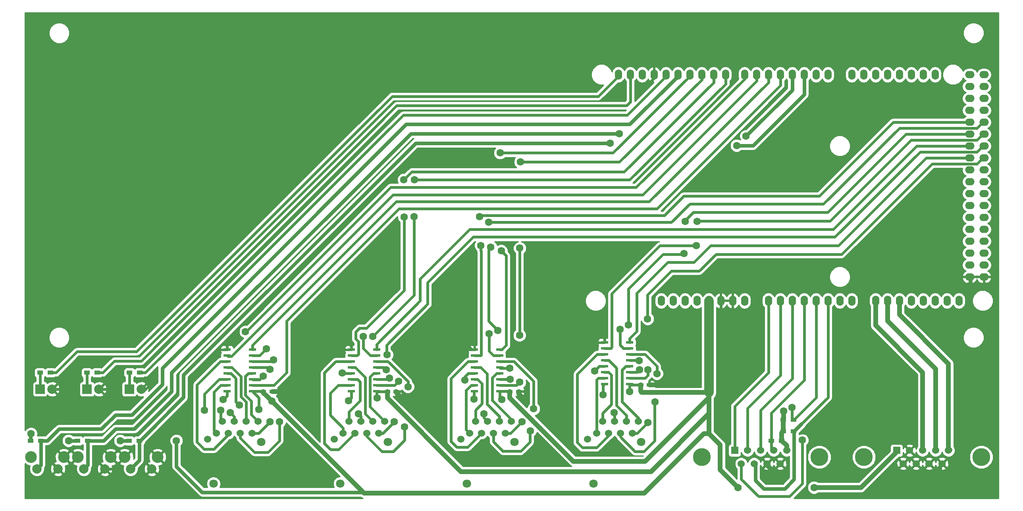
<source format=gbr>
G04 #@! TF.FileFunction,Copper,L2,Bot,Signal*
%FSLAX46Y46*%
G04 Gerber Fmt 4.6, Leading zero omitted, Abs format (unit mm)*
G04 Created by KiCad (PCBNEW 4.1.0-alpha+201607130321+6976~46~ubuntu14.04.1-product) date Wed Jul 13 20:18:51 2016*
%MOMM*%
%LPD*%
G01*
G04 APERTURE LIST*
%ADD10C,0.100000*%
%ADD11C,2.500000*%
%ADD12C,2.000000*%
%ADD13C,3.810000*%
%ADD14R,1.524000X1.524000*%
%ADD15C,1.524000*%
%ADD16R,1.200000X0.750000*%
%ADD17R,2.000000X2.000000*%
%ADD18O,1.524000X2.199640*%
%ADD19O,1.524000X2.197100*%
%ADD20O,1.998980X1.539240*%
%ADD21O,1.998980X1.536700*%
%ADD22C,1.800000*%
%ADD23R,1.200000X0.900000*%
%ADD24R,1.500000X0.600000*%
%ADD25C,1.600000*%
%ADD26C,1.000000*%
%ADD27C,0.800000*%
%ADD28C,0.600000*%
%ADD29C,2.000000*%
%ADD30C,0.254000*%
G04 APERTURE END LIST*
D10*
D11*
X79000000Y-135500000D03*
X86000000Y-135500000D03*
D12*
X80250000Y-138000000D03*
X84750000Y-138000000D03*
D11*
X69000000Y-135500000D03*
X76000000Y-135500000D03*
D12*
X70250000Y-138000000D03*
X74750000Y-138000000D03*
D11*
X89000000Y-135500000D03*
X96000000Y-135500000D03*
D12*
X90250000Y-138000000D03*
X94750000Y-138000000D03*
D13*
X246655000Y-135500000D03*
X271655000Y-135500000D03*
D14*
X253615000Y-134080000D03*
D15*
X256385000Y-134080000D03*
X259155000Y-134080000D03*
X261925000Y-134080000D03*
X264695000Y-134080000D03*
X263310000Y-136920000D03*
X260540000Y-136920000D03*
X257770000Y-136920000D03*
X255000000Y-136920000D03*
D16*
X118550000Y-121500000D03*
X120450000Y-121500000D03*
X171121800Y-121499626D03*
X173021800Y-121499626D03*
X145000000Y-121500000D03*
X146900000Y-121500000D03*
X199000000Y-120100000D03*
X200900000Y-120100000D03*
D17*
X89960000Y-121000000D03*
D12*
X92500000Y-121000000D03*
D17*
X80960000Y-121000000D03*
D12*
X83500000Y-121000000D03*
D17*
X70960000Y-121000000D03*
D12*
X73500000Y-121000000D03*
D18*
X203410000Y-102130000D03*
X205950000Y-102130000D03*
X208490000Y-102130000D03*
X211030000Y-102130000D03*
X213570000Y-102130000D03*
X216110000Y-102130000D03*
X218650000Y-102130000D03*
X221190000Y-102130000D03*
X226270000Y-102130000D03*
X228810000Y-102130000D03*
X231350000Y-102130000D03*
X233890000Y-102130000D03*
X236430000Y-102130000D03*
X238970000Y-102130000D03*
X241510000Y-102130000D03*
X244050000Y-102130000D03*
X249130000Y-102130000D03*
X251670000Y-102130000D03*
X254210000Y-102130000D03*
D19*
X256750000Y-102130000D03*
X259290000Y-102130000D03*
X261830000Y-102130000D03*
X264370000Y-102130000D03*
X266910000Y-102130000D03*
D20*
X269201080Y-97050000D03*
X269201080Y-94510000D03*
X269201080Y-91970000D03*
X269201080Y-89430000D03*
X269201080Y-86890000D03*
X269201080Y-84350000D03*
X269201080Y-81810000D03*
X269201080Y-79270000D03*
X269201080Y-76730000D03*
X269201080Y-74190000D03*
X269201080Y-71650000D03*
X269201080Y-69110000D03*
X269201080Y-66570000D03*
X269201080Y-64030000D03*
X269201080Y-61490000D03*
X269201080Y-58950000D03*
X269201080Y-56410000D03*
X269201080Y-53870000D03*
D21*
X272236380Y-97050000D03*
X272236380Y-94510000D03*
X272236380Y-91970000D03*
X272236380Y-89430000D03*
X272236380Y-86890000D03*
X272236380Y-84350000D03*
X272236380Y-81810000D03*
X272236380Y-79270000D03*
X272236380Y-76730000D03*
X272236380Y-74190000D03*
X272236380Y-71650000D03*
X272236380Y-69110000D03*
X272236380Y-66570000D03*
X272236380Y-64030000D03*
X272236380Y-61490000D03*
X272236380Y-58950000D03*
X272236380Y-56410000D03*
X272236380Y-53870000D03*
D19*
X261830000Y-53870000D03*
X259290000Y-53870000D03*
X256750000Y-53870000D03*
X254210000Y-53870000D03*
X251670000Y-53870000D03*
X249130000Y-53870000D03*
X246590000Y-53870000D03*
X244050000Y-53870000D03*
X238970000Y-53870000D03*
X236430000Y-53870000D03*
X233890000Y-53870000D03*
X231350000Y-53870000D03*
X228810000Y-53870000D03*
X226270000Y-53870000D03*
X223730000Y-53870000D03*
X221190000Y-53870000D03*
X217126000Y-53870000D03*
X214586000Y-53870000D03*
X212046000Y-53870000D03*
X209506000Y-53870000D03*
X206966000Y-53870000D03*
X204426000Y-53870000D03*
X201886000Y-53870000D03*
X199346000Y-53870000D03*
X196806000Y-53870000D03*
X194266000Y-53870000D03*
D15*
X108555000Y-130395000D03*
X111095000Y-130395000D03*
X113635000Y-130395000D03*
X116175000Y-130395000D03*
X109825000Y-127855000D03*
X112365000Y-127855000D03*
X114905000Y-127855000D03*
X117445000Y-127855000D03*
X106650000Y-131665000D03*
D22*
X107920000Y-141190000D03*
X118080000Y-132300000D03*
D15*
X135555000Y-130395000D03*
X138095000Y-130395000D03*
X140635000Y-130395000D03*
X143175000Y-130395000D03*
X136825000Y-127855000D03*
X139365000Y-127855000D03*
X141905000Y-127855000D03*
X144445000Y-127855000D03*
X133650000Y-131665000D03*
D22*
X134920000Y-141190000D03*
X145080000Y-132300000D03*
D15*
X162555000Y-130395000D03*
X165095000Y-130395000D03*
X167635000Y-130395000D03*
X170175000Y-130395000D03*
X163825000Y-127855000D03*
X166365000Y-127855000D03*
X168905000Y-127855000D03*
X171445000Y-127855000D03*
X160650000Y-131665000D03*
D22*
X161920000Y-141190000D03*
X172080000Y-132300000D03*
D15*
X189635000Y-130395000D03*
X192175000Y-130395000D03*
X194715000Y-130395000D03*
X197255000Y-130395000D03*
X190905000Y-127855000D03*
X193445000Y-127855000D03*
X195985000Y-127855000D03*
X198525000Y-127855000D03*
X187730000Y-131665000D03*
D22*
X189000000Y-141190000D03*
X199160000Y-132300000D03*
D23*
X90000000Y-117500000D03*
X92200000Y-117500000D03*
X80900000Y-117500000D03*
X83100000Y-117500000D03*
X70900000Y-117500000D03*
X73100000Y-117500000D03*
X89900000Y-132000000D03*
X92100000Y-132000000D03*
X78900000Y-132000000D03*
X81100000Y-132000000D03*
X68900000Y-132000000D03*
X71100000Y-132000000D03*
X229100000Y-132000000D03*
X226900000Y-132000000D03*
X229400000Y-130000000D03*
X231600000Y-130000000D03*
X229400000Y-127500000D03*
X231600000Y-127500000D03*
D24*
X110800000Y-121445000D03*
X110800000Y-120175000D03*
X110800000Y-118905000D03*
X110800000Y-117635000D03*
X110800000Y-116365000D03*
X110800000Y-115095000D03*
X110800000Y-113825000D03*
X110800000Y-112555000D03*
X116200000Y-112555000D03*
X116200000Y-113825000D03*
X116200000Y-115095000D03*
X116200000Y-116365000D03*
X116200000Y-117635000D03*
X116200000Y-118905000D03*
X116200000Y-120175000D03*
X116200000Y-121445000D03*
X163571800Y-121444626D03*
X163571800Y-120174626D03*
X163571800Y-118904626D03*
X163571800Y-117634626D03*
X163571800Y-116364626D03*
X163571800Y-115094626D03*
X163571800Y-113824626D03*
X163571800Y-112554626D03*
X168971800Y-112554626D03*
X168971800Y-113824626D03*
X168971800Y-115094626D03*
X168971800Y-116364626D03*
X168971800Y-117634626D03*
X168971800Y-118904626D03*
X168971800Y-120174626D03*
X168971800Y-121444626D03*
X137300000Y-121445000D03*
X137300000Y-120175000D03*
X137300000Y-118905000D03*
X137300000Y-117635000D03*
X137300000Y-116365000D03*
X137300000Y-115095000D03*
X137300000Y-113825000D03*
X137300000Y-112555000D03*
X142700000Y-112555000D03*
X142700000Y-113825000D03*
X142700000Y-115095000D03*
X142700000Y-116365000D03*
X142700000Y-117635000D03*
X142700000Y-118905000D03*
X142700000Y-120175000D03*
X142700000Y-121445000D03*
X191300000Y-119945000D03*
X191300000Y-118675000D03*
X191300000Y-117405000D03*
X191300000Y-116135000D03*
X191300000Y-114865000D03*
X191300000Y-113595000D03*
X191300000Y-112325000D03*
X191300000Y-111055000D03*
X196700000Y-111055000D03*
X196700000Y-112325000D03*
X196700000Y-113595000D03*
X196700000Y-114865000D03*
X196700000Y-116135000D03*
X196700000Y-117405000D03*
X196700000Y-118675000D03*
X196700000Y-119945000D03*
D13*
X212115000Y-135500000D03*
X237115000Y-135500000D03*
D14*
X219075000Y-134080000D03*
D15*
X221845000Y-134080000D03*
X224615000Y-134080000D03*
X227385000Y-134080000D03*
X230155000Y-134080000D03*
X228770000Y-136920000D03*
X226000000Y-136920000D03*
X223230000Y-136920000D03*
X220460000Y-136920000D03*
D25*
X236000000Y-142000000D03*
X219800000Y-142000000D03*
X69000000Y-130500000D03*
X77000000Y-132000000D03*
X88000000Y-132000000D03*
X100000000Y-132000000D03*
X144800000Y-116900000D03*
X161499994Y-119100000D03*
X229500000Y-125700000D03*
X213600000Y-121700000D03*
X198677241Y-114895010D03*
X196700000Y-121500000D03*
X189200000Y-117100000D03*
X135400010Y-117577143D03*
X142800000Y-122900000D03*
X169400000Y-123200000D03*
X171100000Y-116500000D03*
X120400000Y-123600000D03*
X120000000Y-116800000D03*
X117600000Y-125300000D03*
X113400000Y-124400000D03*
X227500000Y-139000000D03*
X255000000Y-141500000D03*
X263500000Y-141500000D03*
X272500000Y-99000000D03*
X269000000Y-99000000D03*
X202000000Y-51500000D03*
X200000000Y-56500000D03*
X218500000Y-105000000D03*
X216000000Y-105000000D03*
X190500000Y-109000000D03*
X162000000Y-111500000D03*
X111500000Y-111000000D03*
X136000000Y-110500000D03*
X87500000Y-138000000D03*
X94500000Y-120000000D03*
X86000000Y-121000000D03*
X76000000Y-121000000D03*
X123600000Y-121500000D03*
X148100000Y-122900000D03*
X174000000Y-123000000D03*
X204000000Y-120000000D03*
X231300000Y-124900000D03*
X233500000Y-131900000D03*
X208300000Y-92100000D03*
X191000000Y-122200000D03*
X196400000Y-107300000D03*
X208500000Y-85200000D03*
X164950000Y-90350000D03*
X164700000Y-84150000D03*
X200600000Y-116900000D03*
X200500000Y-106000000D03*
X144900000Y-113650000D03*
X147400000Y-119350000D03*
X210900000Y-90400000D03*
X211100000Y-85200000D03*
X167050000Y-90700000D03*
X166650000Y-85400000D03*
X163500000Y-123100000D03*
X168550000Y-108450000D03*
X110000000Y-123250000D03*
X114750000Y-108750000D03*
X136700000Y-123450000D03*
X141900000Y-109750000D03*
X150700000Y-84200000D03*
X150800000Y-76300000D03*
X148550000Y-84250000D03*
X148500000Y-76300000D03*
X173250000Y-119500000D03*
X173250000Y-90900000D03*
X173350000Y-72500000D03*
X173200000Y-109500000D03*
X169050000Y-70600000D03*
X169300000Y-91500000D03*
X120749990Y-114750000D03*
X122000000Y-128000000D03*
X118500000Y-118250012D03*
X120000000Y-128000000D03*
X109500000Y-125500000D03*
X106000000Y-125500000D03*
X119196063Y-112419094D03*
X111500000Y-126000000D03*
X149400000Y-120500000D03*
X148700000Y-129100000D03*
X145414224Y-118683874D03*
X146500000Y-128000000D03*
X138800000Y-126300000D03*
X139850011Y-109752511D03*
X176200000Y-125200000D03*
X175500000Y-129900000D03*
X171200000Y-118874616D03*
X173700000Y-128000000D03*
X165600000Y-126300000D03*
X166700000Y-109150000D03*
X202500000Y-117700000D03*
X202100000Y-123700000D03*
X198800000Y-116900000D03*
X200600000Y-128100000D03*
X194600000Y-108200000D03*
X193400000Y-126000000D03*
X192500000Y-68500000D03*
X219500000Y-69000000D03*
X194500000Y-66500000D03*
X221500000Y-67000000D03*
D26*
X213600000Y-130500000D02*
X212500000Y-130500000D01*
X212500000Y-130500000D02*
X199800000Y-143200000D01*
X199800000Y-143200000D02*
X140000000Y-143200000D01*
X230000000Y-134000000D02*
X230155000Y-133845000D01*
X230155000Y-133845000D02*
X230155000Y-133055000D01*
X230155000Y-133055000D02*
X229100000Y-132000000D01*
X236000000Y-142000000D02*
X246000000Y-142000000D01*
X253615000Y-134385000D02*
X253615000Y-134080000D01*
X246000000Y-142000000D02*
X253615000Y-134385000D01*
X213600000Y-130500000D02*
X216000000Y-132900000D01*
X216000000Y-132900000D02*
X216000000Y-138200000D01*
X216000000Y-138200000D02*
X218800000Y-141000000D01*
X218800000Y-141000000D02*
X219800000Y-142000000D01*
D27*
X140000000Y-143200000D02*
X139800000Y-143000000D01*
X139800000Y-143000000D02*
X105500000Y-143000000D01*
X105500000Y-143000000D02*
X100000000Y-137500000D01*
X100000000Y-137500000D02*
X100000000Y-133131370D01*
X100000000Y-133131370D02*
X100000000Y-132000000D01*
X68900000Y-132000000D02*
X68900000Y-130600000D01*
X68900000Y-130600000D02*
X69000000Y-130500000D01*
X77000000Y-132000000D02*
X78900000Y-132000000D01*
X88000000Y-132000000D02*
X89900000Y-132000000D01*
D28*
X144265000Y-116365000D02*
X142700000Y-116365000D01*
X144800000Y-116900000D02*
X144265000Y-116365000D01*
X161499994Y-118356432D02*
X161499994Y-119100000D01*
X162221800Y-117634626D02*
X161499994Y-118356432D01*
X163571800Y-117634626D02*
X162221800Y-117634626D01*
X110800000Y-117635000D02*
X111635000Y-117635000D01*
X111635000Y-117635000D02*
X112700000Y-118700000D01*
X112700000Y-118700000D02*
X112700000Y-123700000D01*
X112700000Y-123700000D02*
X113400000Y-124400000D01*
D26*
X140000000Y-143200000D02*
X119300000Y-122500000D01*
X119300000Y-122500000D02*
X118550000Y-121750000D01*
D28*
X120400000Y-123600000D02*
X119300000Y-122500000D01*
D26*
X118550000Y-121750000D02*
X118550000Y-121500000D01*
X213600000Y-126200000D02*
X213600000Y-130500000D01*
X201200000Y-138600000D02*
X160725000Y-138600000D01*
X160725000Y-138600000D02*
X145000000Y-122875000D01*
X145000000Y-122875000D02*
X145000000Y-121500000D01*
X213600000Y-126200000D02*
X201200000Y-138600000D01*
X213600000Y-121700000D02*
X213600000Y-126200000D01*
X213600000Y-121700000D02*
X213600000Y-122800000D01*
X213600000Y-122800000D02*
X200000000Y-136400000D01*
X200000000Y-136400000D02*
X184647174Y-136400000D01*
X184647174Y-136400000D02*
X171121800Y-122874626D01*
X171121800Y-122874626D02*
X171121800Y-121499626D01*
X213600000Y-121700000D02*
X199225000Y-121700000D01*
X199225000Y-121700000D02*
X199000000Y-121475000D01*
X199000000Y-121475000D02*
X199000000Y-120100000D01*
X229500000Y-125700000D02*
X229500000Y-127400000D01*
X229500000Y-127400000D02*
X229400000Y-127500000D01*
D29*
X213570000Y-102130000D02*
X213570000Y-121670000D01*
X213570000Y-121670000D02*
X213600000Y-121700000D01*
D28*
X196700000Y-114865000D02*
X198647231Y-114865000D01*
X198647231Y-114865000D02*
X198677241Y-114895010D01*
X199000000Y-120100000D02*
X196855000Y-120100000D01*
X196855000Y-120100000D02*
X196700000Y-119945000D01*
X196700000Y-119945000D02*
X196700000Y-121500000D01*
X191300000Y-116135000D02*
X190165000Y-116135000D01*
X190165000Y-116135000D02*
X189200000Y-117100000D01*
X135457867Y-117635000D02*
X135400010Y-117577143D01*
X137300000Y-117635000D02*
X135457867Y-117635000D01*
X145000000Y-121500000D02*
X142755000Y-121500000D01*
X142755000Y-121500000D02*
X142700000Y-121445000D01*
X142700000Y-121445000D02*
X142700000Y-122800000D01*
X142700000Y-122800000D02*
X142800000Y-122900000D01*
X168971800Y-121444626D02*
X168971800Y-122771800D01*
X168971800Y-122771800D02*
X169400000Y-123200000D01*
X171100000Y-116500000D02*
X169107174Y-116500000D01*
X169107174Y-116500000D02*
X168971800Y-116364626D01*
X168971800Y-121444626D02*
X171066800Y-121444626D01*
X171066800Y-121444626D02*
X171121800Y-121499626D01*
X116200000Y-116365000D02*
X119565000Y-116365000D01*
X119565000Y-116365000D02*
X120000000Y-116800000D01*
X117600000Y-125300000D02*
X117600000Y-122845000D01*
X117600000Y-122845000D02*
X116200000Y-121445000D01*
X116200000Y-121445000D02*
X118495000Y-121445000D01*
X118495000Y-121445000D02*
X118550000Y-121500000D01*
D26*
X229400000Y-130000000D02*
X229400000Y-127500000D01*
X229100000Y-132000000D02*
X229100000Y-130300000D01*
X229100000Y-130300000D02*
X229400000Y-130000000D01*
D28*
X226000000Y-136920000D02*
X226000000Y-137500000D01*
X226000000Y-137500000D02*
X227500000Y-139000000D01*
X263000000Y-137000000D02*
X263000000Y-141000000D01*
X263000000Y-141000000D02*
X263500000Y-141500000D01*
X269450000Y-97050000D02*
X269450000Y-98550000D01*
X269450000Y-98550000D02*
X269000000Y-99000000D01*
X201886000Y-53870000D02*
X201886000Y-54614000D01*
X201886000Y-54614000D02*
X200000000Y-56500000D01*
X216110000Y-102130000D02*
X216110000Y-104890000D01*
X216110000Y-104890000D02*
X216000000Y-105000000D01*
X191300000Y-111055000D02*
X191300000Y-109800000D01*
X191300000Y-109800000D02*
X190500000Y-109000000D01*
X163571800Y-112554626D02*
X163054626Y-112554626D01*
X163054626Y-112554626D02*
X162000000Y-111500000D01*
X110800000Y-112555000D02*
X110800000Y-111700000D01*
X110800000Y-111700000D02*
X111500000Y-111000000D01*
X137300000Y-112555000D02*
X137300000Y-111800000D01*
X137300000Y-111800000D02*
X136000000Y-110500000D01*
X84750000Y-138000000D02*
X87500000Y-138000000D01*
X92500000Y-121000000D02*
X93500000Y-121000000D01*
X93500000Y-121000000D02*
X94500000Y-120000000D01*
X83500000Y-121000000D02*
X86000000Y-121000000D01*
X73500000Y-121000000D02*
X76000000Y-121000000D01*
D26*
X120450000Y-121500000D02*
X123600000Y-121500000D01*
X146900000Y-121500000D02*
X146900000Y-121700000D01*
X146900000Y-121700000D02*
X148100000Y-122900000D01*
X173021800Y-121499626D02*
X173021800Y-122021800D01*
X173021800Y-122021800D02*
X174000000Y-123000000D01*
X200900000Y-120100000D02*
X203900000Y-120100000D01*
X203900000Y-120100000D02*
X204000000Y-120000000D01*
D28*
X89960000Y-121000000D02*
X89960000Y-117540000D01*
X89960000Y-117540000D02*
X90000000Y-117500000D01*
X80960000Y-121000000D02*
X80960000Y-117560000D01*
X80960000Y-117560000D02*
X80900000Y-117500000D01*
X70960000Y-121000000D02*
X70960000Y-117560000D01*
X70960000Y-117560000D02*
X70900000Y-117500000D01*
X226270000Y-102130000D02*
X226270000Y-117430000D01*
X226270000Y-117430000D02*
X219075000Y-124625000D01*
X219075000Y-124625000D02*
X219075000Y-133925000D01*
X219075000Y-133925000D02*
X219000000Y-134000000D01*
X228810000Y-102130000D02*
X228810000Y-118090000D01*
X228810000Y-118090000D02*
X221845000Y-125055000D01*
X221845000Y-125055000D02*
X221845000Y-133845000D01*
X221845000Y-133845000D02*
X222000000Y-134000000D01*
X231350000Y-102130000D02*
X231350000Y-118750000D01*
X231350000Y-118750000D02*
X224615000Y-125485000D01*
X224615000Y-125485000D02*
X224615000Y-133885000D01*
X224615000Y-133885000D02*
X224500000Y-134000000D01*
X226900000Y-132000000D02*
X226900000Y-133595000D01*
X226900000Y-133595000D02*
X227385000Y-134080000D01*
X233890000Y-119110000D02*
X226900000Y-126100000D01*
X226900000Y-126100000D02*
X226900000Y-132000000D01*
X233890000Y-102130000D02*
X233890000Y-119110000D01*
D27*
X226900000Y-132000000D02*
X226900000Y-132280000D01*
D28*
X220500000Y-137000000D02*
X220500000Y-140200000D01*
X233500000Y-141200000D02*
X233500000Y-131900000D01*
X220500000Y-140200000D02*
X224200000Y-143900000D01*
X224200000Y-143900000D02*
X230800000Y-143900000D01*
X230800000Y-143900000D02*
X233500000Y-141200000D01*
X231300000Y-124900000D02*
X231300000Y-127200000D01*
X231300000Y-127200000D02*
X231600000Y-127500000D01*
X236430000Y-102130000D02*
X236430000Y-122820000D01*
X236430000Y-122820000D02*
X231750000Y-127500000D01*
X231750000Y-127500000D02*
X231600000Y-127500000D01*
D27*
X223500000Y-137000000D02*
X223500000Y-140500000D01*
X223500000Y-140500000D02*
X225250000Y-142250000D01*
X225250000Y-142250000D02*
X229750000Y-142250000D01*
X229750000Y-142250000D02*
X231760000Y-140240000D01*
X231760000Y-140240000D02*
X231760000Y-129990000D01*
D28*
X238970000Y-102130000D02*
X238970000Y-122780000D01*
X238970000Y-122780000D02*
X233322000Y-128428000D01*
D27*
X231750000Y-130000000D02*
X232250000Y-129500000D01*
X232250000Y-129500000D02*
X233322000Y-128428000D01*
X231760000Y-129990000D02*
X232250000Y-129500000D01*
X231760000Y-129990000D02*
X233322000Y-128428000D01*
X231600000Y-130000000D02*
X231750000Y-130000000D01*
D28*
X269450000Y-71650000D02*
X259950000Y-71650000D01*
X259950000Y-71650000D02*
X241200000Y-90400000D01*
X241200000Y-90400000D02*
X213900000Y-90400000D01*
X213900000Y-90400000D02*
X210400000Y-93900000D01*
X210400000Y-93900000D02*
X204800000Y-93900000D01*
X204800000Y-93900000D02*
X198200000Y-100500000D01*
X198200000Y-100500000D02*
X198200000Y-108655000D01*
X198200000Y-108655000D02*
X196700000Y-110155000D01*
X196700000Y-110155000D02*
X196700000Y-111055000D01*
X269450000Y-69110000D02*
X257890000Y-69110000D01*
X257890000Y-69110000D02*
X240100000Y-86900000D01*
X240100000Y-86900000D02*
X162550000Y-86900000D01*
X152000000Y-97450000D02*
X152000000Y-102150000D01*
X162550000Y-86900000D02*
X152000000Y-97450000D01*
X152000000Y-102150000D02*
X142700000Y-111450000D01*
X142700000Y-111450000D02*
X142700000Y-112555000D01*
X269450000Y-66570000D02*
X255630000Y-66570000D01*
X255630000Y-66570000D02*
X238900000Y-83300000D01*
X238900000Y-83300000D02*
X210200000Y-83300000D01*
X210200000Y-83300000D02*
X208500000Y-85000000D01*
X208500000Y-85000000D02*
X208500000Y-85200000D01*
X196400000Y-107300000D02*
X196400000Y-99600000D01*
X196400000Y-99600000D02*
X203800000Y-92200000D01*
X203800000Y-92200000D02*
X208200000Y-92200000D01*
X208200000Y-92200000D02*
X208300000Y-92100000D01*
X191000000Y-122200000D02*
X191000000Y-120245000D01*
X191000000Y-120245000D02*
X191300000Y-119945000D01*
X269450000Y-64030000D02*
X252870000Y-64030000D01*
X252870000Y-64030000D02*
X237100000Y-79800000D01*
X237100000Y-79800000D02*
X208200000Y-79800000D01*
X208200000Y-79800000D02*
X204100001Y-83899999D01*
X204100001Y-83899999D02*
X164950001Y-83899999D01*
X164950001Y-83899999D02*
X164700000Y-84150000D01*
X164999988Y-93000000D02*
X164999988Y-113746438D01*
X164999988Y-92400012D02*
X164999988Y-93000000D01*
X164999988Y-91531358D02*
X164999988Y-93000000D01*
X164950000Y-90350000D02*
X164950000Y-91481370D01*
X164950000Y-91481370D02*
X164999988Y-91531358D01*
X165000000Y-92400000D02*
X164999988Y-92400012D01*
X164999988Y-113746438D02*
X164921800Y-113824626D01*
X164921800Y-113824626D02*
X163571800Y-113824626D01*
X200600000Y-116900000D02*
X200600000Y-118031370D01*
X200600000Y-118031370D02*
X199956370Y-118675000D01*
X199956370Y-118675000D02*
X198050000Y-118675000D01*
X198050000Y-118675000D02*
X196700000Y-118675000D01*
X205600000Y-95800000D02*
X200500000Y-100900000D01*
X200500000Y-100900000D02*
X200500000Y-106000000D01*
X211500000Y-95800000D02*
X205600000Y-95800000D01*
X215100000Y-92200000D02*
X211500000Y-95800000D01*
X241900000Y-92200000D02*
X215100000Y-92200000D01*
X261180370Y-72919630D02*
X241900000Y-92200000D01*
X271990000Y-71650000D02*
X270720370Y-72919630D01*
X270720370Y-72919630D02*
X261180370Y-72919630D01*
X144900000Y-113650000D02*
X144850000Y-113600000D01*
X153600000Y-102850000D02*
X153600000Y-98250000D01*
X144850000Y-113600000D02*
X144850000Y-111600000D01*
X144850000Y-111600000D02*
X153600000Y-102850000D01*
X153600000Y-98250000D02*
X163300000Y-88550000D01*
X163300000Y-88550000D02*
X240450000Y-88550000D01*
X240450000Y-88550000D02*
X258620370Y-70379630D01*
X258620370Y-70379630D02*
X270720370Y-70379630D01*
X270720370Y-70379630D02*
X271990000Y-69110000D01*
X147400000Y-119350000D02*
X146575000Y-120175000D01*
X146575000Y-120175000D02*
X142700000Y-120175000D01*
X271990000Y-66570000D02*
X270719630Y-67840370D01*
X270719630Y-67840370D02*
X256659630Y-67840370D01*
X256659630Y-67840370D02*
X239400000Y-85100000D01*
X239400000Y-85100000D02*
X211200000Y-85100000D01*
X211200000Y-85100000D02*
X211100000Y-85000000D01*
X211100000Y-85000000D02*
X211100000Y-85200000D01*
X210900000Y-90400000D02*
X203100000Y-90400000D01*
X203100000Y-90400000D02*
X192900000Y-100600000D01*
X192900000Y-100600000D02*
X192900000Y-112075000D01*
X192900000Y-112075000D02*
X192650000Y-112325000D01*
X192650000Y-112325000D02*
X191300000Y-112325000D01*
X271990000Y-64030000D02*
X270720370Y-65299630D01*
X270720370Y-65299630D02*
X254200370Y-65299630D01*
X254200370Y-65299630D02*
X238000000Y-81500000D01*
X238000000Y-81500000D02*
X209500000Y-81500000D01*
X209500000Y-81500000D02*
X205600000Y-85400000D01*
X205600000Y-85400000D02*
X166650000Y-85400000D01*
X167050000Y-90700000D02*
X167150000Y-90800000D01*
X167150000Y-90800000D02*
X166600000Y-91350000D01*
X166600000Y-91350000D02*
X166600000Y-92400000D01*
X166650000Y-92350000D02*
X166600000Y-92400000D01*
X166600000Y-92400000D02*
X166600000Y-106500000D01*
X166600000Y-106500000D02*
X168550000Y-108450000D01*
X163500000Y-123100000D02*
X163500000Y-121516426D01*
X163500000Y-121516426D02*
X163571800Y-121444626D01*
X228810000Y-53870000D02*
X228810000Y-56190000D01*
X228810000Y-56190000D02*
X202500000Y-82500000D01*
X202500000Y-82500000D02*
X147500000Y-82500000D01*
X147500000Y-82500000D02*
X123500000Y-106500000D01*
X117550000Y-120175000D02*
X116200000Y-120175000D01*
X123500000Y-106500000D02*
X123500000Y-117500000D01*
X123500000Y-117500000D02*
X120825000Y-120175000D01*
X120825000Y-120175000D02*
X117550000Y-120175000D01*
X192450000Y-81000000D02*
X192000000Y-81000000D01*
X192000000Y-81000000D02*
X146855000Y-81000000D01*
X200838550Y-81000000D02*
X192000000Y-81000000D01*
X226270000Y-53870000D02*
X226270000Y-55568550D01*
X226270000Y-55568550D02*
X200838550Y-81000000D01*
X146855000Y-81000000D02*
X116200000Y-111655000D01*
X116200000Y-111655000D02*
X116200000Y-112555000D01*
X223730000Y-53870000D02*
X223730000Y-55270000D01*
X199500000Y-79500000D02*
X146227194Y-79500000D01*
X111727194Y-114000000D02*
X111000000Y-114000000D01*
X223730000Y-55270000D02*
X199500000Y-79500000D01*
X146227194Y-79500000D02*
X111727194Y-114000000D01*
X111000000Y-114000000D02*
X110825000Y-113825000D01*
X110825000Y-113825000D02*
X110800000Y-113825000D01*
X221190000Y-53870000D02*
X221190000Y-54810000D01*
X221190000Y-54810000D02*
X198050000Y-77950000D01*
X198050000Y-77950000D02*
X145700000Y-77950000D01*
X145700000Y-77950000D02*
X114900000Y-108750000D01*
X114900000Y-108750000D02*
X114750000Y-108750000D01*
X110799999Y-122450001D02*
X110000000Y-123250000D01*
X110800000Y-121445000D02*
X110799999Y-122450001D01*
X217126000Y-53870000D02*
X217126000Y-55874000D01*
X217126000Y-55874000D02*
X196650000Y-76350000D01*
X196650000Y-76350000D02*
X190000000Y-76350000D01*
X190350000Y-76350000D02*
X190000000Y-76350000D01*
X190000000Y-76350000D02*
X150850000Y-76350000D01*
X136700000Y-123450000D02*
X137300000Y-122850000D01*
X137300000Y-122850000D02*
X137300000Y-121445000D01*
X150700000Y-84200000D02*
X150700000Y-100950000D01*
X150700000Y-100950000D02*
X141900000Y-109750000D01*
X150850000Y-76350000D02*
X150800000Y-76300000D01*
X189400000Y-74650000D02*
X189000000Y-74650000D01*
X189000000Y-74650000D02*
X150150000Y-74650000D01*
X214586000Y-53870000D02*
X214586000Y-55568550D01*
X214586000Y-55568550D02*
X195504550Y-74650000D01*
X195504550Y-74650000D02*
X189000000Y-74650000D01*
X138250000Y-108800000D02*
X139050000Y-108000000D01*
X139050000Y-108000000D02*
X140500000Y-108000000D01*
X138250000Y-110300000D02*
X138250000Y-108800000D01*
X138800000Y-110850000D02*
X138250000Y-110300000D01*
X138800000Y-113550000D02*
X138800000Y-110850000D01*
X138525000Y-113825000D02*
X138800000Y-113550000D01*
X137300000Y-113825000D02*
X138525000Y-113825000D01*
X148550000Y-99950000D02*
X140500000Y-108000000D01*
X148550000Y-84250000D02*
X148550000Y-99950000D01*
X137300000Y-113825000D02*
X137980002Y-113825000D01*
X150150000Y-74650000D02*
X148500000Y-76300000D01*
X212046000Y-53870000D02*
X212046000Y-54954000D01*
X212046000Y-54954000D02*
X194500000Y-72500000D01*
X194500000Y-72500000D02*
X186206000Y-72500000D01*
X186206000Y-72500000D02*
X173350000Y-72500000D01*
X168971800Y-120174626D02*
X172575374Y-120174626D01*
X172575374Y-120174626D02*
X173250000Y-119500000D01*
X173200000Y-90950000D02*
X173250000Y-90900000D01*
X173200000Y-109500000D02*
X173200000Y-90950000D01*
X188100000Y-70600000D02*
X187000000Y-70600000D01*
X187000000Y-70600000D02*
X169050000Y-70600000D01*
X209506000Y-53870000D02*
X209506000Y-54206550D01*
X209506000Y-54206550D02*
X193112550Y-70600000D01*
X193112550Y-70600000D02*
X187000000Y-70600000D01*
X170099999Y-92299999D02*
X169300000Y-91500000D01*
X170321800Y-92521800D02*
X170099999Y-92299999D01*
X170321800Y-111654626D02*
X170321800Y-92521800D01*
X169421800Y-112554626D02*
X170321800Y-111654626D01*
X168971800Y-112554626D02*
X169421800Y-112554626D01*
D26*
X262000000Y-134000000D02*
X261925000Y-133925000D01*
X261925000Y-133925000D02*
X261925000Y-116725000D01*
X261925000Y-116725000D02*
X251670000Y-106470000D01*
X251670000Y-106470000D02*
X251670000Y-102130000D01*
X265000000Y-134000000D02*
X264695000Y-133695000D01*
X264695000Y-133695000D02*
X264695000Y-115595000D01*
X264695000Y-115595000D02*
X254210000Y-105110000D01*
X254210000Y-105110000D02*
X254210000Y-102130000D01*
X259000000Y-134000000D02*
X259155000Y-133845000D01*
X259155000Y-133845000D02*
X259155000Y-117455000D01*
X259155000Y-117455000D02*
X249130000Y-107430000D01*
X249130000Y-107430000D02*
X249130000Y-102130000D01*
D28*
X110800000Y-120175000D02*
X109452806Y-120175000D01*
X109452806Y-120175000D02*
X108000000Y-121627806D01*
X108000000Y-121627806D02*
X108000000Y-129840000D01*
X108000000Y-129840000D02*
X108555000Y-130395000D01*
X111095000Y-130395000D02*
X111095000Y-130705000D01*
X111095000Y-130705000D02*
X108000000Y-133800000D01*
X108000000Y-133800000D02*
X105900000Y-133800000D01*
X105900000Y-133800000D02*
X104400000Y-132300000D01*
X104400000Y-132300000D02*
X104400000Y-120100000D01*
X104400000Y-120100000D02*
X109405000Y-115095000D01*
X109405000Y-115095000D02*
X110800000Y-115095000D01*
X116200000Y-115095000D02*
X120404990Y-115095000D01*
X120404990Y-115095000D02*
X120749990Y-114750000D01*
X119500000Y-134500000D02*
X122000000Y-132000000D01*
X122000000Y-132000000D02*
X122000000Y-128000000D01*
X116662370Y-134500000D02*
X119500000Y-134500000D01*
X113635000Y-130395000D02*
X113635000Y-131472630D01*
X113635000Y-131472630D02*
X116662370Y-134500000D01*
X118499988Y-118250012D02*
X118500000Y-118250012D01*
X117950001Y-118799999D02*
X118499988Y-118250012D01*
X116295000Y-119000000D02*
X117750000Y-119000000D01*
X117750000Y-119000000D02*
X117950001Y-118799999D01*
X116200000Y-118905000D02*
X117845000Y-118905000D01*
X117845000Y-118905000D02*
X117950001Y-118799999D01*
X116175000Y-130395000D02*
X117605000Y-130395000D01*
X117605000Y-130395000D02*
X120000000Y-128000000D01*
X110800000Y-118905000D02*
X109095000Y-118905000D01*
X109095000Y-118905000D02*
X106000000Y-122000000D01*
X106000000Y-122000000D02*
X106000000Y-125500000D01*
X109500000Y-127180000D02*
X109500000Y-125500000D01*
X110000000Y-127680000D02*
X109500000Y-127180000D01*
X117790157Y-113825000D02*
X119196063Y-112419094D01*
X116200000Y-113825000D02*
X117790157Y-113825000D01*
X112365000Y-127855000D02*
X112365000Y-126865000D01*
X112365000Y-126865000D02*
X111500000Y-126000000D01*
X114905000Y-127855000D02*
X114905000Y-123705000D01*
X113800000Y-118300000D02*
X111865000Y-116365000D01*
X114905000Y-123705000D02*
X113800000Y-122600000D01*
X113800000Y-122600000D02*
X113800000Y-118300000D01*
X111865000Y-116365000D02*
X110800000Y-116365000D01*
X117445000Y-127855000D02*
X116000000Y-126410000D01*
X116000000Y-126410000D02*
X116000000Y-123527194D01*
X116000000Y-123527194D02*
X114750000Y-122277194D01*
X114750000Y-122277194D02*
X114750000Y-118250000D01*
X115365000Y-117635000D02*
X116200000Y-117635000D01*
X114750000Y-118250000D02*
X115365000Y-117635000D01*
X132800000Y-121900000D02*
X134525000Y-120175000D01*
X134525000Y-120175000D02*
X137300000Y-120175000D01*
X132800000Y-126562370D02*
X132800000Y-121900000D01*
X135555000Y-130395000D02*
X135555000Y-129317370D01*
X135555000Y-129317370D02*
X132800000Y-126562370D01*
X138095000Y-130395000D02*
X134590000Y-133900000D01*
X134590000Y-133900000D02*
X132900000Y-133900000D01*
X132900000Y-133900000D02*
X131600000Y-132600000D01*
X131600000Y-132600000D02*
X131600000Y-117500000D01*
X131600000Y-117500000D02*
X134005000Y-115095000D01*
X134005000Y-115095000D02*
X137300000Y-115095000D01*
X140635000Y-130395000D02*
X140635000Y-131135000D01*
X140635000Y-131135000D02*
X143800000Y-134300000D01*
X148700001Y-129100001D02*
X148700000Y-129100000D01*
X143800000Y-134300000D02*
X146300000Y-134300000D01*
X146300000Y-134300000D02*
X148700001Y-131899999D01*
X148700001Y-131899999D02*
X148700001Y-129100001D01*
X149400000Y-120500000D02*
X149400000Y-119368630D01*
X149400000Y-119368630D02*
X145126370Y-115095000D01*
X145126370Y-115095000D02*
X144050000Y-115095000D01*
X144050000Y-115095000D02*
X142700000Y-115095000D01*
X142700000Y-118905000D02*
X145193098Y-118905000D01*
X145193098Y-118905000D02*
X145414224Y-118683874D01*
X143175000Y-130395000D02*
X144105000Y-130395000D01*
X144105000Y-130395000D02*
X146500000Y-128000000D01*
X138650000Y-118905000D02*
X137300000Y-118905000D01*
X136825000Y-125874487D02*
X139200000Y-123499487D01*
X139200000Y-119455000D02*
X138650000Y-118905000D01*
X136825000Y-127855000D02*
X136825000Y-125874487D01*
X139200000Y-123499487D02*
X139200000Y-119455000D01*
X139365000Y-126777370D02*
X138887630Y-126300000D01*
X139365000Y-127855000D02*
X139365000Y-126777370D01*
X138887630Y-126300000D02*
X138800000Y-126300000D01*
X142700000Y-113825000D02*
X141350000Y-113825000D01*
X141350000Y-113825000D02*
X139850011Y-112325011D01*
X139850011Y-112325011D02*
X139850011Y-109752511D01*
X141905000Y-127855000D02*
X140300000Y-126250000D01*
X140300000Y-126250000D02*
X140300000Y-118500000D01*
X140300000Y-118500000D02*
X138165000Y-116365000D01*
X138165000Y-116365000D02*
X137300000Y-116365000D01*
X144445000Y-127855000D02*
X141300000Y-124710000D01*
X141300000Y-124710000D02*
X141300000Y-118354998D01*
X141300000Y-118354998D02*
X142019998Y-117635000D01*
X142019998Y-117635000D02*
X142700000Y-117635000D01*
X163571800Y-120174626D02*
X162891798Y-120174626D01*
X162891798Y-120174626D02*
X161793001Y-121273423D01*
X161793001Y-121273423D02*
X161793001Y-129633001D01*
X161793001Y-129633001D02*
X162555000Y-130395000D01*
X165095000Y-130395000D02*
X165095000Y-130405000D01*
X165095000Y-130405000D02*
X162100000Y-133400000D01*
X162221800Y-115094626D02*
X163571800Y-115094626D01*
X162100000Y-133400000D02*
X159800000Y-133400000D01*
X159800000Y-133400000D02*
X158600000Y-132200000D01*
X158600000Y-132200000D02*
X158600000Y-118716426D01*
X158600000Y-118716426D02*
X162221800Y-115094626D01*
X176200000Y-125200000D02*
X176200000Y-119300000D01*
X176200000Y-119300000D02*
X171994626Y-115094626D01*
X171994626Y-115094626D02*
X168971800Y-115094626D01*
X175400000Y-132300000D02*
X175400000Y-130000000D01*
X175400000Y-130000000D02*
X175500000Y-129900000D01*
X167635000Y-130395000D02*
X167635000Y-132235000D01*
X167635000Y-132235000D02*
X169600000Y-134200000D01*
X169600000Y-134200000D02*
X173500000Y-134200000D01*
X173500000Y-134200000D02*
X175400000Y-132300000D01*
X171169990Y-118904626D02*
X171200000Y-118874616D01*
X168971800Y-118904626D02*
X171169990Y-118904626D01*
X170175000Y-130395000D02*
X171305000Y-130395000D01*
X171305000Y-130395000D02*
X173700000Y-128000000D01*
X163825000Y-127855000D02*
X163825000Y-125475000D01*
X163825000Y-125475000D02*
X165200000Y-124100000D01*
X165200000Y-124100000D02*
X165200000Y-119852824D01*
X165200000Y-119852824D02*
X164251802Y-118904626D01*
X164251802Y-118904626D02*
X163571800Y-118904626D01*
X165600000Y-127090000D02*
X165600000Y-126300000D01*
X166365000Y-127855000D02*
X165600000Y-127090000D01*
X166700000Y-110281370D02*
X166700000Y-109150000D01*
X167621800Y-113824626D02*
X166700000Y-112902826D01*
X168971800Y-113824626D02*
X167621800Y-113824626D01*
X166700000Y-112902826D02*
X166700000Y-110281370D01*
X168905000Y-127855000D02*
X168905000Y-126805000D01*
X168905000Y-126805000D02*
X166300000Y-124200000D01*
X166300000Y-124200000D02*
X166300000Y-117742826D01*
X166300000Y-117742826D02*
X164921800Y-116364626D01*
X164921800Y-116364626D02*
X163571800Y-116364626D01*
X168905000Y-127855000D02*
X169183638Y-127576362D01*
X171445000Y-127855000D02*
X171445000Y-127445000D01*
X171445000Y-127445000D02*
X167400000Y-123400000D01*
X167400000Y-123400000D02*
X167400000Y-118526424D01*
X167400000Y-118526424D02*
X168291798Y-117634626D01*
X168291798Y-117634626D02*
X168971800Y-117634626D01*
X189635000Y-130395000D02*
X189635000Y-118990000D01*
X189950000Y-118675000D02*
X191300000Y-118675000D01*
X189635000Y-118990000D02*
X189950000Y-118675000D01*
X192175000Y-130395000D02*
X192175000Y-130925000D01*
X192175000Y-130925000D02*
X189600000Y-133500000D01*
X189600000Y-133500000D02*
X186600000Y-133500000D01*
X186600000Y-133500000D02*
X185500000Y-132400000D01*
X189705000Y-113595000D02*
X191300000Y-113595000D01*
X185500000Y-132400000D02*
X185500000Y-117800000D01*
X185500000Y-117800000D02*
X189705000Y-113595000D01*
X194715000Y-130395000D02*
X194715000Y-131215000D01*
X194715000Y-131215000D02*
X197800000Y-134300000D01*
X197800000Y-134300000D02*
X199700000Y-134300000D01*
X199700000Y-134300000D02*
X202000001Y-131999999D01*
X202000001Y-131999999D02*
X202000001Y-123799999D01*
X202000001Y-123799999D02*
X202100000Y-123700000D01*
X202500000Y-117700000D02*
X202500000Y-116100000D01*
X202500000Y-116100000D02*
X199995000Y-113595000D01*
X199995000Y-113595000D02*
X196700000Y-113595000D01*
X198800000Y-116900000D02*
X198295000Y-117405000D01*
X198295000Y-117405000D02*
X196700000Y-117405000D01*
X197255000Y-130395000D02*
X198305000Y-130395000D01*
X198305000Y-130395000D02*
X200600000Y-128100000D01*
X190905000Y-127855000D02*
X190905000Y-126150388D01*
X192800000Y-118000000D02*
X192205000Y-117405000D01*
X190905000Y-126150388D02*
X192800000Y-124255388D01*
X192800000Y-124255388D02*
X192800000Y-118000000D01*
X192205000Y-117405000D02*
X191300000Y-117405000D01*
X194600000Y-109331370D02*
X194600000Y-108200000D01*
X194600000Y-111575000D02*
X194600000Y-109331370D01*
X195350000Y-112325000D02*
X194600000Y-111575000D01*
X196700000Y-112325000D02*
X195350000Y-112325000D01*
X193445000Y-127855000D02*
X193445000Y-126045000D01*
X193445000Y-126045000D02*
X193400000Y-126000000D01*
X195985000Y-127855000D02*
X195985000Y-126571728D01*
X195985000Y-126571728D02*
X193900021Y-124486749D01*
X193900021Y-124486749D02*
X193900021Y-116500021D01*
X193900021Y-116500021D02*
X192265000Y-114865000D01*
X192265000Y-114865000D02*
X191300000Y-114865000D01*
X198525000Y-127855000D02*
X198525000Y-127125000D01*
X198525000Y-127125000D02*
X195100000Y-123700000D01*
X195100000Y-123700000D02*
X195100000Y-116900000D01*
X195100000Y-116900000D02*
X195865000Y-116135000D01*
X195865000Y-116135000D02*
X196700000Y-116135000D01*
X196132550Y-62500000D02*
X148400000Y-62500000D01*
X148400000Y-62500000D02*
X93400000Y-117500000D01*
X93400000Y-117500000D02*
X92200000Y-117500000D01*
X204426000Y-53870000D02*
X204426000Y-54206550D01*
X204426000Y-54206550D02*
X196132550Y-62500000D01*
X196806000Y-53870000D02*
X196806000Y-59694000D01*
X196806000Y-59694000D02*
X196000000Y-60500000D01*
X196000000Y-60500000D02*
X147000000Y-60500000D01*
X147000000Y-60500000D02*
X92500000Y-115000000D01*
X92500000Y-115000000D02*
X86800000Y-115000000D01*
X86800000Y-115000000D02*
X84300000Y-117500000D01*
X84300000Y-117500000D02*
X83100000Y-117500000D01*
X91500000Y-113000000D02*
X78800000Y-113000000D01*
X78800000Y-113000000D02*
X74300000Y-117500000D01*
X74300000Y-117500000D02*
X73100000Y-117500000D01*
X146000000Y-58500000D02*
X91500000Y-113000000D01*
X189972550Y-58500000D02*
X146000000Y-58500000D01*
X194266000Y-53870000D02*
X194266000Y-54206550D01*
X194266000Y-54206550D02*
X189972550Y-58500000D01*
D27*
X151000000Y-68500000D02*
X101500000Y-118000000D01*
X92250000Y-132000000D02*
X101500000Y-122750000D01*
X92100000Y-132000000D02*
X92250000Y-132000000D01*
X101500000Y-122750000D02*
X101500000Y-118000000D01*
X192500000Y-68500000D02*
X151000000Y-68500000D01*
X233890000Y-53870000D02*
X233890000Y-58110000D01*
X233890000Y-58110000D02*
X223000000Y-69000000D01*
X223000000Y-69000000D02*
X219500000Y-69000000D01*
X92100000Y-132000000D02*
X92100000Y-136150000D01*
X92100000Y-136150000D02*
X90250000Y-138000000D01*
X81100000Y-132000000D02*
X84500000Y-132000000D01*
X84500000Y-132000000D02*
X87000000Y-129500000D01*
X87000000Y-129500000D02*
X91000000Y-129500000D01*
X91000000Y-129500000D02*
X99000000Y-121500000D01*
X99000000Y-121500000D02*
X99000000Y-117500000D01*
X99000000Y-117500000D02*
X150000000Y-66500000D01*
X150000000Y-66500000D02*
X194500000Y-66500000D01*
X80250000Y-138000000D02*
X81100000Y-137150000D01*
X81100000Y-137150000D02*
X81100000Y-132000000D01*
X231350000Y-53870000D02*
X231350000Y-57150000D01*
X231350000Y-57150000D02*
X221500000Y-67000000D01*
X231350000Y-53870000D02*
X231350000Y-54206550D01*
X149000000Y-64500000D02*
X97000000Y-116500000D01*
X90500000Y-126500000D02*
X97000000Y-120000000D01*
X97000000Y-120000000D02*
X97000000Y-116500000D01*
X87000000Y-126500000D02*
X84000000Y-129500000D01*
X87000000Y-126500000D02*
X90500000Y-126500000D01*
X206966000Y-53870000D02*
X206966000Y-54206550D01*
X206966000Y-54206550D02*
X196672550Y-64500000D01*
X196672550Y-64500000D02*
X149000000Y-64500000D01*
X84000000Y-129500000D02*
X75000000Y-129500000D01*
X75000000Y-129500000D02*
X72500000Y-132000000D01*
X72500000Y-132000000D02*
X71100000Y-132000000D01*
X70250000Y-138000000D02*
X71100000Y-137150000D01*
X71100000Y-137150000D02*
X71100000Y-132000000D01*
D30*
G36*
X275290000Y-144290000D02*
X231732290Y-144290000D01*
X233738103Y-142284187D01*
X234564752Y-142284187D01*
X234782757Y-142811800D01*
X235186077Y-143215824D01*
X235713309Y-143434750D01*
X236284187Y-143435248D01*
X236811800Y-143217243D01*
X236894187Y-143135000D01*
X246000000Y-143135000D01*
X246434346Y-143048603D01*
X246802566Y-142802566D01*
X251704919Y-137900213D01*
X254199392Y-137900213D01*
X254268857Y-138142397D01*
X254792302Y-138329144D01*
X255347368Y-138301362D01*
X255731143Y-138142397D01*
X255800608Y-137900213D01*
X256969392Y-137900213D01*
X257038857Y-138142397D01*
X257562302Y-138329144D01*
X258117368Y-138301362D01*
X258501143Y-138142397D01*
X258570608Y-137900213D01*
X259739392Y-137900213D01*
X259808857Y-138142397D01*
X260332302Y-138329144D01*
X260887368Y-138301362D01*
X261271143Y-138142397D01*
X261340608Y-137900213D01*
X262509392Y-137900213D01*
X262578857Y-138142397D01*
X263102302Y-138329144D01*
X263657368Y-138301362D01*
X264041143Y-138142397D01*
X264110608Y-137900213D01*
X263310000Y-137099605D01*
X262509392Y-137900213D01*
X261340608Y-137900213D01*
X260540000Y-137099605D01*
X259739392Y-137900213D01*
X258570608Y-137900213D01*
X257770000Y-137099605D01*
X256969392Y-137900213D01*
X255800608Y-137900213D01*
X255000000Y-137099605D01*
X254199392Y-137900213D01*
X251704919Y-137900213D01*
X252892830Y-136712302D01*
X253590856Y-136712302D01*
X253618638Y-137267368D01*
X253777603Y-137651143D01*
X254019787Y-137720608D01*
X254820395Y-136920000D01*
X255179605Y-136920000D01*
X255980213Y-137720608D01*
X256222397Y-137651143D01*
X256385030Y-137195288D01*
X256388638Y-137267368D01*
X256547603Y-137651143D01*
X256789787Y-137720608D01*
X257590395Y-136920000D01*
X257949605Y-136920000D01*
X258750213Y-137720608D01*
X258992397Y-137651143D01*
X259155030Y-137195288D01*
X259158638Y-137267368D01*
X259317603Y-137651143D01*
X259559787Y-137720608D01*
X260360395Y-136920000D01*
X260719605Y-136920000D01*
X261520213Y-137720608D01*
X261762397Y-137651143D01*
X261925030Y-137195288D01*
X261928638Y-137267368D01*
X262087603Y-137651143D01*
X262329787Y-137720608D01*
X263130395Y-136920000D01*
X263489605Y-136920000D01*
X264290213Y-137720608D01*
X264532397Y-137651143D01*
X264719144Y-137127698D01*
X264691362Y-136572632D01*
X264532397Y-136188857D01*
X264290213Y-136119392D01*
X263489605Y-136920000D01*
X263130395Y-136920000D01*
X262329787Y-136119392D01*
X262087603Y-136188857D01*
X261924970Y-136644712D01*
X261921362Y-136572632D01*
X261762397Y-136188857D01*
X261520213Y-136119392D01*
X260719605Y-136920000D01*
X260360395Y-136920000D01*
X259559787Y-136119392D01*
X259317603Y-136188857D01*
X259154970Y-136644712D01*
X259151362Y-136572632D01*
X258992397Y-136188857D01*
X258750213Y-136119392D01*
X257949605Y-136920000D01*
X257590395Y-136920000D01*
X256789787Y-136119392D01*
X256547603Y-136188857D01*
X256384970Y-136644712D01*
X256381362Y-136572632D01*
X256222397Y-136188857D01*
X255980213Y-136119392D01*
X255179605Y-136920000D01*
X254820395Y-136920000D01*
X254019787Y-136119392D01*
X253777603Y-136188857D01*
X253590856Y-136712302D01*
X252892830Y-136712302D01*
X253665345Y-135939787D01*
X254199392Y-135939787D01*
X255000000Y-136740395D01*
X255800608Y-135939787D01*
X256969392Y-135939787D01*
X257770000Y-136740395D01*
X258570608Y-135939787D01*
X259739392Y-135939787D01*
X260540000Y-136740395D01*
X261340608Y-135939787D01*
X262509392Y-135939787D01*
X263310000Y-136740395D01*
X264047374Y-136003021D01*
X269114560Y-136003021D01*
X269500437Y-136936915D01*
X270214327Y-137652052D01*
X271147546Y-138039559D01*
X272158021Y-138040440D01*
X273091915Y-137654563D01*
X273807052Y-136940673D01*
X274194559Y-136007454D01*
X274195440Y-134996979D01*
X273809563Y-134063085D01*
X273095673Y-133347948D01*
X272162454Y-132960441D01*
X271151979Y-132959560D01*
X270218085Y-133345437D01*
X269502948Y-134059327D01*
X269115441Y-134992546D01*
X269114560Y-136003021D01*
X264047374Y-136003021D01*
X264110608Y-135939787D01*
X264041143Y-135697603D01*
X263517698Y-135510856D01*
X262962632Y-135538638D01*
X262578857Y-135697603D01*
X262509392Y-135939787D01*
X261340608Y-135939787D01*
X261271143Y-135697603D01*
X260747698Y-135510856D01*
X260192632Y-135538638D01*
X259808857Y-135697603D01*
X259739392Y-135939787D01*
X258570608Y-135939787D01*
X258501143Y-135697603D01*
X257977698Y-135510856D01*
X257422632Y-135538638D01*
X257038857Y-135697603D01*
X256969392Y-135939787D01*
X255800608Y-135939787D01*
X255731143Y-135697603D01*
X255207698Y-135510856D01*
X254652632Y-135538638D01*
X254268857Y-135697603D01*
X254199392Y-135939787D01*
X253665345Y-135939787D01*
X254115692Y-135489440D01*
X254377000Y-135489440D01*
X254624765Y-135440157D01*
X254834809Y-135299809D01*
X254975157Y-135089765D01*
X254981035Y-135060213D01*
X255584392Y-135060213D01*
X255653857Y-135302397D01*
X256177302Y-135489144D01*
X256732368Y-135461362D01*
X257116143Y-135302397D01*
X257185608Y-135060213D01*
X256385000Y-134259605D01*
X255584392Y-135060213D01*
X254981035Y-135060213D01*
X255024440Y-134842000D01*
X255024440Y-134477588D01*
X255162603Y-134811143D01*
X255404787Y-134880608D01*
X256205395Y-134080000D01*
X255404787Y-133279392D01*
X255162603Y-133348857D01*
X255024440Y-133736123D01*
X255024440Y-133318000D01*
X254981036Y-133099787D01*
X255584392Y-133099787D01*
X256385000Y-133900395D01*
X257185608Y-133099787D01*
X257116143Y-132857603D01*
X256592698Y-132670856D01*
X256037632Y-132698638D01*
X255653857Y-132857603D01*
X255584392Y-133099787D01*
X254981036Y-133099787D01*
X254975157Y-133070235D01*
X254834809Y-132860191D01*
X254624765Y-132719843D01*
X254377000Y-132670560D01*
X252853000Y-132670560D01*
X252605235Y-132719843D01*
X252395191Y-132860191D01*
X252254843Y-133070235D01*
X252205560Y-133318000D01*
X252205560Y-134189308D01*
X245529868Y-140865000D01*
X236894606Y-140865000D01*
X236813923Y-140784176D01*
X236286691Y-140565250D01*
X235715813Y-140564752D01*
X235188200Y-140782757D01*
X234784176Y-141186077D01*
X234565250Y-141713309D01*
X234564752Y-142284187D01*
X233738103Y-142284187D01*
X234161145Y-141861145D01*
X234258252Y-141715813D01*
X234363827Y-141557809D01*
X234435000Y-141200000D01*
X234435000Y-136003021D01*
X234574560Y-136003021D01*
X234960437Y-136936915D01*
X235674327Y-137652052D01*
X236607546Y-138039559D01*
X237618021Y-138040440D01*
X238551915Y-137654563D01*
X239267052Y-136940673D01*
X239654559Y-136007454D01*
X239654562Y-136003021D01*
X244114560Y-136003021D01*
X244500437Y-136936915D01*
X245214327Y-137652052D01*
X246147546Y-138039559D01*
X247158021Y-138040440D01*
X248091915Y-137654563D01*
X248807052Y-136940673D01*
X249194559Y-136007454D01*
X249195440Y-134996979D01*
X248809563Y-134063085D01*
X248095673Y-133347948D01*
X247162454Y-132960441D01*
X246151979Y-132959560D01*
X245218085Y-133345437D01*
X244502948Y-134059327D01*
X244115441Y-134992546D01*
X244114560Y-136003021D01*
X239654562Y-136003021D01*
X239655440Y-134996979D01*
X239269563Y-134063085D01*
X238555673Y-133347948D01*
X237622454Y-132960441D01*
X236611979Y-132959560D01*
X235678085Y-133345437D01*
X234962948Y-134059327D01*
X234575441Y-134992546D01*
X234574560Y-136003021D01*
X234435000Y-136003021D01*
X234435000Y-132994258D01*
X234715824Y-132713923D01*
X234934750Y-132186691D01*
X234935248Y-131615813D01*
X234717243Y-131088200D01*
X234313923Y-130684176D01*
X233786691Y-130465250D01*
X233215813Y-130464752D01*
X232811256Y-130631911D01*
X232847440Y-130450000D01*
X232847440Y-130366272D01*
X233299789Y-129913923D01*
X234053856Y-129159855D01*
X234278215Y-128824077D01*
X234285665Y-128786625D01*
X239631145Y-123441145D01*
X239833827Y-123137809D01*
X239905000Y-122780000D01*
X239905000Y-103524934D01*
X239957828Y-103489635D01*
X240240000Y-103067336D01*
X240522172Y-103489635D01*
X240975391Y-103792467D01*
X241510000Y-103898807D01*
X242044609Y-103792467D01*
X242497828Y-103489635D01*
X242780000Y-103067336D01*
X243062172Y-103489635D01*
X243515391Y-103792467D01*
X244050000Y-103898807D01*
X244584609Y-103792467D01*
X245037828Y-103489635D01*
X245340660Y-103036416D01*
X245447000Y-102501807D01*
X245447000Y-101758193D01*
X247733000Y-101758193D01*
X247733000Y-102501807D01*
X247839340Y-103036416D01*
X247995000Y-103269377D01*
X247995000Y-107430000D01*
X248081397Y-107864346D01*
X248246741Y-108111800D01*
X248327434Y-108232566D01*
X258020000Y-117925132D01*
X258020000Y-133239086D01*
X257971371Y-133287630D01*
X257768538Y-133776107D01*
X257766362Y-133732632D01*
X257607397Y-133348857D01*
X257365213Y-133279392D01*
X256564605Y-134080000D01*
X257365213Y-134880608D01*
X257607397Y-134811143D01*
X257764081Y-134371964D01*
X257969990Y-134870303D01*
X258362630Y-135263629D01*
X258875900Y-135476757D01*
X259431661Y-135477242D01*
X259945303Y-135265010D01*
X260338629Y-134872370D01*
X260540233Y-134386853D01*
X260739990Y-134870303D01*
X261132630Y-135263629D01*
X261645900Y-135476757D01*
X262201661Y-135477242D01*
X262715303Y-135265010D01*
X263108629Y-134872370D01*
X263310233Y-134386853D01*
X263509990Y-134870303D01*
X263902630Y-135263629D01*
X264415900Y-135476757D01*
X264971661Y-135477242D01*
X265485303Y-135265010D01*
X265878629Y-134872370D01*
X266091757Y-134359100D01*
X266091881Y-134216772D01*
X266135000Y-134000000D01*
X266048603Y-133565655D01*
X265905606Y-133351645D01*
X265880010Y-133289697D01*
X265832238Y-133241842D01*
X265830000Y-133238492D01*
X265830000Y-115595000D01*
X265743603Y-115160654D01*
X265497566Y-114792434D01*
X261147751Y-110442619D01*
X267764613Y-110442619D01*
X268104155Y-111264372D01*
X268732321Y-111893636D01*
X269553481Y-112234611D01*
X270442619Y-112235387D01*
X271264372Y-111895845D01*
X271893636Y-111267679D01*
X272234611Y-110446519D01*
X272235387Y-109557381D01*
X271895845Y-108735628D01*
X271267679Y-108106364D01*
X270446519Y-107765389D01*
X269557381Y-107764613D01*
X268735628Y-108104155D01*
X268106364Y-108732321D01*
X267765389Y-109553481D01*
X267764613Y-110442619D01*
X261147751Y-110442619D01*
X255345000Y-104639868D01*
X255345000Y-103269377D01*
X255480433Y-103066688D01*
X255762172Y-103488340D01*
X256215391Y-103791172D01*
X256750000Y-103897512D01*
X257284609Y-103791172D01*
X257737828Y-103488340D01*
X258020000Y-103066041D01*
X258302172Y-103488340D01*
X258755391Y-103791172D01*
X259290000Y-103897512D01*
X259824609Y-103791172D01*
X260277828Y-103488340D01*
X260560000Y-103066041D01*
X260842172Y-103488340D01*
X261295391Y-103791172D01*
X261830000Y-103897512D01*
X262364609Y-103791172D01*
X262817828Y-103488340D01*
X263100000Y-103066041D01*
X263382172Y-103488340D01*
X263835391Y-103791172D01*
X264370000Y-103897512D01*
X264904609Y-103791172D01*
X265357828Y-103488340D01*
X265640000Y-103066041D01*
X265922172Y-103488340D01*
X266375391Y-103791172D01*
X266910000Y-103897512D01*
X267444609Y-103791172D01*
X267897828Y-103488340D01*
X268200660Y-103035121D01*
X268292699Y-102572407D01*
X269755683Y-102572407D01*
X270095062Y-103393766D01*
X270722928Y-104022729D01*
X271543694Y-104363541D01*
X272432407Y-104364317D01*
X273253766Y-104024938D01*
X273882729Y-103397072D01*
X274223541Y-102576306D01*
X274224317Y-101687593D01*
X273884938Y-100866234D01*
X273257072Y-100237271D01*
X272436306Y-99896459D01*
X271547593Y-99895683D01*
X270726234Y-100235062D01*
X270097271Y-100862928D01*
X269756459Y-101683694D01*
X269755683Y-102572407D01*
X268292699Y-102572407D01*
X268307000Y-102500512D01*
X268307000Y-101759488D01*
X268200660Y-101224879D01*
X267897828Y-100771660D01*
X267444609Y-100468828D01*
X266910000Y-100362488D01*
X266375391Y-100468828D01*
X265922172Y-100771660D01*
X265640000Y-101193959D01*
X265357828Y-100771660D01*
X264904609Y-100468828D01*
X264370000Y-100362488D01*
X263835391Y-100468828D01*
X263382172Y-100771660D01*
X263100000Y-101193959D01*
X262817828Y-100771660D01*
X262364609Y-100468828D01*
X261830000Y-100362488D01*
X261295391Y-100468828D01*
X260842172Y-100771660D01*
X260560000Y-101193959D01*
X260277828Y-100771660D01*
X259824609Y-100468828D01*
X259290000Y-100362488D01*
X258755391Y-100468828D01*
X258302172Y-100771660D01*
X258020000Y-101193959D01*
X257737828Y-100771660D01*
X257284609Y-100468828D01*
X256750000Y-100362488D01*
X256215391Y-100468828D01*
X255762172Y-100771660D01*
X255480433Y-101193312D01*
X255197828Y-100770365D01*
X254744609Y-100467533D01*
X254210000Y-100361193D01*
X253675391Y-100467533D01*
X253222172Y-100770365D01*
X252940000Y-101192664D01*
X252657828Y-100770365D01*
X252204609Y-100467533D01*
X251670000Y-100361193D01*
X251135391Y-100467533D01*
X250682172Y-100770365D01*
X250400000Y-101192664D01*
X250117828Y-100770365D01*
X249664609Y-100467533D01*
X249130000Y-100361193D01*
X248595391Y-100467533D01*
X248142172Y-100770365D01*
X247839340Y-101223584D01*
X247733000Y-101758193D01*
X245447000Y-101758193D01*
X245340660Y-101223584D01*
X245037828Y-100770365D01*
X244584609Y-100467533D01*
X244050000Y-100361193D01*
X243515391Y-100467533D01*
X243062172Y-100770365D01*
X242780000Y-101192664D01*
X242497828Y-100770365D01*
X242044609Y-100467533D01*
X241510000Y-100361193D01*
X240975391Y-100467533D01*
X240522172Y-100770365D01*
X240240000Y-101192664D01*
X239957828Y-100770365D01*
X239504609Y-100467533D01*
X238970000Y-100361193D01*
X238435391Y-100467533D01*
X237982172Y-100770365D01*
X237700000Y-101192664D01*
X237417828Y-100770365D01*
X236964609Y-100467533D01*
X236430000Y-100361193D01*
X235895391Y-100467533D01*
X235442172Y-100770365D01*
X235160000Y-101192664D01*
X234877828Y-100770365D01*
X234424609Y-100467533D01*
X233890000Y-100361193D01*
X233355391Y-100467533D01*
X232902172Y-100770365D01*
X232620000Y-101192664D01*
X232337828Y-100770365D01*
X231884609Y-100467533D01*
X231350000Y-100361193D01*
X230815391Y-100467533D01*
X230362172Y-100770365D01*
X230080000Y-101192664D01*
X229797828Y-100770365D01*
X229344609Y-100467533D01*
X228810000Y-100361193D01*
X228275391Y-100467533D01*
X227822172Y-100770365D01*
X227540000Y-101192664D01*
X227257828Y-100770365D01*
X226804609Y-100467533D01*
X226270000Y-100361193D01*
X225735391Y-100467533D01*
X225282172Y-100770365D01*
X224979340Y-101223584D01*
X224873000Y-101758193D01*
X224873000Y-102501807D01*
X224979340Y-103036416D01*
X225282172Y-103489635D01*
X225335000Y-103524934D01*
X225335000Y-117042710D01*
X218413855Y-123963855D01*
X218211173Y-124267191D01*
X218140000Y-124625000D01*
X218140000Y-132704971D01*
X218065235Y-132719843D01*
X217855191Y-132860191D01*
X217714843Y-133070235D01*
X217665560Y-133318000D01*
X217665560Y-134842000D01*
X217714843Y-135089765D01*
X217855191Y-135299809D01*
X218065235Y-135440157D01*
X218313000Y-135489440D01*
X219837000Y-135489440D01*
X220084765Y-135440157D01*
X220294809Y-135299809D01*
X220435157Y-135089765D01*
X220484440Y-134842000D01*
X220484440Y-134445438D01*
X220659990Y-134870303D01*
X221052630Y-135263629D01*
X221565900Y-135476757D01*
X222121661Y-135477242D01*
X222635303Y-135265010D01*
X223028629Y-134872370D01*
X223230233Y-134386853D01*
X223429990Y-134870303D01*
X223822630Y-135263629D01*
X224335900Y-135476757D01*
X224891661Y-135477242D01*
X225405303Y-135265010D01*
X225798629Y-134872370D01*
X226000233Y-134386853D01*
X226199990Y-134870303D01*
X226592630Y-135263629D01*
X227105900Y-135476757D01*
X227661661Y-135477242D01*
X228175303Y-135265010D01*
X228568629Y-134872370D01*
X228770233Y-134386853D01*
X228969990Y-134870303D01*
X229362630Y-135263629D01*
X229875900Y-135476757D01*
X230431661Y-135477242D01*
X230725000Y-135356037D01*
X230725000Y-139811289D01*
X229321288Y-141215000D01*
X225678711Y-141215000D01*
X224535000Y-140071288D01*
X224535000Y-137900213D01*
X225199392Y-137900213D01*
X225268857Y-138142397D01*
X225792302Y-138329144D01*
X226347368Y-138301362D01*
X226731143Y-138142397D01*
X226800608Y-137900213D01*
X227969392Y-137900213D01*
X228038857Y-138142397D01*
X228562302Y-138329144D01*
X229117368Y-138301362D01*
X229501143Y-138142397D01*
X229570608Y-137900213D01*
X228770000Y-137099605D01*
X227969392Y-137900213D01*
X226800608Y-137900213D01*
X226000000Y-137099605D01*
X225199392Y-137900213D01*
X224535000Y-137900213D01*
X224535000Y-137420076D01*
X224616462Y-137223893D01*
X224618638Y-137267368D01*
X224777603Y-137651143D01*
X225019787Y-137720608D01*
X225820395Y-136920000D01*
X226179605Y-136920000D01*
X226980213Y-137720608D01*
X227222397Y-137651143D01*
X227385030Y-137195288D01*
X227388638Y-137267368D01*
X227547603Y-137651143D01*
X227789787Y-137720608D01*
X228590395Y-136920000D01*
X228949605Y-136920000D01*
X229750213Y-137720608D01*
X229992397Y-137651143D01*
X230179144Y-137127698D01*
X230151362Y-136572632D01*
X229992397Y-136188857D01*
X229750213Y-136119392D01*
X228949605Y-136920000D01*
X228590395Y-136920000D01*
X227789787Y-136119392D01*
X227547603Y-136188857D01*
X227384970Y-136644712D01*
X227381362Y-136572632D01*
X227222397Y-136188857D01*
X226980213Y-136119392D01*
X226179605Y-136920000D01*
X225820395Y-136920000D01*
X225019787Y-136119392D01*
X224777603Y-136188857D01*
X224620919Y-136628036D01*
X224415010Y-136129697D01*
X224225432Y-135939787D01*
X225199392Y-135939787D01*
X226000000Y-136740395D01*
X226800608Y-135939787D01*
X227969392Y-135939787D01*
X228770000Y-136740395D01*
X229570608Y-135939787D01*
X229501143Y-135697603D01*
X228977698Y-135510856D01*
X228422632Y-135538638D01*
X228038857Y-135697603D01*
X227969392Y-135939787D01*
X226800608Y-135939787D01*
X226731143Y-135697603D01*
X226207698Y-135510856D01*
X225652632Y-135538638D01*
X225268857Y-135697603D01*
X225199392Y-135939787D01*
X224225432Y-135939787D01*
X224022370Y-135736371D01*
X223509100Y-135523243D01*
X222953339Y-135522758D01*
X222439697Y-135734990D01*
X222046371Y-136127630D01*
X221844767Y-136613147D01*
X221645010Y-136129697D01*
X221252370Y-135736371D01*
X220739100Y-135523243D01*
X220183339Y-135522758D01*
X219669697Y-135734990D01*
X219276371Y-136127630D01*
X219063243Y-136640900D01*
X219062758Y-137196661D01*
X219274990Y-137710303D01*
X219565000Y-138000820D01*
X219565000Y-140159868D01*
X217135000Y-137729868D01*
X217135000Y-132900000D01*
X217127271Y-132861145D01*
X217048604Y-132465655D01*
X216802567Y-132097434D01*
X214735000Y-130029868D01*
X214735000Y-122870230D01*
X214756119Y-122856119D01*
X215110542Y-122325687D01*
X215235000Y-121700000D01*
X215205000Y-121549181D01*
X215205000Y-103536821D01*
X215211974Y-103545450D01*
X215692723Y-103807080D01*
X215766930Y-103822040D01*
X215983000Y-103699540D01*
X215983000Y-102257000D01*
X216237000Y-102257000D01*
X216237000Y-103699540D01*
X216453070Y-103822040D01*
X216527277Y-103807080D01*
X217008026Y-103545450D01*
X217352059Y-103119761D01*
X217380000Y-103025097D01*
X217407941Y-103119761D01*
X217751974Y-103545450D01*
X218232723Y-103807080D01*
X218306930Y-103822040D01*
X218523000Y-103699540D01*
X218523000Y-102257000D01*
X216237000Y-102257000D01*
X215983000Y-102257000D01*
X215963000Y-102257000D01*
X215963000Y-102003000D01*
X215983000Y-102003000D01*
X215983000Y-100560460D01*
X216237000Y-100560460D01*
X216237000Y-102003000D01*
X218523000Y-102003000D01*
X218523000Y-100560460D01*
X218777000Y-100560460D01*
X218777000Y-102003000D01*
X218797000Y-102003000D01*
X218797000Y-102257000D01*
X218777000Y-102257000D01*
X218777000Y-103699540D01*
X218993070Y-103822040D01*
X219067277Y-103807080D01*
X219548026Y-103545450D01*
X219892059Y-103119761D01*
X219911353Y-103054394D01*
X220202172Y-103489635D01*
X220655391Y-103792467D01*
X221190000Y-103898807D01*
X221724609Y-103792467D01*
X222177828Y-103489635D01*
X222480660Y-103036416D01*
X222587000Y-102501807D01*
X222587000Y-101758193D01*
X222480660Y-101223584D01*
X222177828Y-100770365D01*
X221724609Y-100467533D01*
X221190000Y-100361193D01*
X220655391Y-100467533D01*
X220202172Y-100770365D01*
X219911353Y-101205606D01*
X219892059Y-101140239D01*
X219548026Y-100714550D01*
X219067277Y-100452920D01*
X218993070Y-100437960D01*
X218777000Y-100560460D01*
X218523000Y-100560460D01*
X218306930Y-100437960D01*
X218232723Y-100452920D01*
X217751974Y-100714550D01*
X217407941Y-101140239D01*
X217380000Y-101234903D01*
X217352059Y-101140239D01*
X217008026Y-100714550D01*
X216527277Y-100452920D01*
X216453070Y-100437960D01*
X216237000Y-100560460D01*
X215983000Y-100560460D01*
X215766930Y-100437960D01*
X215692723Y-100452920D01*
X215211974Y-100714550D01*
X214867941Y-101140239D01*
X214858546Y-101172070D01*
X214726120Y-100973880D01*
X214667755Y-100934882D01*
X214557828Y-100770365D01*
X214104609Y-100467533D01*
X213570000Y-100361193D01*
X213035391Y-100467533D01*
X212582172Y-100770365D01*
X212472245Y-100934882D01*
X212413880Y-100973880D01*
X212283847Y-101168489D01*
X212017828Y-100770365D01*
X211564609Y-100467533D01*
X211030000Y-100361193D01*
X210495391Y-100467533D01*
X210042172Y-100770365D01*
X209760000Y-101192664D01*
X209477828Y-100770365D01*
X209024609Y-100467533D01*
X208490000Y-100361193D01*
X207955391Y-100467533D01*
X207502172Y-100770365D01*
X207220000Y-101192664D01*
X206937828Y-100770365D01*
X206484609Y-100467533D01*
X205950000Y-100361193D01*
X205415391Y-100467533D01*
X204962172Y-100770365D01*
X204680000Y-101192664D01*
X204397828Y-100770365D01*
X203944609Y-100467533D01*
X203410000Y-100361193D01*
X202875391Y-100467533D01*
X202422172Y-100770365D01*
X202119340Y-101223584D01*
X202013000Y-101758193D01*
X202013000Y-102501807D01*
X202119340Y-103036416D01*
X202422172Y-103489635D01*
X202875391Y-103792467D01*
X203410000Y-103898807D01*
X203944609Y-103792467D01*
X204397828Y-103489635D01*
X204680000Y-103067336D01*
X204962172Y-103489635D01*
X205415391Y-103792467D01*
X205950000Y-103898807D01*
X206484609Y-103792467D01*
X206937828Y-103489635D01*
X207220000Y-103067336D01*
X207502172Y-103489635D01*
X207955391Y-103792467D01*
X208490000Y-103898807D01*
X209024609Y-103792467D01*
X209477828Y-103489635D01*
X209760000Y-103067336D01*
X210042172Y-103489635D01*
X210495391Y-103792467D01*
X211030000Y-103898807D01*
X211564609Y-103792467D01*
X211935000Y-103544979D01*
X211935000Y-120565000D01*
X202135000Y-120565000D01*
X202135000Y-120385750D01*
X201976250Y-120227000D01*
X201027000Y-120227000D01*
X201027000Y-120247000D01*
X200773000Y-120247000D01*
X200773000Y-120227000D01*
X200753000Y-120227000D01*
X200753000Y-119973000D01*
X200773000Y-119973000D01*
X200773000Y-119248750D01*
X201027000Y-119248750D01*
X201027000Y-119973000D01*
X201976250Y-119973000D01*
X202135000Y-119814250D01*
X202135000Y-119598690D01*
X202038327Y-119365301D01*
X201859698Y-119186673D01*
X201626309Y-119090000D01*
X201185750Y-119090000D01*
X201027000Y-119248750D01*
X200773000Y-119248750D01*
X200738955Y-119214705D01*
X201261145Y-118692515D01*
X201342144Y-118571291D01*
X201686077Y-118915824D01*
X202213309Y-119134750D01*
X202784187Y-119135248D01*
X203311800Y-118917243D01*
X203715824Y-118513923D01*
X203934750Y-117986691D01*
X203935248Y-117415813D01*
X203717243Y-116888200D01*
X203435000Y-116605464D01*
X203435000Y-116100000D01*
X203363827Y-115742191D01*
X203161145Y-115438855D01*
X200656145Y-112933855D01*
X200352809Y-112731173D01*
X199995000Y-112660000D01*
X198090478Y-112660000D01*
X198097440Y-112625000D01*
X198097440Y-112025000D01*
X198048157Y-111777235D01*
X197989868Y-111690000D01*
X198048157Y-111602765D01*
X198097440Y-111355000D01*
X198097440Y-110755000D01*
X198048157Y-110507235D01*
X197907809Y-110297191D01*
X197891198Y-110286092D01*
X198861145Y-109316145D01*
X199063827Y-109012809D01*
X199135000Y-108655000D01*
X199135000Y-106454200D01*
X199282757Y-106811800D01*
X199686077Y-107215824D01*
X200213309Y-107434750D01*
X200784187Y-107435248D01*
X201311800Y-107217243D01*
X201715824Y-106813923D01*
X201934750Y-106286691D01*
X201935248Y-105715813D01*
X201717243Y-105188200D01*
X201435000Y-104905464D01*
X201435000Y-101287290D01*
X205229883Y-97492407D01*
X239275683Y-97492407D01*
X239615062Y-98313766D01*
X240242928Y-98942729D01*
X241063694Y-99283541D01*
X241952407Y-99284317D01*
X242773766Y-98944938D01*
X243402729Y-98317072D01*
X243743541Y-97496306D01*
X243743630Y-97394267D01*
X267609433Y-97394267D01*
X267624907Y-97479012D01*
X267891564Y-97961563D01*
X268322587Y-98305337D01*
X268852357Y-98457997D01*
X269074080Y-98300505D01*
X269074080Y-97177000D01*
X269328080Y-97177000D01*
X269328080Y-98300505D01*
X269549803Y-98457997D01*
X270079573Y-98305337D01*
X270510596Y-97961563D01*
X270718634Y-97585092D01*
X270927319Y-97961880D01*
X271358332Y-98304970D01*
X271887831Y-98457002D01*
X272109380Y-98299296D01*
X272109380Y-97177000D01*
X272363380Y-97177000D01*
X272363380Y-98299296D01*
X272584929Y-98457002D01*
X273114428Y-98304970D01*
X273545441Y-97961880D01*
X273812351Y-97479965D01*
X273828038Y-97394068D01*
X273705623Y-97177000D01*
X272363380Y-97177000D01*
X272109380Y-97177000D01*
X270767137Y-97177000D01*
X270718708Y-97262875D01*
X270670330Y-97177000D01*
X269328080Y-97177000D01*
X269074080Y-97177000D01*
X267731830Y-97177000D01*
X267609433Y-97394267D01*
X243743630Y-97394267D01*
X243744317Y-96607593D01*
X243404938Y-95786234D01*
X242777072Y-95157271D01*
X241956306Y-94816459D01*
X241067593Y-94815683D01*
X240246234Y-95155062D01*
X239617271Y-95782928D01*
X239276459Y-96603694D01*
X239275683Y-97492407D01*
X205229883Y-97492407D01*
X205987290Y-96735000D01*
X211500000Y-96735000D01*
X211857809Y-96663827D01*
X212161145Y-96461145D01*
X215487290Y-93135000D01*
X241900000Y-93135000D01*
X242257809Y-93063827D01*
X242561145Y-92861145D01*
X261567660Y-73854630D01*
X267601277Y-73854630D01*
X267534568Y-74190000D01*
X267641488Y-74727525D01*
X267945972Y-75183216D01*
X268360207Y-75460000D01*
X267945972Y-75736784D01*
X267641488Y-76192475D01*
X267534568Y-76730000D01*
X267641488Y-77267525D01*
X267945972Y-77723216D01*
X268360207Y-78000000D01*
X267945972Y-78276784D01*
X267641488Y-78732475D01*
X267534568Y-79270000D01*
X267641488Y-79807525D01*
X267945972Y-80263216D01*
X268360207Y-80540000D01*
X267945972Y-80816784D01*
X267641488Y-81272475D01*
X267534568Y-81810000D01*
X267641488Y-82347525D01*
X267945972Y-82803216D01*
X268360207Y-83080000D01*
X267945972Y-83356784D01*
X267641488Y-83812475D01*
X267534568Y-84350000D01*
X267641488Y-84887525D01*
X267945972Y-85343216D01*
X268360207Y-85620000D01*
X267945972Y-85896784D01*
X267641488Y-86352475D01*
X267534568Y-86890000D01*
X267641488Y-87427525D01*
X267945972Y-87883216D01*
X268360207Y-88160000D01*
X267945972Y-88436784D01*
X267641488Y-88892475D01*
X267534568Y-89430000D01*
X267641488Y-89967525D01*
X267945972Y-90423216D01*
X268360207Y-90700000D01*
X267945972Y-90976784D01*
X267641488Y-91432475D01*
X267534568Y-91970000D01*
X267641488Y-92507525D01*
X267945972Y-92963216D01*
X268360207Y-93240000D01*
X267945972Y-93516784D01*
X267641488Y-93972475D01*
X267534568Y-94510000D01*
X267641488Y-95047525D01*
X267945972Y-95503216D01*
X268364204Y-95782671D01*
X268322587Y-95794663D01*
X267891564Y-96138437D01*
X267624907Y-96620988D01*
X267609433Y-96705733D01*
X267731830Y-96923000D01*
X269074080Y-96923000D01*
X269074080Y-96903000D01*
X269328080Y-96903000D01*
X269328080Y-96923000D01*
X270670330Y-96923000D01*
X270718708Y-96837125D01*
X270767137Y-96923000D01*
X272109380Y-96923000D01*
X272109380Y-96903000D01*
X272363380Y-96903000D01*
X272363380Y-96923000D01*
X273705623Y-96923000D01*
X273828038Y-96705932D01*
X273812351Y-96620035D01*
X273545441Y-96138120D01*
X273114428Y-95795030D01*
X273072012Y-95782851D01*
X273491860Y-95502318D01*
X273796068Y-95047039D01*
X273902892Y-94510000D01*
X273796068Y-93972961D01*
X273491860Y-93517682D01*
X273076280Y-93240000D01*
X273491860Y-92962318D01*
X273796068Y-92507039D01*
X273902892Y-91970000D01*
X273796068Y-91432961D01*
X273491860Y-90977682D01*
X273076280Y-90700000D01*
X273491860Y-90422318D01*
X273796068Y-89967039D01*
X273902892Y-89430000D01*
X273796068Y-88892961D01*
X273491860Y-88437682D01*
X273076280Y-88160000D01*
X273491860Y-87882318D01*
X273796068Y-87427039D01*
X273902892Y-86890000D01*
X273796068Y-86352961D01*
X273491860Y-85897682D01*
X273076280Y-85620000D01*
X273491860Y-85342318D01*
X273796068Y-84887039D01*
X273902892Y-84350000D01*
X273796068Y-83812961D01*
X273491860Y-83357682D01*
X273076280Y-83080000D01*
X273491860Y-82802318D01*
X273796068Y-82347039D01*
X273902892Y-81810000D01*
X273796068Y-81272961D01*
X273491860Y-80817682D01*
X273076280Y-80540000D01*
X273491860Y-80262318D01*
X273796068Y-79807039D01*
X273902892Y-79270000D01*
X273796068Y-78732961D01*
X273491860Y-78277682D01*
X273076280Y-78000000D01*
X273491860Y-77722318D01*
X273796068Y-77267039D01*
X273902892Y-76730000D01*
X273796068Y-76192961D01*
X273491860Y-75737682D01*
X273076280Y-75460000D01*
X273491860Y-75182318D01*
X273796068Y-74727039D01*
X273902892Y-74190000D01*
X273796068Y-73652961D01*
X273491860Y-73197682D01*
X273076280Y-72920000D01*
X273491860Y-72642318D01*
X273796068Y-72187039D01*
X273902892Y-71650000D01*
X273796068Y-71112961D01*
X273491860Y-70657682D01*
X273076280Y-70380000D01*
X273491860Y-70102318D01*
X273796068Y-69647039D01*
X273902892Y-69110000D01*
X273796068Y-68572961D01*
X273491860Y-68117682D01*
X273076280Y-67840000D01*
X273491860Y-67562318D01*
X273796068Y-67107039D01*
X273902892Y-66570000D01*
X273796068Y-66032961D01*
X273491860Y-65577682D01*
X273076280Y-65300000D01*
X273491860Y-65022318D01*
X273796068Y-64567039D01*
X273902892Y-64030000D01*
X273796068Y-63492961D01*
X273491860Y-63037682D01*
X273076280Y-62760000D01*
X273491860Y-62482318D01*
X273796068Y-62027039D01*
X273902892Y-61490000D01*
X273796068Y-60952961D01*
X273491860Y-60497682D01*
X273076280Y-60220000D01*
X273491860Y-59942318D01*
X273796068Y-59487039D01*
X273902892Y-58950000D01*
X273796068Y-58412961D01*
X273491860Y-57957682D01*
X273076280Y-57680000D01*
X273491860Y-57402318D01*
X273796068Y-56947039D01*
X273902892Y-56410000D01*
X273796068Y-55872961D01*
X273491860Y-55417682D01*
X273076280Y-55140000D01*
X273491860Y-54862318D01*
X273796068Y-54407039D01*
X273902892Y-53870000D01*
X273796068Y-53332961D01*
X273491860Y-52877682D01*
X273036581Y-52573474D01*
X272499542Y-52466650D01*
X271973218Y-52466650D01*
X271436179Y-52573474D01*
X270980900Y-52877682D01*
X270718844Y-53269876D01*
X270456188Y-52876784D01*
X270000497Y-52572300D01*
X269462972Y-52465380D01*
X268939188Y-52465380D01*
X268401663Y-52572300D01*
X267945972Y-52876784D01*
X267761068Y-53153511D01*
X267534938Y-52606234D01*
X266907072Y-51977271D01*
X266086306Y-51636459D01*
X265197593Y-51635683D01*
X264376234Y-51975062D01*
X263747271Y-52602928D01*
X263406459Y-53423694D01*
X263405683Y-54312407D01*
X263745062Y-55133766D01*
X264372928Y-55762729D01*
X265193694Y-56103541D01*
X266082407Y-56104317D01*
X266903766Y-55764938D01*
X267532729Y-55137072D01*
X267761243Y-54586750D01*
X267945972Y-54863216D01*
X268360207Y-55140000D01*
X267945972Y-55416784D01*
X267641488Y-55872475D01*
X267534568Y-56410000D01*
X267641488Y-56947525D01*
X267945972Y-57403216D01*
X268360207Y-57680000D01*
X267945972Y-57956784D01*
X267641488Y-58412475D01*
X267534568Y-58950000D01*
X267641488Y-59487525D01*
X267945972Y-59943216D01*
X268360207Y-60220000D01*
X267945972Y-60496784D01*
X267641488Y-60952475D01*
X267534568Y-61490000D01*
X267641488Y-62027525D01*
X267945972Y-62483216D01*
X268360207Y-62760000D01*
X267945972Y-63036784D01*
X267907073Y-63095000D01*
X252870000Y-63095000D01*
X252512191Y-63166173D01*
X252208855Y-63368855D01*
X236712710Y-78865000D01*
X208200000Y-78865000D01*
X207842191Y-78936173D01*
X207538855Y-79138855D01*
X203712711Y-82964999D01*
X203357291Y-82964999D01*
X229471145Y-56851145D01*
X229673827Y-56547809D01*
X229745000Y-56190000D01*
X229745000Y-55263639D01*
X229797828Y-55228340D01*
X230080000Y-54806041D01*
X230315000Y-55157742D01*
X230315000Y-56721289D01*
X221471313Y-65564975D01*
X221215813Y-65564752D01*
X220688200Y-65782757D01*
X220284176Y-66186077D01*
X220065250Y-66713309D01*
X220064752Y-67284187D01*
X220262524Y-67762833D01*
X219786691Y-67565250D01*
X219215813Y-67564752D01*
X218688200Y-67782757D01*
X218284176Y-68186077D01*
X218065250Y-68713309D01*
X218064752Y-69284187D01*
X218282757Y-69811800D01*
X218686077Y-70215824D01*
X219213309Y-70434750D01*
X219784187Y-70435248D01*
X220311800Y-70217243D01*
X220494361Y-70035000D01*
X222999995Y-70035000D01*
X223000000Y-70035001D01*
X223396077Y-69956215D01*
X223731856Y-69731856D01*
X223911304Y-69552407D01*
X239275683Y-69552407D01*
X239615062Y-70373766D01*
X240242928Y-71002729D01*
X241063694Y-71343541D01*
X241952407Y-71344317D01*
X242773766Y-71004938D01*
X243402729Y-70377072D01*
X243743541Y-69556306D01*
X243744317Y-68667593D01*
X243404938Y-67846234D01*
X242777072Y-67217271D01*
X241956306Y-66876459D01*
X241067593Y-66875683D01*
X240246234Y-67215062D01*
X239617271Y-67842928D01*
X239276459Y-68663694D01*
X239275683Y-69552407D01*
X223911304Y-69552407D01*
X234621853Y-58841858D01*
X234621856Y-58841856D01*
X234846215Y-58506077D01*
X234864834Y-58412475D01*
X234925001Y-58110000D01*
X234925000Y-58109995D01*
X234925000Y-55157742D01*
X235160000Y-54806041D01*
X235442172Y-55228340D01*
X235895391Y-55531172D01*
X236430000Y-55637512D01*
X236964609Y-55531172D01*
X237417828Y-55228340D01*
X237700000Y-54806041D01*
X237982172Y-55228340D01*
X238435391Y-55531172D01*
X238970000Y-55637512D01*
X239504609Y-55531172D01*
X239957828Y-55228340D01*
X240260660Y-54775121D01*
X240367000Y-54240512D01*
X240367000Y-53499488D01*
X242653000Y-53499488D01*
X242653000Y-54240512D01*
X242759340Y-54775121D01*
X243062172Y-55228340D01*
X243515391Y-55531172D01*
X244050000Y-55637512D01*
X244584609Y-55531172D01*
X245037828Y-55228340D01*
X245320000Y-54806041D01*
X245602172Y-55228340D01*
X246055391Y-55531172D01*
X246590000Y-55637512D01*
X247124609Y-55531172D01*
X247577828Y-55228340D01*
X247860000Y-54806041D01*
X248142172Y-55228340D01*
X248595391Y-55531172D01*
X249130000Y-55637512D01*
X249664609Y-55531172D01*
X250117828Y-55228340D01*
X250400000Y-54806041D01*
X250682172Y-55228340D01*
X251135391Y-55531172D01*
X251670000Y-55637512D01*
X252204609Y-55531172D01*
X252657828Y-55228340D01*
X252940000Y-54806041D01*
X253222172Y-55228340D01*
X253675391Y-55531172D01*
X254210000Y-55637512D01*
X254744609Y-55531172D01*
X255197828Y-55228340D01*
X255480000Y-54806041D01*
X255762172Y-55228340D01*
X256215391Y-55531172D01*
X256750000Y-55637512D01*
X257284609Y-55531172D01*
X257737828Y-55228340D01*
X258020000Y-54806041D01*
X258302172Y-55228340D01*
X258755391Y-55531172D01*
X259290000Y-55637512D01*
X259824609Y-55531172D01*
X260277828Y-55228340D01*
X260560000Y-54806041D01*
X260842172Y-55228340D01*
X261295391Y-55531172D01*
X261830000Y-55637512D01*
X262364609Y-55531172D01*
X262817828Y-55228340D01*
X263120660Y-54775121D01*
X263227000Y-54240512D01*
X263227000Y-53499488D01*
X263120660Y-52964879D01*
X262817828Y-52511660D01*
X262364609Y-52208828D01*
X261830000Y-52102488D01*
X261295391Y-52208828D01*
X260842172Y-52511660D01*
X260560000Y-52933959D01*
X260277828Y-52511660D01*
X259824609Y-52208828D01*
X259290000Y-52102488D01*
X258755391Y-52208828D01*
X258302172Y-52511660D01*
X258020000Y-52933959D01*
X257737828Y-52511660D01*
X257284609Y-52208828D01*
X256750000Y-52102488D01*
X256215391Y-52208828D01*
X255762172Y-52511660D01*
X255480000Y-52933959D01*
X255197828Y-52511660D01*
X254744609Y-52208828D01*
X254210000Y-52102488D01*
X253675391Y-52208828D01*
X253222172Y-52511660D01*
X252940000Y-52933959D01*
X252657828Y-52511660D01*
X252204609Y-52208828D01*
X251670000Y-52102488D01*
X251135391Y-52208828D01*
X250682172Y-52511660D01*
X250400000Y-52933959D01*
X250117828Y-52511660D01*
X249664609Y-52208828D01*
X249130000Y-52102488D01*
X248595391Y-52208828D01*
X248142172Y-52511660D01*
X247860000Y-52933959D01*
X247577828Y-52511660D01*
X247124609Y-52208828D01*
X246590000Y-52102488D01*
X246055391Y-52208828D01*
X245602172Y-52511660D01*
X245320000Y-52933959D01*
X245037828Y-52511660D01*
X244584609Y-52208828D01*
X244050000Y-52102488D01*
X243515391Y-52208828D01*
X243062172Y-52511660D01*
X242759340Y-52964879D01*
X242653000Y-53499488D01*
X240367000Y-53499488D01*
X240260660Y-52964879D01*
X239957828Y-52511660D01*
X239504609Y-52208828D01*
X238970000Y-52102488D01*
X238435391Y-52208828D01*
X237982172Y-52511660D01*
X237700000Y-52933959D01*
X237417828Y-52511660D01*
X236964609Y-52208828D01*
X236430000Y-52102488D01*
X235895391Y-52208828D01*
X235442172Y-52511660D01*
X235160000Y-52933959D01*
X234877828Y-52511660D01*
X234424609Y-52208828D01*
X233890000Y-52102488D01*
X233355391Y-52208828D01*
X232902172Y-52511660D01*
X232620000Y-52933959D01*
X232337828Y-52511660D01*
X231884609Y-52208828D01*
X231350000Y-52102488D01*
X230815391Y-52208828D01*
X230362172Y-52511660D01*
X230080000Y-52933959D01*
X229797828Y-52511660D01*
X229344609Y-52208828D01*
X228810000Y-52102488D01*
X228275391Y-52208828D01*
X227822172Y-52511660D01*
X227540000Y-52933959D01*
X227257828Y-52511660D01*
X226804609Y-52208828D01*
X226270000Y-52102488D01*
X225735391Y-52208828D01*
X225282172Y-52511660D01*
X225000000Y-52933959D01*
X224717828Y-52511660D01*
X224264609Y-52208828D01*
X223730000Y-52102488D01*
X223195391Y-52208828D01*
X222742172Y-52511660D01*
X222460000Y-52933959D01*
X222177828Y-52511660D01*
X221724609Y-52208828D01*
X221190000Y-52102488D01*
X220655391Y-52208828D01*
X220202172Y-52511660D01*
X219899340Y-52964879D01*
X219793000Y-53499488D01*
X219793000Y-54240512D01*
X219899340Y-54775121D01*
X219900641Y-54777069D01*
X197662710Y-77015000D01*
X197305376Y-77015000D01*
X197311145Y-77011145D01*
X217787145Y-56535145D01*
X217989827Y-56231809D01*
X218061000Y-55874000D01*
X218061000Y-55263639D01*
X218113828Y-55228340D01*
X218416660Y-54775121D01*
X218523000Y-54240512D01*
X218523000Y-53499488D01*
X218416660Y-52964879D01*
X218113828Y-52511660D01*
X217660609Y-52208828D01*
X217126000Y-52102488D01*
X216591391Y-52208828D01*
X216138172Y-52511660D01*
X215856000Y-52933959D01*
X215573828Y-52511660D01*
X215120609Y-52208828D01*
X214586000Y-52102488D01*
X214051391Y-52208828D01*
X213598172Y-52511660D01*
X213316000Y-52933959D01*
X213033828Y-52511660D01*
X212580609Y-52208828D01*
X212046000Y-52102488D01*
X211511391Y-52208828D01*
X211058172Y-52511660D01*
X210776000Y-52933959D01*
X210493828Y-52511660D01*
X210040609Y-52208828D01*
X209506000Y-52102488D01*
X208971391Y-52208828D01*
X208518172Y-52511660D01*
X208236000Y-52933959D01*
X207953828Y-52511660D01*
X207500609Y-52208828D01*
X206966000Y-52102488D01*
X206431391Y-52208828D01*
X205978172Y-52511660D01*
X205696000Y-52933959D01*
X205413828Y-52511660D01*
X204960609Y-52208828D01*
X204426000Y-52102488D01*
X203891391Y-52208828D01*
X203438172Y-52511660D01*
X203147358Y-52946893D01*
X203128059Y-52881509D01*
X202784026Y-52455820D01*
X202303277Y-52194190D01*
X202229070Y-52179230D01*
X202013000Y-52301730D01*
X202013000Y-53743000D01*
X202033000Y-53743000D01*
X202033000Y-53997000D01*
X202013000Y-53997000D01*
X202013000Y-54017000D01*
X201759000Y-54017000D01*
X201759000Y-53997000D01*
X201739000Y-53997000D01*
X201739000Y-53743000D01*
X201759000Y-53743000D01*
X201759000Y-52301730D01*
X201542930Y-52179230D01*
X201468723Y-52194190D01*
X200987974Y-52455820D01*
X200643941Y-52881509D01*
X200624642Y-52946893D01*
X200333828Y-52511660D01*
X199880609Y-52208828D01*
X199346000Y-52102488D01*
X198811391Y-52208828D01*
X198358172Y-52511660D01*
X198076000Y-52933959D01*
X197793828Y-52511660D01*
X197340609Y-52208828D01*
X196806000Y-52102488D01*
X196271391Y-52208828D01*
X195818172Y-52511660D01*
X195536000Y-52933959D01*
X195253828Y-52511660D01*
X194800609Y-52208828D01*
X194266000Y-52102488D01*
X193731391Y-52208828D01*
X193278172Y-52511660D01*
X192975340Y-52964879D01*
X192903129Y-53327910D01*
X192604938Y-52606234D01*
X191977072Y-51977271D01*
X191156306Y-51636459D01*
X190267593Y-51635683D01*
X189446234Y-51975062D01*
X188817271Y-52602928D01*
X188476459Y-53423694D01*
X188475683Y-54312407D01*
X188815062Y-55133766D01*
X189442928Y-55762729D01*
X190263694Y-56103541D01*
X191046036Y-56104224D01*
X189585260Y-57565000D01*
X146000000Y-57565000D01*
X145642191Y-57636173D01*
X145338855Y-57838855D01*
X91112710Y-112065000D01*
X78800000Y-112065000D01*
X78442191Y-112136173D01*
X78138855Y-112338855D01*
X73994584Y-116483126D01*
X73947765Y-116451843D01*
X73700000Y-116402560D01*
X72500000Y-116402560D01*
X72252235Y-116451843D01*
X72042191Y-116592191D01*
X72000000Y-116655334D01*
X71957809Y-116592191D01*
X71747765Y-116451843D01*
X71500000Y-116402560D01*
X70300000Y-116402560D01*
X70052235Y-116451843D01*
X69842191Y-116592191D01*
X69701843Y-116802235D01*
X69652560Y-117050000D01*
X69652560Y-117950000D01*
X69701843Y-118197765D01*
X69842191Y-118407809D01*
X70025000Y-118529959D01*
X70025000Y-119352560D01*
X69960000Y-119352560D01*
X69712235Y-119401843D01*
X69502191Y-119542191D01*
X69361843Y-119752235D01*
X69312560Y-120000000D01*
X69312560Y-122000000D01*
X69361843Y-122247765D01*
X69502191Y-122457809D01*
X69712235Y-122598157D01*
X69960000Y-122647440D01*
X71960000Y-122647440D01*
X72207765Y-122598157D01*
X72417809Y-122457809D01*
X72558157Y-122247765D01*
X72559600Y-122240509D01*
X72625736Y-122419387D01*
X73235461Y-122645908D01*
X73885460Y-122621856D01*
X74374264Y-122419387D01*
X74472927Y-122152532D01*
X73500000Y-121179605D01*
X73485858Y-121193748D01*
X73306253Y-121014143D01*
X73320395Y-121000000D01*
X73679605Y-121000000D01*
X74652532Y-121972927D01*
X74919387Y-121874264D01*
X75145908Y-121264539D01*
X75121856Y-120614540D01*
X74919387Y-120125736D01*
X74652532Y-120027073D01*
X73679605Y-121000000D01*
X73320395Y-121000000D01*
X73306253Y-120985858D01*
X73485858Y-120806253D01*
X73500000Y-120820395D01*
X74472927Y-119847468D01*
X74374264Y-119580613D01*
X73764539Y-119354092D01*
X73114540Y-119378144D01*
X72625736Y-119580613D01*
X72559600Y-119759491D01*
X72558157Y-119752235D01*
X72417809Y-119542191D01*
X72207765Y-119401843D01*
X71960000Y-119352560D01*
X71895000Y-119352560D01*
X71895000Y-118449777D01*
X71957809Y-118407809D01*
X72000000Y-118344666D01*
X72042191Y-118407809D01*
X72252235Y-118548157D01*
X72500000Y-118597440D01*
X73700000Y-118597440D01*
X73947765Y-118548157D01*
X74117115Y-118435000D01*
X74300000Y-118435000D01*
X74657809Y-118363827D01*
X74961145Y-118161145D01*
X79187290Y-113935000D01*
X91500000Y-113935000D01*
X91857809Y-113863827D01*
X92161145Y-113661145D01*
X146387290Y-59435000D01*
X189972550Y-59435000D01*
X190330359Y-59363827D01*
X190633695Y-59161145D01*
X194175358Y-55619482D01*
X194266000Y-55637512D01*
X194800609Y-55531172D01*
X195253828Y-55228340D01*
X195536000Y-54806041D01*
X195818172Y-55228340D01*
X195871000Y-55263639D01*
X195871000Y-59306710D01*
X195612710Y-59565000D01*
X147000000Y-59565000D01*
X146642191Y-59636173D01*
X146338855Y-59838855D01*
X92112710Y-114065000D01*
X86800000Y-114065000D01*
X86442191Y-114136173D01*
X86138855Y-114338855D01*
X83994584Y-116483126D01*
X83947765Y-116451843D01*
X83700000Y-116402560D01*
X82500000Y-116402560D01*
X82252235Y-116451843D01*
X82042191Y-116592191D01*
X82000000Y-116655334D01*
X81957809Y-116592191D01*
X81747765Y-116451843D01*
X81500000Y-116402560D01*
X80300000Y-116402560D01*
X80052235Y-116451843D01*
X79842191Y-116592191D01*
X79701843Y-116802235D01*
X79652560Y-117050000D01*
X79652560Y-117950000D01*
X79701843Y-118197765D01*
X79842191Y-118407809D01*
X80025000Y-118529959D01*
X80025000Y-119352560D01*
X79960000Y-119352560D01*
X79712235Y-119401843D01*
X79502191Y-119542191D01*
X79361843Y-119752235D01*
X79312560Y-120000000D01*
X79312560Y-122000000D01*
X79361843Y-122247765D01*
X79502191Y-122457809D01*
X79712235Y-122598157D01*
X79960000Y-122647440D01*
X81960000Y-122647440D01*
X82207765Y-122598157D01*
X82417809Y-122457809D01*
X82558157Y-122247765D01*
X82559600Y-122240509D01*
X82625736Y-122419387D01*
X83235461Y-122645908D01*
X83885460Y-122621856D01*
X84374264Y-122419387D01*
X84472927Y-122152532D01*
X83500000Y-121179605D01*
X83485858Y-121193748D01*
X83306253Y-121014143D01*
X83320395Y-121000000D01*
X83679605Y-121000000D01*
X84652532Y-121972927D01*
X84919387Y-121874264D01*
X85145908Y-121264539D01*
X85121856Y-120614540D01*
X84919387Y-120125736D01*
X84652532Y-120027073D01*
X83679605Y-121000000D01*
X83320395Y-121000000D01*
X83306253Y-120985858D01*
X83485858Y-120806253D01*
X83500000Y-120820395D01*
X84472927Y-119847468D01*
X84374264Y-119580613D01*
X83764539Y-119354092D01*
X83114540Y-119378144D01*
X82625736Y-119580613D01*
X82559600Y-119759491D01*
X82558157Y-119752235D01*
X82417809Y-119542191D01*
X82207765Y-119401843D01*
X81960000Y-119352560D01*
X81895000Y-119352560D01*
X81895000Y-118449777D01*
X81957809Y-118407809D01*
X82000000Y-118344666D01*
X82042191Y-118407809D01*
X82252235Y-118548157D01*
X82500000Y-118597440D01*
X83700000Y-118597440D01*
X83947765Y-118548157D01*
X84117115Y-118435000D01*
X84300000Y-118435000D01*
X84657809Y-118363827D01*
X84961145Y-118161145D01*
X87187290Y-115935000D01*
X92500000Y-115935000D01*
X92857809Y-115863827D01*
X93161145Y-115661145D01*
X147387290Y-61435000D01*
X195875260Y-61435000D01*
X195745260Y-61565000D01*
X148400000Y-61565000D01*
X148042191Y-61636173D01*
X147738855Y-61838855D01*
X93094584Y-116483126D01*
X93047765Y-116451843D01*
X92800000Y-116402560D01*
X91600000Y-116402560D01*
X91352235Y-116451843D01*
X91142191Y-116592191D01*
X91100000Y-116655334D01*
X91057809Y-116592191D01*
X90847765Y-116451843D01*
X90600000Y-116402560D01*
X89400000Y-116402560D01*
X89152235Y-116451843D01*
X88942191Y-116592191D01*
X88801843Y-116802235D01*
X88752560Y-117050000D01*
X88752560Y-117950000D01*
X88801843Y-118197765D01*
X88942191Y-118407809D01*
X89025000Y-118463141D01*
X89025000Y-119352560D01*
X88960000Y-119352560D01*
X88712235Y-119401843D01*
X88502191Y-119542191D01*
X88361843Y-119752235D01*
X88312560Y-120000000D01*
X88312560Y-122000000D01*
X88361843Y-122247765D01*
X88502191Y-122457809D01*
X88712235Y-122598157D01*
X88960000Y-122647440D01*
X90960000Y-122647440D01*
X91207765Y-122598157D01*
X91417809Y-122457809D01*
X91558157Y-122247765D01*
X91559600Y-122240509D01*
X91625736Y-122419387D01*
X92235461Y-122645908D01*
X92885460Y-122621856D01*
X92934919Y-122601369D01*
X90071288Y-125465000D01*
X87000005Y-125465000D01*
X87000000Y-125464999D01*
X86603923Y-125543785D01*
X86268144Y-125768144D01*
X86268142Y-125768147D01*
X83571288Y-128465000D01*
X75000005Y-128465000D01*
X75000000Y-128464999D01*
X74603923Y-128543785D01*
X74268144Y-128768144D01*
X74268142Y-128768147D01*
X72071288Y-130965000D01*
X71967456Y-130965000D01*
X71947765Y-130951843D01*
X71700000Y-130902560D01*
X70500000Y-130902560D01*
X70376431Y-130927139D01*
X70434750Y-130786691D01*
X70435248Y-130215813D01*
X70217243Y-129688200D01*
X69813923Y-129284176D01*
X69286691Y-129065250D01*
X68715813Y-129064752D01*
X68188200Y-129282757D01*
X67784176Y-129686077D01*
X67710000Y-129864713D01*
X67710000Y-110442619D01*
X72764613Y-110442619D01*
X73104155Y-111264372D01*
X73732321Y-111893636D01*
X74553481Y-112234611D01*
X75442619Y-112235387D01*
X76264372Y-111895845D01*
X76893636Y-111267679D01*
X77234611Y-110446519D01*
X77235387Y-109557381D01*
X76895845Y-108735628D01*
X76267679Y-108106364D01*
X75446519Y-107765389D01*
X74557381Y-107764613D01*
X73735628Y-108104155D01*
X73106364Y-108732321D01*
X72765389Y-109553481D01*
X72764613Y-110442619D01*
X67710000Y-110442619D01*
X67710000Y-45442619D01*
X72764613Y-45442619D01*
X73104155Y-46264372D01*
X73732321Y-46893636D01*
X74553481Y-47234611D01*
X75442619Y-47235387D01*
X76264372Y-46895845D01*
X76893636Y-46267679D01*
X77234611Y-45446519D01*
X77234614Y-45442619D01*
X267764613Y-45442619D01*
X268104155Y-46264372D01*
X268732321Y-46893636D01*
X269553481Y-47234611D01*
X270442619Y-47235387D01*
X271264372Y-46895845D01*
X271893636Y-46267679D01*
X272234611Y-45446519D01*
X272235387Y-44557381D01*
X271895845Y-43735628D01*
X271267679Y-43106364D01*
X270446519Y-42765389D01*
X269557381Y-42764613D01*
X268735628Y-43104155D01*
X268106364Y-43732321D01*
X267765389Y-44553481D01*
X267764613Y-45442619D01*
X77234614Y-45442619D01*
X77235387Y-44557381D01*
X76895845Y-43735628D01*
X76267679Y-43106364D01*
X75446519Y-42765389D01*
X74557381Y-42764613D01*
X73735628Y-43104155D01*
X73106364Y-43732321D01*
X72765389Y-44553481D01*
X72764613Y-45442619D01*
X67710000Y-45442619D01*
X67710000Y-40710000D01*
X275290000Y-40710000D01*
X275290000Y-144290000D01*
X275290000Y-144290000D01*
G37*
X275290000Y-144290000D02*
X231732290Y-144290000D01*
X233738103Y-142284187D01*
X234564752Y-142284187D01*
X234782757Y-142811800D01*
X235186077Y-143215824D01*
X235713309Y-143434750D01*
X236284187Y-143435248D01*
X236811800Y-143217243D01*
X236894187Y-143135000D01*
X246000000Y-143135000D01*
X246434346Y-143048603D01*
X246802566Y-142802566D01*
X251704919Y-137900213D01*
X254199392Y-137900213D01*
X254268857Y-138142397D01*
X254792302Y-138329144D01*
X255347368Y-138301362D01*
X255731143Y-138142397D01*
X255800608Y-137900213D01*
X256969392Y-137900213D01*
X257038857Y-138142397D01*
X257562302Y-138329144D01*
X258117368Y-138301362D01*
X258501143Y-138142397D01*
X258570608Y-137900213D01*
X259739392Y-137900213D01*
X259808857Y-138142397D01*
X260332302Y-138329144D01*
X260887368Y-138301362D01*
X261271143Y-138142397D01*
X261340608Y-137900213D01*
X262509392Y-137900213D01*
X262578857Y-138142397D01*
X263102302Y-138329144D01*
X263657368Y-138301362D01*
X264041143Y-138142397D01*
X264110608Y-137900213D01*
X263310000Y-137099605D01*
X262509392Y-137900213D01*
X261340608Y-137900213D01*
X260540000Y-137099605D01*
X259739392Y-137900213D01*
X258570608Y-137900213D01*
X257770000Y-137099605D01*
X256969392Y-137900213D01*
X255800608Y-137900213D01*
X255000000Y-137099605D01*
X254199392Y-137900213D01*
X251704919Y-137900213D01*
X252892830Y-136712302D01*
X253590856Y-136712302D01*
X253618638Y-137267368D01*
X253777603Y-137651143D01*
X254019787Y-137720608D01*
X254820395Y-136920000D01*
X255179605Y-136920000D01*
X255980213Y-137720608D01*
X256222397Y-137651143D01*
X256385030Y-137195288D01*
X256388638Y-137267368D01*
X256547603Y-137651143D01*
X256789787Y-137720608D01*
X257590395Y-136920000D01*
X257949605Y-136920000D01*
X258750213Y-137720608D01*
X258992397Y-137651143D01*
X259155030Y-137195288D01*
X259158638Y-137267368D01*
X259317603Y-137651143D01*
X259559787Y-137720608D01*
X260360395Y-136920000D01*
X260719605Y-136920000D01*
X261520213Y-137720608D01*
X261762397Y-137651143D01*
X261925030Y-137195288D01*
X261928638Y-137267368D01*
X262087603Y-137651143D01*
X262329787Y-137720608D01*
X263130395Y-136920000D01*
X263489605Y-136920000D01*
X264290213Y-137720608D01*
X264532397Y-137651143D01*
X264719144Y-137127698D01*
X264691362Y-136572632D01*
X264532397Y-136188857D01*
X264290213Y-136119392D01*
X263489605Y-136920000D01*
X263130395Y-136920000D01*
X262329787Y-136119392D01*
X262087603Y-136188857D01*
X261924970Y-136644712D01*
X261921362Y-136572632D01*
X261762397Y-136188857D01*
X261520213Y-136119392D01*
X260719605Y-136920000D01*
X260360395Y-136920000D01*
X259559787Y-136119392D01*
X259317603Y-136188857D01*
X259154970Y-136644712D01*
X259151362Y-136572632D01*
X258992397Y-136188857D01*
X258750213Y-136119392D01*
X257949605Y-136920000D01*
X257590395Y-136920000D01*
X256789787Y-136119392D01*
X256547603Y-136188857D01*
X256384970Y-136644712D01*
X256381362Y-136572632D01*
X256222397Y-136188857D01*
X255980213Y-136119392D01*
X255179605Y-136920000D01*
X254820395Y-136920000D01*
X254019787Y-136119392D01*
X253777603Y-136188857D01*
X253590856Y-136712302D01*
X252892830Y-136712302D01*
X253665345Y-135939787D01*
X254199392Y-135939787D01*
X255000000Y-136740395D01*
X255800608Y-135939787D01*
X256969392Y-135939787D01*
X257770000Y-136740395D01*
X258570608Y-135939787D01*
X259739392Y-135939787D01*
X260540000Y-136740395D01*
X261340608Y-135939787D01*
X262509392Y-135939787D01*
X263310000Y-136740395D01*
X264047374Y-136003021D01*
X269114560Y-136003021D01*
X269500437Y-136936915D01*
X270214327Y-137652052D01*
X271147546Y-138039559D01*
X272158021Y-138040440D01*
X273091915Y-137654563D01*
X273807052Y-136940673D01*
X274194559Y-136007454D01*
X274195440Y-134996979D01*
X273809563Y-134063085D01*
X273095673Y-133347948D01*
X272162454Y-132960441D01*
X271151979Y-132959560D01*
X270218085Y-133345437D01*
X269502948Y-134059327D01*
X269115441Y-134992546D01*
X269114560Y-136003021D01*
X264047374Y-136003021D01*
X264110608Y-135939787D01*
X264041143Y-135697603D01*
X263517698Y-135510856D01*
X262962632Y-135538638D01*
X262578857Y-135697603D01*
X262509392Y-135939787D01*
X261340608Y-135939787D01*
X261271143Y-135697603D01*
X260747698Y-135510856D01*
X260192632Y-135538638D01*
X259808857Y-135697603D01*
X259739392Y-135939787D01*
X258570608Y-135939787D01*
X258501143Y-135697603D01*
X257977698Y-135510856D01*
X257422632Y-135538638D01*
X257038857Y-135697603D01*
X256969392Y-135939787D01*
X255800608Y-135939787D01*
X255731143Y-135697603D01*
X255207698Y-135510856D01*
X254652632Y-135538638D01*
X254268857Y-135697603D01*
X254199392Y-135939787D01*
X253665345Y-135939787D01*
X254115692Y-135489440D01*
X254377000Y-135489440D01*
X254624765Y-135440157D01*
X254834809Y-135299809D01*
X254975157Y-135089765D01*
X254981035Y-135060213D01*
X255584392Y-135060213D01*
X255653857Y-135302397D01*
X256177302Y-135489144D01*
X256732368Y-135461362D01*
X257116143Y-135302397D01*
X257185608Y-135060213D01*
X256385000Y-134259605D01*
X255584392Y-135060213D01*
X254981035Y-135060213D01*
X255024440Y-134842000D01*
X255024440Y-134477588D01*
X255162603Y-134811143D01*
X255404787Y-134880608D01*
X256205395Y-134080000D01*
X255404787Y-133279392D01*
X255162603Y-133348857D01*
X255024440Y-133736123D01*
X255024440Y-133318000D01*
X254981036Y-133099787D01*
X255584392Y-133099787D01*
X256385000Y-133900395D01*
X257185608Y-133099787D01*
X257116143Y-132857603D01*
X256592698Y-132670856D01*
X256037632Y-132698638D01*
X255653857Y-132857603D01*
X255584392Y-133099787D01*
X254981036Y-133099787D01*
X254975157Y-133070235D01*
X254834809Y-132860191D01*
X254624765Y-132719843D01*
X254377000Y-132670560D01*
X252853000Y-132670560D01*
X252605235Y-132719843D01*
X252395191Y-132860191D01*
X252254843Y-133070235D01*
X252205560Y-133318000D01*
X252205560Y-134189308D01*
X245529868Y-140865000D01*
X236894606Y-140865000D01*
X236813923Y-140784176D01*
X236286691Y-140565250D01*
X235715813Y-140564752D01*
X235188200Y-140782757D01*
X234784176Y-141186077D01*
X234565250Y-141713309D01*
X234564752Y-142284187D01*
X233738103Y-142284187D01*
X234161145Y-141861145D01*
X234258252Y-141715813D01*
X234363827Y-141557809D01*
X234435000Y-141200000D01*
X234435000Y-136003021D01*
X234574560Y-136003021D01*
X234960437Y-136936915D01*
X235674327Y-137652052D01*
X236607546Y-138039559D01*
X237618021Y-138040440D01*
X238551915Y-137654563D01*
X239267052Y-136940673D01*
X239654559Y-136007454D01*
X239654562Y-136003021D01*
X244114560Y-136003021D01*
X244500437Y-136936915D01*
X245214327Y-137652052D01*
X246147546Y-138039559D01*
X247158021Y-138040440D01*
X248091915Y-137654563D01*
X248807052Y-136940673D01*
X249194559Y-136007454D01*
X249195440Y-134996979D01*
X248809563Y-134063085D01*
X248095673Y-133347948D01*
X247162454Y-132960441D01*
X246151979Y-132959560D01*
X245218085Y-133345437D01*
X244502948Y-134059327D01*
X244115441Y-134992546D01*
X244114560Y-136003021D01*
X239654562Y-136003021D01*
X239655440Y-134996979D01*
X239269563Y-134063085D01*
X238555673Y-133347948D01*
X237622454Y-132960441D01*
X236611979Y-132959560D01*
X235678085Y-133345437D01*
X234962948Y-134059327D01*
X234575441Y-134992546D01*
X234574560Y-136003021D01*
X234435000Y-136003021D01*
X234435000Y-132994258D01*
X234715824Y-132713923D01*
X234934750Y-132186691D01*
X234935248Y-131615813D01*
X234717243Y-131088200D01*
X234313923Y-130684176D01*
X233786691Y-130465250D01*
X233215813Y-130464752D01*
X232811256Y-130631911D01*
X232847440Y-130450000D01*
X232847440Y-130366272D01*
X233299789Y-129913923D01*
X234053856Y-129159855D01*
X234278215Y-128824077D01*
X234285665Y-128786625D01*
X239631145Y-123441145D01*
X239833827Y-123137809D01*
X239905000Y-122780000D01*
X239905000Y-103524934D01*
X239957828Y-103489635D01*
X240240000Y-103067336D01*
X240522172Y-103489635D01*
X240975391Y-103792467D01*
X241510000Y-103898807D01*
X242044609Y-103792467D01*
X242497828Y-103489635D01*
X242780000Y-103067336D01*
X243062172Y-103489635D01*
X243515391Y-103792467D01*
X244050000Y-103898807D01*
X244584609Y-103792467D01*
X245037828Y-103489635D01*
X245340660Y-103036416D01*
X245447000Y-102501807D01*
X245447000Y-101758193D01*
X247733000Y-101758193D01*
X247733000Y-102501807D01*
X247839340Y-103036416D01*
X247995000Y-103269377D01*
X247995000Y-107430000D01*
X248081397Y-107864346D01*
X248246741Y-108111800D01*
X248327434Y-108232566D01*
X258020000Y-117925132D01*
X258020000Y-133239086D01*
X257971371Y-133287630D01*
X257768538Y-133776107D01*
X257766362Y-133732632D01*
X257607397Y-133348857D01*
X257365213Y-133279392D01*
X256564605Y-134080000D01*
X257365213Y-134880608D01*
X257607397Y-134811143D01*
X257764081Y-134371964D01*
X257969990Y-134870303D01*
X258362630Y-135263629D01*
X258875900Y-135476757D01*
X259431661Y-135477242D01*
X259945303Y-135265010D01*
X260338629Y-134872370D01*
X260540233Y-134386853D01*
X260739990Y-134870303D01*
X261132630Y-135263629D01*
X261645900Y-135476757D01*
X262201661Y-135477242D01*
X262715303Y-135265010D01*
X263108629Y-134872370D01*
X263310233Y-134386853D01*
X263509990Y-134870303D01*
X263902630Y-135263629D01*
X264415900Y-135476757D01*
X264971661Y-135477242D01*
X265485303Y-135265010D01*
X265878629Y-134872370D01*
X266091757Y-134359100D01*
X266091881Y-134216772D01*
X266135000Y-134000000D01*
X266048603Y-133565655D01*
X265905606Y-133351645D01*
X265880010Y-133289697D01*
X265832238Y-133241842D01*
X265830000Y-133238492D01*
X265830000Y-115595000D01*
X265743603Y-115160654D01*
X265497566Y-114792434D01*
X261147751Y-110442619D01*
X267764613Y-110442619D01*
X268104155Y-111264372D01*
X268732321Y-111893636D01*
X269553481Y-112234611D01*
X270442619Y-112235387D01*
X271264372Y-111895845D01*
X271893636Y-111267679D01*
X272234611Y-110446519D01*
X272235387Y-109557381D01*
X271895845Y-108735628D01*
X271267679Y-108106364D01*
X270446519Y-107765389D01*
X269557381Y-107764613D01*
X268735628Y-108104155D01*
X268106364Y-108732321D01*
X267765389Y-109553481D01*
X267764613Y-110442619D01*
X261147751Y-110442619D01*
X255345000Y-104639868D01*
X255345000Y-103269377D01*
X255480433Y-103066688D01*
X255762172Y-103488340D01*
X256215391Y-103791172D01*
X256750000Y-103897512D01*
X257284609Y-103791172D01*
X257737828Y-103488340D01*
X258020000Y-103066041D01*
X258302172Y-103488340D01*
X258755391Y-103791172D01*
X259290000Y-103897512D01*
X259824609Y-103791172D01*
X260277828Y-103488340D01*
X260560000Y-103066041D01*
X260842172Y-103488340D01*
X261295391Y-103791172D01*
X261830000Y-103897512D01*
X262364609Y-103791172D01*
X262817828Y-103488340D01*
X263100000Y-103066041D01*
X263382172Y-103488340D01*
X263835391Y-103791172D01*
X264370000Y-103897512D01*
X264904609Y-103791172D01*
X265357828Y-103488340D01*
X265640000Y-103066041D01*
X265922172Y-103488340D01*
X266375391Y-103791172D01*
X266910000Y-103897512D01*
X267444609Y-103791172D01*
X267897828Y-103488340D01*
X268200660Y-103035121D01*
X268292699Y-102572407D01*
X269755683Y-102572407D01*
X270095062Y-103393766D01*
X270722928Y-104022729D01*
X271543694Y-104363541D01*
X272432407Y-104364317D01*
X273253766Y-104024938D01*
X273882729Y-103397072D01*
X274223541Y-102576306D01*
X274224317Y-101687593D01*
X273884938Y-100866234D01*
X273257072Y-100237271D01*
X272436306Y-99896459D01*
X271547593Y-99895683D01*
X270726234Y-100235062D01*
X270097271Y-100862928D01*
X269756459Y-101683694D01*
X269755683Y-102572407D01*
X268292699Y-102572407D01*
X268307000Y-102500512D01*
X268307000Y-101759488D01*
X268200660Y-101224879D01*
X267897828Y-100771660D01*
X267444609Y-100468828D01*
X266910000Y-100362488D01*
X266375391Y-100468828D01*
X265922172Y-100771660D01*
X265640000Y-101193959D01*
X265357828Y-100771660D01*
X264904609Y-100468828D01*
X264370000Y-100362488D01*
X263835391Y-100468828D01*
X263382172Y-100771660D01*
X263100000Y-101193959D01*
X262817828Y-100771660D01*
X262364609Y-100468828D01*
X261830000Y-100362488D01*
X261295391Y-100468828D01*
X260842172Y-100771660D01*
X260560000Y-101193959D01*
X260277828Y-100771660D01*
X259824609Y-100468828D01*
X259290000Y-100362488D01*
X258755391Y-100468828D01*
X258302172Y-100771660D01*
X258020000Y-101193959D01*
X257737828Y-100771660D01*
X257284609Y-100468828D01*
X256750000Y-100362488D01*
X256215391Y-100468828D01*
X255762172Y-100771660D01*
X255480433Y-101193312D01*
X255197828Y-100770365D01*
X254744609Y-100467533D01*
X254210000Y-100361193D01*
X253675391Y-100467533D01*
X253222172Y-100770365D01*
X252940000Y-101192664D01*
X252657828Y-100770365D01*
X252204609Y-100467533D01*
X251670000Y-100361193D01*
X251135391Y-100467533D01*
X250682172Y-100770365D01*
X250400000Y-101192664D01*
X250117828Y-100770365D01*
X249664609Y-100467533D01*
X249130000Y-100361193D01*
X248595391Y-100467533D01*
X248142172Y-100770365D01*
X247839340Y-101223584D01*
X247733000Y-101758193D01*
X245447000Y-101758193D01*
X245340660Y-101223584D01*
X245037828Y-100770365D01*
X244584609Y-100467533D01*
X244050000Y-100361193D01*
X243515391Y-100467533D01*
X243062172Y-100770365D01*
X242780000Y-101192664D01*
X242497828Y-100770365D01*
X242044609Y-100467533D01*
X241510000Y-100361193D01*
X240975391Y-100467533D01*
X240522172Y-100770365D01*
X240240000Y-101192664D01*
X239957828Y-100770365D01*
X239504609Y-100467533D01*
X238970000Y-100361193D01*
X238435391Y-100467533D01*
X237982172Y-100770365D01*
X237700000Y-101192664D01*
X237417828Y-100770365D01*
X236964609Y-100467533D01*
X236430000Y-100361193D01*
X235895391Y-100467533D01*
X235442172Y-100770365D01*
X235160000Y-101192664D01*
X234877828Y-100770365D01*
X234424609Y-100467533D01*
X233890000Y-100361193D01*
X233355391Y-100467533D01*
X232902172Y-100770365D01*
X232620000Y-101192664D01*
X232337828Y-100770365D01*
X231884609Y-100467533D01*
X231350000Y-100361193D01*
X230815391Y-100467533D01*
X230362172Y-100770365D01*
X230080000Y-101192664D01*
X229797828Y-100770365D01*
X229344609Y-100467533D01*
X228810000Y-100361193D01*
X228275391Y-100467533D01*
X227822172Y-100770365D01*
X227540000Y-101192664D01*
X227257828Y-100770365D01*
X226804609Y-100467533D01*
X226270000Y-100361193D01*
X225735391Y-100467533D01*
X225282172Y-100770365D01*
X224979340Y-101223584D01*
X224873000Y-101758193D01*
X224873000Y-102501807D01*
X224979340Y-103036416D01*
X225282172Y-103489635D01*
X225335000Y-103524934D01*
X225335000Y-117042710D01*
X218413855Y-123963855D01*
X218211173Y-124267191D01*
X218140000Y-124625000D01*
X218140000Y-132704971D01*
X218065235Y-132719843D01*
X217855191Y-132860191D01*
X217714843Y-133070235D01*
X217665560Y-133318000D01*
X217665560Y-134842000D01*
X217714843Y-135089765D01*
X217855191Y-135299809D01*
X218065235Y-135440157D01*
X218313000Y-135489440D01*
X219837000Y-135489440D01*
X220084765Y-135440157D01*
X220294809Y-135299809D01*
X220435157Y-135089765D01*
X220484440Y-134842000D01*
X220484440Y-134445438D01*
X220659990Y-134870303D01*
X221052630Y-135263629D01*
X221565900Y-135476757D01*
X222121661Y-135477242D01*
X222635303Y-135265010D01*
X223028629Y-134872370D01*
X223230233Y-134386853D01*
X223429990Y-134870303D01*
X223822630Y-135263629D01*
X224335900Y-135476757D01*
X224891661Y-135477242D01*
X225405303Y-135265010D01*
X225798629Y-134872370D01*
X226000233Y-134386853D01*
X226199990Y-134870303D01*
X226592630Y-135263629D01*
X227105900Y-135476757D01*
X227661661Y-135477242D01*
X228175303Y-135265010D01*
X228568629Y-134872370D01*
X228770233Y-134386853D01*
X228969990Y-134870303D01*
X229362630Y-135263629D01*
X229875900Y-135476757D01*
X230431661Y-135477242D01*
X230725000Y-135356037D01*
X230725000Y-139811289D01*
X229321288Y-141215000D01*
X225678711Y-141215000D01*
X224535000Y-140071288D01*
X224535000Y-137900213D01*
X225199392Y-137900213D01*
X225268857Y-138142397D01*
X225792302Y-138329144D01*
X226347368Y-138301362D01*
X226731143Y-138142397D01*
X226800608Y-137900213D01*
X227969392Y-137900213D01*
X228038857Y-138142397D01*
X228562302Y-138329144D01*
X229117368Y-138301362D01*
X229501143Y-138142397D01*
X229570608Y-137900213D01*
X228770000Y-137099605D01*
X227969392Y-137900213D01*
X226800608Y-137900213D01*
X226000000Y-137099605D01*
X225199392Y-137900213D01*
X224535000Y-137900213D01*
X224535000Y-137420076D01*
X224616462Y-137223893D01*
X224618638Y-137267368D01*
X224777603Y-137651143D01*
X225019787Y-137720608D01*
X225820395Y-136920000D01*
X226179605Y-136920000D01*
X226980213Y-137720608D01*
X227222397Y-137651143D01*
X227385030Y-137195288D01*
X227388638Y-137267368D01*
X227547603Y-137651143D01*
X227789787Y-137720608D01*
X228590395Y-136920000D01*
X228949605Y-136920000D01*
X229750213Y-137720608D01*
X229992397Y-137651143D01*
X230179144Y-137127698D01*
X230151362Y-136572632D01*
X229992397Y-136188857D01*
X229750213Y-136119392D01*
X228949605Y-136920000D01*
X228590395Y-136920000D01*
X227789787Y-136119392D01*
X227547603Y-136188857D01*
X227384970Y-136644712D01*
X227381362Y-136572632D01*
X227222397Y-136188857D01*
X226980213Y-136119392D01*
X226179605Y-136920000D01*
X225820395Y-136920000D01*
X225019787Y-136119392D01*
X224777603Y-136188857D01*
X224620919Y-136628036D01*
X224415010Y-136129697D01*
X224225432Y-135939787D01*
X225199392Y-135939787D01*
X226000000Y-136740395D01*
X226800608Y-135939787D01*
X227969392Y-135939787D01*
X228770000Y-136740395D01*
X229570608Y-135939787D01*
X229501143Y-135697603D01*
X228977698Y-135510856D01*
X228422632Y-135538638D01*
X228038857Y-135697603D01*
X227969392Y-135939787D01*
X226800608Y-135939787D01*
X226731143Y-135697603D01*
X226207698Y-135510856D01*
X225652632Y-135538638D01*
X225268857Y-135697603D01*
X225199392Y-135939787D01*
X224225432Y-135939787D01*
X224022370Y-135736371D01*
X223509100Y-135523243D01*
X222953339Y-135522758D01*
X222439697Y-135734990D01*
X222046371Y-136127630D01*
X221844767Y-136613147D01*
X221645010Y-136129697D01*
X221252370Y-135736371D01*
X220739100Y-135523243D01*
X220183339Y-135522758D01*
X219669697Y-135734990D01*
X219276371Y-136127630D01*
X219063243Y-136640900D01*
X219062758Y-137196661D01*
X219274990Y-137710303D01*
X219565000Y-138000820D01*
X219565000Y-140159868D01*
X217135000Y-137729868D01*
X217135000Y-132900000D01*
X217127271Y-132861145D01*
X217048604Y-132465655D01*
X216802567Y-132097434D01*
X214735000Y-130029868D01*
X214735000Y-122870230D01*
X214756119Y-122856119D01*
X215110542Y-122325687D01*
X215235000Y-121700000D01*
X215205000Y-121549181D01*
X215205000Y-103536821D01*
X215211974Y-103545450D01*
X215692723Y-103807080D01*
X215766930Y-103822040D01*
X215983000Y-103699540D01*
X215983000Y-102257000D01*
X216237000Y-102257000D01*
X216237000Y-103699540D01*
X216453070Y-103822040D01*
X216527277Y-103807080D01*
X217008026Y-103545450D01*
X217352059Y-103119761D01*
X217380000Y-103025097D01*
X217407941Y-103119761D01*
X217751974Y-103545450D01*
X218232723Y-103807080D01*
X218306930Y-103822040D01*
X218523000Y-103699540D01*
X218523000Y-102257000D01*
X216237000Y-102257000D01*
X215983000Y-102257000D01*
X215963000Y-102257000D01*
X215963000Y-102003000D01*
X215983000Y-102003000D01*
X215983000Y-100560460D01*
X216237000Y-100560460D01*
X216237000Y-102003000D01*
X218523000Y-102003000D01*
X218523000Y-100560460D01*
X218777000Y-100560460D01*
X218777000Y-102003000D01*
X218797000Y-102003000D01*
X218797000Y-102257000D01*
X218777000Y-102257000D01*
X218777000Y-103699540D01*
X218993070Y-103822040D01*
X219067277Y-103807080D01*
X219548026Y-103545450D01*
X219892059Y-103119761D01*
X219911353Y-103054394D01*
X220202172Y-103489635D01*
X220655391Y-103792467D01*
X221190000Y-103898807D01*
X221724609Y-103792467D01*
X222177828Y-103489635D01*
X222480660Y-103036416D01*
X222587000Y-102501807D01*
X222587000Y-101758193D01*
X222480660Y-101223584D01*
X222177828Y-100770365D01*
X221724609Y-100467533D01*
X221190000Y-100361193D01*
X220655391Y-100467533D01*
X220202172Y-100770365D01*
X219911353Y-101205606D01*
X219892059Y-101140239D01*
X219548026Y-100714550D01*
X219067277Y-100452920D01*
X218993070Y-100437960D01*
X218777000Y-100560460D01*
X218523000Y-100560460D01*
X218306930Y-100437960D01*
X218232723Y-100452920D01*
X217751974Y-100714550D01*
X217407941Y-101140239D01*
X217380000Y-101234903D01*
X217352059Y-101140239D01*
X217008026Y-100714550D01*
X216527277Y-100452920D01*
X216453070Y-100437960D01*
X216237000Y-100560460D01*
X215983000Y-100560460D01*
X215766930Y-100437960D01*
X215692723Y-100452920D01*
X215211974Y-100714550D01*
X214867941Y-101140239D01*
X214858546Y-101172070D01*
X214726120Y-100973880D01*
X214667755Y-100934882D01*
X214557828Y-100770365D01*
X214104609Y-100467533D01*
X213570000Y-100361193D01*
X213035391Y-100467533D01*
X212582172Y-100770365D01*
X212472245Y-100934882D01*
X212413880Y-100973880D01*
X212283847Y-101168489D01*
X212017828Y-100770365D01*
X211564609Y-100467533D01*
X211030000Y-100361193D01*
X210495391Y-100467533D01*
X210042172Y-100770365D01*
X209760000Y-101192664D01*
X209477828Y-100770365D01*
X209024609Y-100467533D01*
X208490000Y-100361193D01*
X207955391Y-100467533D01*
X207502172Y-100770365D01*
X207220000Y-101192664D01*
X206937828Y-100770365D01*
X206484609Y-100467533D01*
X205950000Y-100361193D01*
X205415391Y-100467533D01*
X204962172Y-100770365D01*
X204680000Y-101192664D01*
X204397828Y-100770365D01*
X203944609Y-100467533D01*
X203410000Y-100361193D01*
X202875391Y-100467533D01*
X202422172Y-100770365D01*
X202119340Y-101223584D01*
X202013000Y-101758193D01*
X202013000Y-102501807D01*
X202119340Y-103036416D01*
X202422172Y-103489635D01*
X202875391Y-103792467D01*
X203410000Y-103898807D01*
X203944609Y-103792467D01*
X204397828Y-103489635D01*
X204680000Y-103067336D01*
X204962172Y-103489635D01*
X205415391Y-103792467D01*
X205950000Y-103898807D01*
X206484609Y-103792467D01*
X206937828Y-103489635D01*
X207220000Y-103067336D01*
X207502172Y-103489635D01*
X207955391Y-103792467D01*
X208490000Y-103898807D01*
X209024609Y-103792467D01*
X209477828Y-103489635D01*
X209760000Y-103067336D01*
X210042172Y-103489635D01*
X210495391Y-103792467D01*
X211030000Y-103898807D01*
X211564609Y-103792467D01*
X211935000Y-103544979D01*
X211935000Y-120565000D01*
X202135000Y-120565000D01*
X202135000Y-120385750D01*
X201976250Y-120227000D01*
X201027000Y-120227000D01*
X201027000Y-120247000D01*
X200773000Y-120247000D01*
X200773000Y-120227000D01*
X200753000Y-120227000D01*
X200753000Y-119973000D01*
X200773000Y-119973000D01*
X200773000Y-119248750D01*
X201027000Y-119248750D01*
X201027000Y-119973000D01*
X201976250Y-119973000D01*
X202135000Y-119814250D01*
X202135000Y-119598690D01*
X202038327Y-119365301D01*
X201859698Y-119186673D01*
X201626309Y-119090000D01*
X201185750Y-119090000D01*
X201027000Y-119248750D01*
X200773000Y-119248750D01*
X200738955Y-119214705D01*
X201261145Y-118692515D01*
X201342144Y-118571291D01*
X201686077Y-118915824D01*
X202213309Y-119134750D01*
X202784187Y-119135248D01*
X203311800Y-118917243D01*
X203715824Y-118513923D01*
X203934750Y-117986691D01*
X203935248Y-117415813D01*
X203717243Y-116888200D01*
X203435000Y-116605464D01*
X203435000Y-116100000D01*
X203363827Y-115742191D01*
X203161145Y-115438855D01*
X200656145Y-112933855D01*
X200352809Y-112731173D01*
X199995000Y-112660000D01*
X198090478Y-112660000D01*
X198097440Y-112625000D01*
X198097440Y-112025000D01*
X198048157Y-111777235D01*
X197989868Y-111690000D01*
X198048157Y-111602765D01*
X198097440Y-111355000D01*
X198097440Y-110755000D01*
X198048157Y-110507235D01*
X197907809Y-110297191D01*
X197891198Y-110286092D01*
X198861145Y-109316145D01*
X199063827Y-109012809D01*
X199135000Y-108655000D01*
X199135000Y-106454200D01*
X199282757Y-106811800D01*
X199686077Y-107215824D01*
X200213309Y-107434750D01*
X200784187Y-107435248D01*
X201311800Y-107217243D01*
X201715824Y-106813923D01*
X201934750Y-106286691D01*
X201935248Y-105715813D01*
X201717243Y-105188200D01*
X201435000Y-104905464D01*
X201435000Y-101287290D01*
X205229883Y-97492407D01*
X239275683Y-97492407D01*
X239615062Y-98313766D01*
X240242928Y-98942729D01*
X241063694Y-99283541D01*
X241952407Y-99284317D01*
X242773766Y-98944938D01*
X243402729Y-98317072D01*
X243743541Y-97496306D01*
X243743630Y-97394267D01*
X267609433Y-97394267D01*
X267624907Y-97479012D01*
X267891564Y-97961563D01*
X268322587Y-98305337D01*
X268852357Y-98457997D01*
X269074080Y-98300505D01*
X269074080Y-97177000D01*
X269328080Y-97177000D01*
X269328080Y-98300505D01*
X269549803Y-98457997D01*
X270079573Y-98305337D01*
X270510596Y-97961563D01*
X270718634Y-97585092D01*
X270927319Y-97961880D01*
X271358332Y-98304970D01*
X271887831Y-98457002D01*
X272109380Y-98299296D01*
X272109380Y-97177000D01*
X272363380Y-97177000D01*
X272363380Y-98299296D01*
X272584929Y-98457002D01*
X273114428Y-98304970D01*
X273545441Y-97961880D01*
X273812351Y-97479965D01*
X273828038Y-97394068D01*
X273705623Y-97177000D01*
X272363380Y-97177000D01*
X272109380Y-97177000D01*
X270767137Y-97177000D01*
X270718708Y-97262875D01*
X270670330Y-97177000D01*
X269328080Y-97177000D01*
X269074080Y-97177000D01*
X267731830Y-97177000D01*
X267609433Y-97394267D01*
X243743630Y-97394267D01*
X243744317Y-96607593D01*
X243404938Y-95786234D01*
X242777072Y-95157271D01*
X241956306Y-94816459D01*
X241067593Y-94815683D01*
X240246234Y-95155062D01*
X239617271Y-95782928D01*
X239276459Y-96603694D01*
X239275683Y-97492407D01*
X205229883Y-97492407D01*
X205987290Y-96735000D01*
X211500000Y-96735000D01*
X211857809Y-96663827D01*
X212161145Y-96461145D01*
X215487290Y-93135000D01*
X241900000Y-93135000D01*
X242257809Y-93063827D01*
X242561145Y-92861145D01*
X261567660Y-73854630D01*
X267601277Y-73854630D01*
X267534568Y-74190000D01*
X267641488Y-74727525D01*
X267945972Y-75183216D01*
X268360207Y-75460000D01*
X267945972Y-75736784D01*
X267641488Y-76192475D01*
X267534568Y-76730000D01*
X267641488Y-77267525D01*
X267945972Y-77723216D01*
X268360207Y-78000000D01*
X267945972Y-78276784D01*
X267641488Y-78732475D01*
X267534568Y-79270000D01*
X267641488Y-79807525D01*
X267945972Y-80263216D01*
X268360207Y-80540000D01*
X267945972Y-80816784D01*
X267641488Y-81272475D01*
X267534568Y-81810000D01*
X267641488Y-82347525D01*
X267945972Y-82803216D01*
X268360207Y-83080000D01*
X267945972Y-83356784D01*
X267641488Y-83812475D01*
X267534568Y-84350000D01*
X267641488Y-84887525D01*
X267945972Y-85343216D01*
X268360207Y-85620000D01*
X267945972Y-85896784D01*
X267641488Y-86352475D01*
X267534568Y-86890000D01*
X267641488Y-87427525D01*
X267945972Y-87883216D01*
X268360207Y-88160000D01*
X267945972Y-88436784D01*
X267641488Y-88892475D01*
X267534568Y-89430000D01*
X267641488Y-89967525D01*
X267945972Y-90423216D01*
X268360207Y-90700000D01*
X267945972Y-90976784D01*
X267641488Y-91432475D01*
X267534568Y-91970000D01*
X267641488Y-92507525D01*
X267945972Y-92963216D01*
X268360207Y-93240000D01*
X267945972Y-93516784D01*
X267641488Y-93972475D01*
X267534568Y-94510000D01*
X267641488Y-95047525D01*
X267945972Y-95503216D01*
X268364204Y-95782671D01*
X268322587Y-95794663D01*
X267891564Y-96138437D01*
X267624907Y-96620988D01*
X267609433Y-96705733D01*
X267731830Y-96923000D01*
X269074080Y-96923000D01*
X269074080Y-96903000D01*
X269328080Y-96903000D01*
X269328080Y-96923000D01*
X270670330Y-96923000D01*
X270718708Y-96837125D01*
X270767137Y-96923000D01*
X272109380Y-96923000D01*
X272109380Y-96903000D01*
X272363380Y-96903000D01*
X272363380Y-96923000D01*
X273705623Y-96923000D01*
X273828038Y-96705932D01*
X273812351Y-96620035D01*
X273545441Y-96138120D01*
X273114428Y-95795030D01*
X273072012Y-95782851D01*
X273491860Y-95502318D01*
X273796068Y-95047039D01*
X273902892Y-94510000D01*
X273796068Y-93972961D01*
X273491860Y-93517682D01*
X273076280Y-93240000D01*
X273491860Y-92962318D01*
X273796068Y-92507039D01*
X273902892Y-91970000D01*
X273796068Y-91432961D01*
X273491860Y-90977682D01*
X273076280Y-90700000D01*
X273491860Y-90422318D01*
X273796068Y-89967039D01*
X273902892Y-89430000D01*
X273796068Y-88892961D01*
X273491860Y-88437682D01*
X273076280Y-88160000D01*
X273491860Y-87882318D01*
X273796068Y-87427039D01*
X273902892Y-86890000D01*
X273796068Y-86352961D01*
X273491860Y-85897682D01*
X273076280Y-85620000D01*
X273491860Y-85342318D01*
X273796068Y-84887039D01*
X273902892Y-84350000D01*
X273796068Y-83812961D01*
X273491860Y-83357682D01*
X273076280Y-83080000D01*
X273491860Y-82802318D01*
X273796068Y-82347039D01*
X273902892Y-81810000D01*
X273796068Y-81272961D01*
X273491860Y-80817682D01*
X273076280Y-80540000D01*
X273491860Y-80262318D01*
X273796068Y-79807039D01*
X273902892Y-79270000D01*
X273796068Y-78732961D01*
X273491860Y-78277682D01*
X273076280Y-78000000D01*
X273491860Y-77722318D01*
X273796068Y-77267039D01*
X273902892Y-76730000D01*
X273796068Y-76192961D01*
X273491860Y-75737682D01*
X273076280Y-75460000D01*
X273491860Y-75182318D01*
X273796068Y-74727039D01*
X273902892Y-74190000D01*
X273796068Y-73652961D01*
X273491860Y-73197682D01*
X273076280Y-72920000D01*
X273491860Y-72642318D01*
X273796068Y-72187039D01*
X273902892Y-71650000D01*
X273796068Y-71112961D01*
X273491860Y-70657682D01*
X273076280Y-70380000D01*
X273491860Y-70102318D01*
X273796068Y-69647039D01*
X273902892Y-69110000D01*
X273796068Y-68572961D01*
X273491860Y-68117682D01*
X273076280Y-67840000D01*
X273491860Y-67562318D01*
X273796068Y-67107039D01*
X273902892Y-66570000D01*
X273796068Y-66032961D01*
X273491860Y-65577682D01*
X273076280Y-65300000D01*
X273491860Y-65022318D01*
X273796068Y-64567039D01*
X273902892Y-64030000D01*
X273796068Y-63492961D01*
X273491860Y-63037682D01*
X273076280Y-62760000D01*
X273491860Y-62482318D01*
X273796068Y-62027039D01*
X273902892Y-61490000D01*
X273796068Y-60952961D01*
X273491860Y-60497682D01*
X273076280Y-60220000D01*
X273491860Y-59942318D01*
X273796068Y-59487039D01*
X273902892Y-58950000D01*
X273796068Y-58412961D01*
X273491860Y-57957682D01*
X273076280Y-57680000D01*
X273491860Y-57402318D01*
X273796068Y-56947039D01*
X273902892Y-56410000D01*
X273796068Y-55872961D01*
X273491860Y-55417682D01*
X273076280Y-55140000D01*
X273491860Y-54862318D01*
X273796068Y-54407039D01*
X273902892Y-53870000D01*
X273796068Y-53332961D01*
X273491860Y-52877682D01*
X273036581Y-52573474D01*
X272499542Y-52466650D01*
X271973218Y-52466650D01*
X271436179Y-52573474D01*
X270980900Y-52877682D01*
X270718844Y-53269876D01*
X270456188Y-52876784D01*
X270000497Y-52572300D01*
X269462972Y-52465380D01*
X268939188Y-52465380D01*
X268401663Y-52572300D01*
X267945972Y-52876784D01*
X267761068Y-53153511D01*
X267534938Y-52606234D01*
X266907072Y-51977271D01*
X266086306Y-51636459D01*
X265197593Y-51635683D01*
X264376234Y-51975062D01*
X263747271Y-52602928D01*
X263406459Y-53423694D01*
X263405683Y-54312407D01*
X263745062Y-55133766D01*
X264372928Y-55762729D01*
X265193694Y-56103541D01*
X266082407Y-56104317D01*
X266903766Y-55764938D01*
X267532729Y-55137072D01*
X267761243Y-54586750D01*
X267945972Y-54863216D01*
X268360207Y-55140000D01*
X267945972Y-55416784D01*
X267641488Y-55872475D01*
X267534568Y-56410000D01*
X267641488Y-56947525D01*
X267945972Y-57403216D01*
X268360207Y-57680000D01*
X267945972Y-57956784D01*
X267641488Y-58412475D01*
X267534568Y-58950000D01*
X267641488Y-59487525D01*
X267945972Y-59943216D01*
X268360207Y-60220000D01*
X267945972Y-60496784D01*
X267641488Y-60952475D01*
X267534568Y-61490000D01*
X267641488Y-62027525D01*
X267945972Y-62483216D01*
X268360207Y-62760000D01*
X267945972Y-63036784D01*
X267907073Y-63095000D01*
X252870000Y-63095000D01*
X252512191Y-63166173D01*
X252208855Y-63368855D01*
X236712710Y-78865000D01*
X208200000Y-78865000D01*
X207842191Y-78936173D01*
X207538855Y-79138855D01*
X203712711Y-82964999D01*
X203357291Y-82964999D01*
X229471145Y-56851145D01*
X229673827Y-56547809D01*
X229745000Y-56190000D01*
X229745000Y-55263639D01*
X229797828Y-55228340D01*
X230080000Y-54806041D01*
X230315000Y-55157742D01*
X230315000Y-56721289D01*
X221471313Y-65564975D01*
X221215813Y-65564752D01*
X220688200Y-65782757D01*
X220284176Y-66186077D01*
X220065250Y-66713309D01*
X220064752Y-67284187D01*
X220262524Y-67762833D01*
X219786691Y-67565250D01*
X219215813Y-67564752D01*
X218688200Y-67782757D01*
X218284176Y-68186077D01*
X218065250Y-68713309D01*
X218064752Y-69284187D01*
X218282757Y-69811800D01*
X218686077Y-70215824D01*
X219213309Y-70434750D01*
X219784187Y-70435248D01*
X220311800Y-70217243D01*
X220494361Y-70035000D01*
X222999995Y-70035000D01*
X223000000Y-70035001D01*
X223396077Y-69956215D01*
X223731856Y-69731856D01*
X223911304Y-69552407D01*
X239275683Y-69552407D01*
X239615062Y-70373766D01*
X240242928Y-71002729D01*
X241063694Y-71343541D01*
X241952407Y-71344317D01*
X242773766Y-71004938D01*
X243402729Y-70377072D01*
X243743541Y-69556306D01*
X243744317Y-68667593D01*
X243404938Y-67846234D01*
X242777072Y-67217271D01*
X241956306Y-66876459D01*
X241067593Y-66875683D01*
X240246234Y-67215062D01*
X239617271Y-67842928D01*
X239276459Y-68663694D01*
X239275683Y-69552407D01*
X223911304Y-69552407D01*
X234621853Y-58841858D01*
X234621856Y-58841856D01*
X234846215Y-58506077D01*
X234864834Y-58412475D01*
X234925001Y-58110000D01*
X234925000Y-58109995D01*
X234925000Y-55157742D01*
X235160000Y-54806041D01*
X235442172Y-55228340D01*
X235895391Y-55531172D01*
X236430000Y-55637512D01*
X236964609Y-55531172D01*
X237417828Y-55228340D01*
X237700000Y-54806041D01*
X237982172Y-55228340D01*
X238435391Y-55531172D01*
X238970000Y-55637512D01*
X239504609Y-55531172D01*
X239957828Y-55228340D01*
X240260660Y-54775121D01*
X240367000Y-54240512D01*
X240367000Y-53499488D01*
X242653000Y-53499488D01*
X242653000Y-54240512D01*
X242759340Y-54775121D01*
X243062172Y-55228340D01*
X243515391Y-55531172D01*
X244050000Y-55637512D01*
X244584609Y-55531172D01*
X245037828Y-55228340D01*
X245320000Y-54806041D01*
X245602172Y-55228340D01*
X246055391Y-55531172D01*
X246590000Y-55637512D01*
X247124609Y-55531172D01*
X247577828Y-55228340D01*
X247860000Y-54806041D01*
X248142172Y-55228340D01*
X248595391Y-55531172D01*
X249130000Y-55637512D01*
X249664609Y-55531172D01*
X250117828Y-55228340D01*
X250400000Y-54806041D01*
X250682172Y-55228340D01*
X251135391Y-55531172D01*
X251670000Y-55637512D01*
X252204609Y-55531172D01*
X252657828Y-55228340D01*
X252940000Y-54806041D01*
X253222172Y-55228340D01*
X253675391Y-55531172D01*
X254210000Y-55637512D01*
X254744609Y-55531172D01*
X255197828Y-55228340D01*
X255480000Y-54806041D01*
X255762172Y-55228340D01*
X256215391Y-55531172D01*
X256750000Y-55637512D01*
X257284609Y-55531172D01*
X257737828Y-55228340D01*
X258020000Y-54806041D01*
X258302172Y-55228340D01*
X258755391Y-55531172D01*
X259290000Y-55637512D01*
X259824609Y-55531172D01*
X260277828Y-55228340D01*
X260560000Y-54806041D01*
X260842172Y-55228340D01*
X261295391Y-55531172D01*
X261830000Y-55637512D01*
X262364609Y-55531172D01*
X262817828Y-55228340D01*
X263120660Y-54775121D01*
X263227000Y-54240512D01*
X263227000Y-53499488D01*
X263120660Y-52964879D01*
X262817828Y-52511660D01*
X262364609Y-52208828D01*
X261830000Y-52102488D01*
X261295391Y-52208828D01*
X260842172Y-52511660D01*
X260560000Y-52933959D01*
X260277828Y-52511660D01*
X259824609Y-52208828D01*
X259290000Y-52102488D01*
X258755391Y-52208828D01*
X258302172Y-52511660D01*
X258020000Y-52933959D01*
X257737828Y-52511660D01*
X257284609Y-52208828D01*
X256750000Y-52102488D01*
X256215391Y-52208828D01*
X255762172Y-52511660D01*
X255480000Y-52933959D01*
X255197828Y-52511660D01*
X254744609Y-52208828D01*
X254210000Y-52102488D01*
X253675391Y-52208828D01*
X253222172Y-52511660D01*
X252940000Y-52933959D01*
X252657828Y-52511660D01*
X252204609Y-52208828D01*
X251670000Y-52102488D01*
X251135391Y-52208828D01*
X250682172Y-52511660D01*
X250400000Y-52933959D01*
X250117828Y-52511660D01*
X249664609Y-52208828D01*
X249130000Y-52102488D01*
X248595391Y-52208828D01*
X248142172Y-52511660D01*
X247860000Y-52933959D01*
X247577828Y-52511660D01*
X247124609Y-52208828D01*
X246590000Y-52102488D01*
X246055391Y-52208828D01*
X245602172Y-52511660D01*
X245320000Y-52933959D01*
X245037828Y-52511660D01*
X244584609Y-52208828D01*
X244050000Y-52102488D01*
X243515391Y-52208828D01*
X243062172Y-52511660D01*
X242759340Y-52964879D01*
X242653000Y-53499488D01*
X240367000Y-53499488D01*
X240260660Y-52964879D01*
X239957828Y-52511660D01*
X239504609Y-52208828D01*
X238970000Y-52102488D01*
X238435391Y-52208828D01*
X237982172Y-52511660D01*
X237700000Y-52933959D01*
X237417828Y-52511660D01*
X236964609Y-52208828D01*
X236430000Y-52102488D01*
X235895391Y-52208828D01*
X235442172Y-52511660D01*
X235160000Y-52933959D01*
X234877828Y-52511660D01*
X234424609Y-52208828D01*
X233890000Y-52102488D01*
X233355391Y-52208828D01*
X232902172Y-52511660D01*
X232620000Y-52933959D01*
X232337828Y-52511660D01*
X231884609Y-52208828D01*
X231350000Y-52102488D01*
X230815391Y-52208828D01*
X230362172Y-52511660D01*
X230080000Y-52933959D01*
X229797828Y-52511660D01*
X229344609Y-52208828D01*
X228810000Y-52102488D01*
X228275391Y-52208828D01*
X227822172Y-52511660D01*
X227540000Y-52933959D01*
X227257828Y-52511660D01*
X226804609Y-52208828D01*
X226270000Y-52102488D01*
X225735391Y-52208828D01*
X225282172Y-52511660D01*
X225000000Y-52933959D01*
X224717828Y-52511660D01*
X224264609Y-52208828D01*
X223730000Y-52102488D01*
X223195391Y-52208828D01*
X222742172Y-52511660D01*
X222460000Y-52933959D01*
X222177828Y-52511660D01*
X221724609Y-52208828D01*
X221190000Y-52102488D01*
X220655391Y-52208828D01*
X220202172Y-52511660D01*
X219899340Y-52964879D01*
X219793000Y-53499488D01*
X219793000Y-54240512D01*
X219899340Y-54775121D01*
X219900641Y-54777069D01*
X197662710Y-77015000D01*
X197305376Y-77015000D01*
X197311145Y-77011145D01*
X217787145Y-56535145D01*
X217989827Y-56231809D01*
X218061000Y-55874000D01*
X218061000Y-55263639D01*
X218113828Y-55228340D01*
X218416660Y-54775121D01*
X218523000Y-54240512D01*
X218523000Y-53499488D01*
X218416660Y-52964879D01*
X218113828Y-52511660D01*
X217660609Y-52208828D01*
X217126000Y-52102488D01*
X216591391Y-52208828D01*
X216138172Y-52511660D01*
X215856000Y-52933959D01*
X215573828Y-52511660D01*
X215120609Y-52208828D01*
X214586000Y-52102488D01*
X214051391Y-52208828D01*
X213598172Y-52511660D01*
X213316000Y-52933959D01*
X213033828Y-52511660D01*
X212580609Y-52208828D01*
X212046000Y-52102488D01*
X211511391Y-52208828D01*
X211058172Y-52511660D01*
X210776000Y-52933959D01*
X210493828Y-52511660D01*
X210040609Y-52208828D01*
X209506000Y-52102488D01*
X208971391Y-52208828D01*
X208518172Y-52511660D01*
X208236000Y-52933959D01*
X207953828Y-52511660D01*
X207500609Y-52208828D01*
X206966000Y-52102488D01*
X206431391Y-52208828D01*
X205978172Y-52511660D01*
X205696000Y-52933959D01*
X205413828Y-52511660D01*
X204960609Y-52208828D01*
X204426000Y-52102488D01*
X203891391Y-52208828D01*
X203438172Y-52511660D01*
X203147358Y-52946893D01*
X203128059Y-52881509D01*
X202784026Y-52455820D01*
X202303277Y-52194190D01*
X202229070Y-52179230D01*
X202013000Y-52301730D01*
X202013000Y-53743000D01*
X202033000Y-53743000D01*
X202033000Y-53997000D01*
X202013000Y-53997000D01*
X202013000Y-54017000D01*
X201759000Y-54017000D01*
X201759000Y-53997000D01*
X201739000Y-53997000D01*
X201739000Y-53743000D01*
X201759000Y-53743000D01*
X201759000Y-52301730D01*
X201542930Y-52179230D01*
X201468723Y-52194190D01*
X200987974Y-52455820D01*
X200643941Y-52881509D01*
X200624642Y-52946893D01*
X200333828Y-52511660D01*
X199880609Y-52208828D01*
X199346000Y-52102488D01*
X198811391Y-52208828D01*
X198358172Y-52511660D01*
X198076000Y-52933959D01*
X197793828Y-52511660D01*
X197340609Y-52208828D01*
X196806000Y-52102488D01*
X196271391Y-52208828D01*
X195818172Y-52511660D01*
X195536000Y-52933959D01*
X195253828Y-52511660D01*
X194800609Y-52208828D01*
X194266000Y-52102488D01*
X193731391Y-52208828D01*
X193278172Y-52511660D01*
X192975340Y-52964879D01*
X192903129Y-53327910D01*
X192604938Y-52606234D01*
X191977072Y-51977271D01*
X191156306Y-51636459D01*
X190267593Y-51635683D01*
X189446234Y-51975062D01*
X188817271Y-52602928D01*
X188476459Y-53423694D01*
X188475683Y-54312407D01*
X188815062Y-55133766D01*
X189442928Y-55762729D01*
X190263694Y-56103541D01*
X191046036Y-56104224D01*
X189585260Y-57565000D01*
X146000000Y-57565000D01*
X145642191Y-57636173D01*
X145338855Y-57838855D01*
X91112710Y-112065000D01*
X78800000Y-112065000D01*
X78442191Y-112136173D01*
X78138855Y-112338855D01*
X73994584Y-116483126D01*
X73947765Y-116451843D01*
X73700000Y-116402560D01*
X72500000Y-116402560D01*
X72252235Y-116451843D01*
X72042191Y-116592191D01*
X72000000Y-116655334D01*
X71957809Y-116592191D01*
X71747765Y-116451843D01*
X71500000Y-116402560D01*
X70300000Y-116402560D01*
X70052235Y-116451843D01*
X69842191Y-116592191D01*
X69701843Y-116802235D01*
X69652560Y-117050000D01*
X69652560Y-117950000D01*
X69701843Y-118197765D01*
X69842191Y-118407809D01*
X70025000Y-118529959D01*
X70025000Y-119352560D01*
X69960000Y-119352560D01*
X69712235Y-119401843D01*
X69502191Y-119542191D01*
X69361843Y-119752235D01*
X69312560Y-120000000D01*
X69312560Y-122000000D01*
X69361843Y-122247765D01*
X69502191Y-122457809D01*
X69712235Y-122598157D01*
X69960000Y-122647440D01*
X71960000Y-122647440D01*
X72207765Y-122598157D01*
X72417809Y-122457809D01*
X72558157Y-122247765D01*
X72559600Y-122240509D01*
X72625736Y-122419387D01*
X73235461Y-122645908D01*
X73885460Y-122621856D01*
X74374264Y-122419387D01*
X74472927Y-122152532D01*
X73500000Y-121179605D01*
X73485858Y-121193748D01*
X73306253Y-121014143D01*
X73320395Y-121000000D01*
X73679605Y-121000000D01*
X74652532Y-121972927D01*
X74919387Y-121874264D01*
X75145908Y-121264539D01*
X75121856Y-120614540D01*
X74919387Y-120125736D01*
X74652532Y-120027073D01*
X73679605Y-121000000D01*
X73320395Y-121000000D01*
X73306253Y-120985858D01*
X73485858Y-120806253D01*
X73500000Y-120820395D01*
X74472927Y-119847468D01*
X74374264Y-119580613D01*
X73764539Y-119354092D01*
X73114540Y-119378144D01*
X72625736Y-119580613D01*
X72559600Y-119759491D01*
X72558157Y-119752235D01*
X72417809Y-119542191D01*
X72207765Y-119401843D01*
X71960000Y-119352560D01*
X71895000Y-119352560D01*
X71895000Y-118449777D01*
X71957809Y-118407809D01*
X72000000Y-118344666D01*
X72042191Y-118407809D01*
X72252235Y-118548157D01*
X72500000Y-118597440D01*
X73700000Y-118597440D01*
X73947765Y-118548157D01*
X74117115Y-118435000D01*
X74300000Y-118435000D01*
X74657809Y-118363827D01*
X74961145Y-118161145D01*
X79187290Y-113935000D01*
X91500000Y-113935000D01*
X91857809Y-113863827D01*
X92161145Y-113661145D01*
X146387290Y-59435000D01*
X189972550Y-59435000D01*
X190330359Y-59363827D01*
X190633695Y-59161145D01*
X194175358Y-55619482D01*
X194266000Y-55637512D01*
X194800609Y-55531172D01*
X195253828Y-55228340D01*
X195536000Y-54806041D01*
X195818172Y-55228340D01*
X195871000Y-55263639D01*
X195871000Y-59306710D01*
X195612710Y-59565000D01*
X147000000Y-59565000D01*
X146642191Y-59636173D01*
X146338855Y-59838855D01*
X92112710Y-114065000D01*
X86800000Y-114065000D01*
X86442191Y-114136173D01*
X86138855Y-114338855D01*
X83994584Y-116483126D01*
X83947765Y-116451843D01*
X83700000Y-116402560D01*
X82500000Y-116402560D01*
X82252235Y-116451843D01*
X82042191Y-116592191D01*
X82000000Y-116655334D01*
X81957809Y-116592191D01*
X81747765Y-116451843D01*
X81500000Y-116402560D01*
X80300000Y-116402560D01*
X80052235Y-116451843D01*
X79842191Y-116592191D01*
X79701843Y-116802235D01*
X79652560Y-117050000D01*
X79652560Y-117950000D01*
X79701843Y-118197765D01*
X79842191Y-118407809D01*
X80025000Y-118529959D01*
X80025000Y-119352560D01*
X79960000Y-119352560D01*
X79712235Y-119401843D01*
X79502191Y-119542191D01*
X79361843Y-119752235D01*
X79312560Y-120000000D01*
X79312560Y-122000000D01*
X79361843Y-122247765D01*
X79502191Y-122457809D01*
X79712235Y-122598157D01*
X79960000Y-122647440D01*
X81960000Y-122647440D01*
X82207765Y-122598157D01*
X82417809Y-122457809D01*
X82558157Y-122247765D01*
X82559600Y-122240509D01*
X82625736Y-122419387D01*
X83235461Y-122645908D01*
X83885460Y-122621856D01*
X84374264Y-122419387D01*
X84472927Y-122152532D01*
X83500000Y-121179605D01*
X83485858Y-121193748D01*
X83306253Y-121014143D01*
X83320395Y-121000000D01*
X83679605Y-121000000D01*
X84652532Y-121972927D01*
X84919387Y-121874264D01*
X85145908Y-121264539D01*
X85121856Y-120614540D01*
X84919387Y-120125736D01*
X84652532Y-120027073D01*
X83679605Y-121000000D01*
X83320395Y-121000000D01*
X83306253Y-120985858D01*
X83485858Y-120806253D01*
X83500000Y-120820395D01*
X84472927Y-119847468D01*
X84374264Y-119580613D01*
X83764539Y-119354092D01*
X83114540Y-119378144D01*
X82625736Y-119580613D01*
X82559600Y-119759491D01*
X82558157Y-119752235D01*
X82417809Y-119542191D01*
X82207765Y-119401843D01*
X81960000Y-119352560D01*
X81895000Y-119352560D01*
X81895000Y-118449777D01*
X81957809Y-118407809D01*
X82000000Y-118344666D01*
X82042191Y-118407809D01*
X82252235Y-118548157D01*
X82500000Y-118597440D01*
X83700000Y-118597440D01*
X83947765Y-118548157D01*
X84117115Y-118435000D01*
X84300000Y-118435000D01*
X84657809Y-118363827D01*
X84961145Y-118161145D01*
X87187290Y-115935000D01*
X92500000Y-115935000D01*
X92857809Y-115863827D01*
X93161145Y-115661145D01*
X147387290Y-61435000D01*
X195875260Y-61435000D01*
X195745260Y-61565000D01*
X148400000Y-61565000D01*
X148042191Y-61636173D01*
X147738855Y-61838855D01*
X93094584Y-116483126D01*
X93047765Y-116451843D01*
X92800000Y-116402560D01*
X91600000Y-116402560D01*
X91352235Y-116451843D01*
X91142191Y-116592191D01*
X91100000Y-116655334D01*
X91057809Y-116592191D01*
X90847765Y-116451843D01*
X90600000Y-116402560D01*
X89400000Y-116402560D01*
X89152235Y-116451843D01*
X88942191Y-116592191D01*
X88801843Y-116802235D01*
X88752560Y-117050000D01*
X88752560Y-117950000D01*
X88801843Y-118197765D01*
X88942191Y-118407809D01*
X89025000Y-118463141D01*
X89025000Y-119352560D01*
X88960000Y-119352560D01*
X88712235Y-119401843D01*
X88502191Y-119542191D01*
X88361843Y-119752235D01*
X88312560Y-120000000D01*
X88312560Y-122000000D01*
X88361843Y-122247765D01*
X88502191Y-122457809D01*
X88712235Y-122598157D01*
X88960000Y-122647440D01*
X90960000Y-122647440D01*
X91207765Y-122598157D01*
X91417809Y-122457809D01*
X91558157Y-122247765D01*
X91559600Y-122240509D01*
X91625736Y-122419387D01*
X92235461Y-122645908D01*
X92885460Y-122621856D01*
X92934919Y-122601369D01*
X90071288Y-125465000D01*
X87000005Y-125465000D01*
X87000000Y-125464999D01*
X86603923Y-125543785D01*
X86268144Y-125768144D01*
X86268142Y-125768147D01*
X83571288Y-128465000D01*
X75000005Y-128465000D01*
X75000000Y-128464999D01*
X74603923Y-128543785D01*
X74268144Y-128768144D01*
X74268142Y-128768147D01*
X72071288Y-130965000D01*
X71967456Y-130965000D01*
X71947765Y-130951843D01*
X71700000Y-130902560D01*
X70500000Y-130902560D01*
X70376431Y-130927139D01*
X70434750Y-130786691D01*
X70435248Y-130215813D01*
X70217243Y-129688200D01*
X69813923Y-129284176D01*
X69286691Y-129065250D01*
X68715813Y-129064752D01*
X68188200Y-129282757D01*
X67784176Y-129686077D01*
X67710000Y-129864713D01*
X67710000Y-110442619D01*
X72764613Y-110442619D01*
X73104155Y-111264372D01*
X73732321Y-111893636D01*
X74553481Y-112234611D01*
X75442619Y-112235387D01*
X76264372Y-111895845D01*
X76893636Y-111267679D01*
X77234611Y-110446519D01*
X77235387Y-109557381D01*
X76895845Y-108735628D01*
X76267679Y-108106364D01*
X75446519Y-107765389D01*
X74557381Y-107764613D01*
X73735628Y-108104155D01*
X73106364Y-108732321D01*
X72765389Y-109553481D01*
X72764613Y-110442619D01*
X67710000Y-110442619D01*
X67710000Y-45442619D01*
X72764613Y-45442619D01*
X73104155Y-46264372D01*
X73732321Y-46893636D01*
X74553481Y-47234611D01*
X75442619Y-47235387D01*
X76264372Y-46895845D01*
X76893636Y-46267679D01*
X77234611Y-45446519D01*
X77234614Y-45442619D01*
X267764613Y-45442619D01*
X268104155Y-46264372D01*
X268732321Y-46893636D01*
X269553481Y-47234611D01*
X270442619Y-47235387D01*
X271264372Y-46895845D01*
X271893636Y-46267679D01*
X272234611Y-45446519D01*
X272235387Y-44557381D01*
X271895845Y-43735628D01*
X271267679Y-43106364D01*
X270446519Y-42765389D01*
X269557381Y-42764613D01*
X268735628Y-43104155D01*
X268106364Y-43732321D01*
X267765389Y-44553481D01*
X267764613Y-45442619D01*
X77234614Y-45442619D01*
X77235387Y-44557381D01*
X76895845Y-43735628D01*
X76267679Y-43106364D01*
X75446519Y-42765389D01*
X74557381Y-42764613D01*
X73735628Y-43104155D01*
X73106364Y-43732321D01*
X72765389Y-44553481D01*
X72764613Y-45442619D01*
X67710000Y-45442619D01*
X67710000Y-40710000D01*
X275290000Y-40710000D01*
X275290000Y-144290000D01*
G36*
X150603922Y-67543785D02*
X150469429Y-67633651D01*
X150268144Y-67768144D01*
X150268142Y-67768147D01*
X100768144Y-117268144D01*
X100543785Y-117603923D01*
X100464999Y-118000000D01*
X100465000Y-118000005D01*
X100465000Y-122321289D01*
X91883728Y-130902560D01*
X91500000Y-130902560D01*
X91252235Y-130951843D01*
X91042191Y-131092191D01*
X91000000Y-131155334D01*
X90957809Y-131092191D01*
X90747765Y-130951843D01*
X90500000Y-130902560D01*
X89300000Y-130902560D01*
X89052235Y-130951843D01*
X89032544Y-130965000D01*
X88994432Y-130965000D01*
X88813923Y-130784176D01*
X88286691Y-130565250D01*
X87715813Y-130564752D01*
X87188200Y-130782757D01*
X86784176Y-131186077D01*
X86565250Y-131713309D01*
X86564752Y-132284187D01*
X86782757Y-132811800D01*
X87186077Y-133215824D01*
X87713309Y-133434750D01*
X88284187Y-133435248D01*
X88811800Y-133217243D01*
X88994361Y-133035000D01*
X89032544Y-133035000D01*
X89052235Y-133048157D01*
X89300000Y-133097440D01*
X90500000Y-133097440D01*
X90747765Y-133048157D01*
X90957809Y-132907809D01*
X91000000Y-132844666D01*
X91042191Y-132907809D01*
X91065000Y-132923050D01*
X91065000Y-135721289D01*
X90852344Y-135933945D01*
X90894388Y-135824194D01*
X90874250Y-135074565D01*
X90626123Y-134475533D01*
X90333320Y-134346285D01*
X89179605Y-135500000D01*
X89193748Y-135514143D01*
X89014143Y-135693748D01*
X89000000Y-135679605D01*
X87846285Y-136833320D01*
X87975533Y-137126123D01*
X88675806Y-137394388D01*
X88731744Y-137392885D01*
X88615284Y-137673352D01*
X88614716Y-138323795D01*
X88863106Y-138924943D01*
X89322637Y-139385278D01*
X89923352Y-139634716D01*
X90573795Y-139635284D01*
X91174943Y-139386894D01*
X91409715Y-139152532D01*
X93777073Y-139152532D01*
X93875736Y-139419387D01*
X94485461Y-139645908D01*
X95135460Y-139621856D01*
X95624264Y-139419387D01*
X95722927Y-139152532D01*
X94750000Y-138179605D01*
X93777073Y-139152532D01*
X91409715Y-139152532D01*
X91635278Y-138927363D01*
X91884716Y-138326648D01*
X91885151Y-137828561D01*
X91978250Y-137735461D01*
X93104092Y-137735461D01*
X93128144Y-138385460D01*
X93330613Y-138874264D01*
X93597468Y-138972927D01*
X94570395Y-138000000D01*
X93597468Y-137027073D01*
X93330613Y-137125736D01*
X93104092Y-137735461D01*
X91978250Y-137735461D01*
X92831853Y-136881858D01*
X92831856Y-136881856D01*
X92854833Y-136847468D01*
X93777073Y-136847468D01*
X94750000Y-137820395D01*
X94764143Y-137806253D01*
X94943748Y-137985858D01*
X94929605Y-138000000D01*
X95902532Y-138972927D01*
X96169387Y-138874264D01*
X96395908Y-138264539D01*
X96371856Y-137614540D01*
X96274010Y-137378318D01*
X96425435Y-137374250D01*
X97024467Y-137126123D01*
X97153715Y-136833320D01*
X96000000Y-135679605D01*
X95985858Y-135693748D01*
X95806253Y-135514143D01*
X95820395Y-135500000D01*
X96179605Y-135500000D01*
X97333320Y-136653715D01*
X97626123Y-136524467D01*
X97894388Y-135824194D01*
X97874250Y-135074565D01*
X97626123Y-134475533D01*
X97333320Y-134346285D01*
X96179605Y-135500000D01*
X95820395Y-135500000D01*
X94666680Y-134346285D01*
X94373877Y-134475533D01*
X94105612Y-135175806D01*
X94125750Y-135925435D01*
X94320777Y-136396271D01*
X93875736Y-136580613D01*
X93777073Y-136847468D01*
X92854833Y-136847468D01*
X93056215Y-136546077D01*
X93060514Y-136524467D01*
X93135001Y-136150000D01*
X93135000Y-136149995D01*
X93135000Y-134166680D01*
X94846285Y-134166680D01*
X96000000Y-135320395D01*
X97153715Y-134166680D01*
X97024467Y-133873877D01*
X96324194Y-133605612D01*
X95574565Y-133625750D01*
X94975533Y-133873877D01*
X94846285Y-134166680D01*
X93135000Y-134166680D01*
X93135000Y-132923050D01*
X93157809Y-132907809D01*
X93298157Y-132697765D01*
X93347440Y-132450000D01*
X93347440Y-132366272D01*
X102231853Y-123481858D01*
X102231856Y-123481856D01*
X102376754Y-123265000D01*
X102456215Y-123146078D01*
X102535000Y-122750000D01*
X102535000Y-118428712D01*
X108835021Y-112128690D01*
X109415000Y-112128690D01*
X109415000Y-112269250D01*
X109573750Y-112428000D01*
X110673000Y-112428000D01*
X110673000Y-111778750D01*
X110514250Y-111620000D01*
X109923691Y-111620000D01*
X109690302Y-111716673D01*
X109511673Y-111895301D01*
X109415000Y-112128690D01*
X108835021Y-112128690D01*
X151428711Y-69535000D01*
X168085691Y-69535000D01*
X167834176Y-69786077D01*
X167615250Y-70313309D01*
X167614752Y-70884187D01*
X167832757Y-71411800D01*
X168236077Y-71815824D01*
X168763309Y-72034750D01*
X169334187Y-72035248D01*
X169861800Y-71817243D01*
X170144536Y-71535000D01*
X172285517Y-71535000D01*
X172134176Y-71686077D01*
X171915250Y-72213309D01*
X171914752Y-72784187D01*
X172132757Y-73311800D01*
X172535254Y-73715000D01*
X150150000Y-73715000D01*
X149792191Y-73786173D01*
X149488855Y-73988855D01*
X148612612Y-74865098D01*
X148215813Y-74864752D01*
X147688200Y-75082757D01*
X147284176Y-75486077D01*
X147065250Y-76013309D01*
X147064752Y-76584187D01*
X147242760Y-77015000D01*
X145700000Y-77015000D01*
X145342191Y-77086173D01*
X145038855Y-77288855D01*
X115012481Y-107315229D01*
X114465813Y-107314752D01*
X113938200Y-107532757D01*
X113534176Y-107936077D01*
X113315250Y-108463309D01*
X113314752Y-109034187D01*
X113532757Y-109561800D01*
X113936077Y-109965824D01*
X114291497Y-110113407D01*
X112185000Y-112219904D01*
X112185000Y-112128690D01*
X112088327Y-111895301D01*
X111909698Y-111716673D01*
X111676309Y-111620000D01*
X111085750Y-111620000D01*
X110927000Y-111778750D01*
X110927000Y-112428000D01*
X110947000Y-112428000D01*
X110947000Y-112682000D01*
X110927000Y-112682000D01*
X110927000Y-112702000D01*
X110673000Y-112702000D01*
X110673000Y-112682000D01*
X109573750Y-112682000D01*
X109415000Y-112840750D01*
X109415000Y-112981310D01*
X109504768Y-113198028D01*
X109451843Y-113277235D01*
X109402560Y-113525000D01*
X109402560Y-114125000D01*
X109409522Y-114160000D01*
X109405000Y-114160000D01*
X109047191Y-114231173D01*
X108743855Y-114433855D01*
X103738855Y-119438855D01*
X103536173Y-119742191D01*
X103465000Y-120100000D01*
X103465000Y-132300000D01*
X103536173Y-132657809D01*
X103738855Y-132961145D01*
X105238855Y-134461145D01*
X105542191Y-134663827D01*
X105900000Y-134735000D01*
X108000000Y-134735000D01*
X108357809Y-134663827D01*
X108661145Y-134461145D01*
X111330084Y-131792206D01*
X111371661Y-131792242D01*
X111885303Y-131580010D01*
X112278629Y-131187370D01*
X112364949Y-130979488D01*
X112449990Y-131185303D01*
X112700000Y-131435750D01*
X112700000Y-131472630D01*
X112771173Y-131830439D01*
X112973855Y-132133775D01*
X116001225Y-135161145D01*
X116304561Y-135363827D01*
X116662370Y-135435000D01*
X119500000Y-135435000D01*
X119857809Y-135363827D01*
X120161145Y-135161145D01*
X122661145Y-132661145D01*
X122863827Y-132357809D01*
X122935000Y-132000000D01*
X122935000Y-129094258D01*
X123215824Y-128813923D01*
X123434750Y-128286691D01*
X123434791Y-128239923D01*
X134849807Y-139654939D01*
X134616009Y-139654735D01*
X134051629Y-139887932D01*
X133619449Y-140319357D01*
X133385267Y-140883330D01*
X133384735Y-141493991D01*
X133579352Y-141965000D01*
X109260265Y-141965000D01*
X109454733Y-141496670D01*
X109455265Y-140886009D01*
X109222068Y-140321629D01*
X108790643Y-139889449D01*
X108226670Y-139655267D01*
X107616009Y-139654735D01*
X107051629Y-139887932D01*
X106619449Y-140319357D01*
X106385267Y-140883330D01*
X106384735Y-141493991D01*
X106579352Y-141965000D01*
X105928711Y-141965000D01*
X101035000Y-137071288D01*
X101035000Y-132994432D01*
X101215824Y-132813923D01*
X101434750Y-132286691D01*
X101435248Y-131715813D01*
X101217243Y-131188200D01*
X100813923Y-130784176D01*
X100286691Y-130565250D01*
X99715813Y-130564752D01*
X99188200Y-130782757D01*
X98784176Y-131186077D01*
X98565250Y-131713309D01*
X98564752Y-132284187D01*
X98782757Y-132811800D01*
X98965000Y-132994361D01*
X98965000Y-137499995D01*
X98964999Y-137500000D01*
X99043785Y-137896077D01*
X99268144Y-138231856D01*
X104768142Y-143731853D01*
X104768144Y-143731856D01*
X105019791Y-143900000D01*
X105103923Y-143956215D01*
X105500000Y-144035001D01*
X105500005Y-144035000D01*
X139245975Y-144035000D01*
X139565654Y-144248603D01*
X139773770Y-144290000D01*
X67710000Y-144290000D01*
X67710000Y-136924500D01*
X67732554Y-136947054D01*
X67846286Y-136833322D01*
X67975533Y-137126123D01*
X68675806Y-137394388D01*
X68731744Y-137392885D01*
X68615284Y-137673352D01*
X68614716Y-138323795D01*
X68863106Y-138924943D01*
X69322637Y-139385278D01*
X69923352Y-139634716D01*
X70573795Y-139635284D01*
X71174943Y-139386894D01*
X71409715Y-139152532D01*
X73777073Y-139152532D01*
X73875736Y-139419387D01*
X74485461Y-139645908D01*
X75135460Y-139621856D01*
X75624264Y-139419387D01*
X75722927Y-139152532D01*
X74750000Y-138179605D01*
X73777073Y-139152532D01*
X71409715Y-139152532D01*
X71635278Y-138927363D01*
X71884716Y-138326648D01*
X71885174Y-137802059D01*
X71929673Y-137735461D01*
X73104092Y-137735461D01*
X73128144Y-138385460D01*
X73330613Y-138874264D01*
X73597468Y-138972927D01*
X74570395Y-138000000D01*
X73597468Y-137027073D01*
X73330613Y-137125736D01*
X73104092Y-137735461D01*
X71929673Y-137735461D01*
X72056215Y-137546077D01*
X72065380Y-137500000D01*
X72135001Y-137150000D01*
X72135000Y-137149995D01*
X72135000Y-136847468D01*
X73777073Y-136847468D01*
X74750000Y-137820395D01*
X74764143Y-137806253D01*
X74943748Y-137985858D01*
X74929605Y-138000000D01*
X75902532Y-138972927D01*
X76169387Y-138874264D01*
X76395908Y-138264539D01*
X76371856Y-137614540D01*
X76274010Y-137378318D01*
X76425435Y-137374250D01*
X77024467Y-137126123D01*
X77153715Y-136833320D01*
X76000000Y-135679605D01*
X75985858Y-135693748D01*
X75806253Y-135514143D01*
X75820395Y-135500000D01*
X76179605Y-135500000D01*
X77333320Y-136653715D01*
X77500000Y-136580140D01*
X77666680Y-136653715D01*
X78820395Y-135500000D01*
X77666680Y-134346285D01*
X77500000Y-134419860D01*
X77333320Y-134346285D01*
X76179605Y-135500000D01*
X75820395Y-135500000D01*
X74666680Y-134346285D01*
X74373877Y-134475533D01*
X74105612Y-135175806D01*
X74125750Y-135925435D01*
X74320777Y-136396271D01*
X73875736Y-136580613D01*
X73777073Y-136847468D01*
X72135000Y-136847468D01*
X72135000Y-134166680D01*
X74846285Y-134166680D01*
X76000000Y-135320395D01*
X77153715Y-134166680D01*
X77024467Y-133873877D01*
X76324194Y-133605612D01*
X75574565Y-133625750D01*
X74975533Y-133873877D01*
X74846285Y-134166680D01*
X72135000Y-134166680D01*
X72135000Y-133035000D01*
X72499995Y-133035000D01*
X72500000Y-133035001D01*
X72896077Y-132956215D01*
X73231856Y-132731856D01*
X75428711Y-130535000D01*
X83999995Y-130535000D01*
X84000000Y-130535001D01*
X84396077Y-130456215D01*
X84731856Y-130231856D01*
X87428711Y-127535000D01*
X90499995Y-127535000D01*
X90500000Y-127535001D01*
X90896077Y-127456215D01*
X91231856Y-127231856D01*
X97731853Y-120731858D01*
X97731856Y-120731856D01*
X97956215Y-120396077D01*
X97962471Y-120364626D01*
X97965000Y-120351913D01*
X97965000Y-121071289D01*
X90571288Y-128465000D01*
X87000005Y-128465000D01*
X87000000Y-128464999D01*
X86603923Y-128543785D01*
X86268144Y-128768144D01*
X86268142Y-128768147D01*
X84071288Y-130965000D01*
X81967456Y-130965000D01*
X81947765Y-130951843D01*
X81700000Y-130902560D01*
X80500000Y-130902560D01*
X80252235Y-130951843D01*
X80042191Y-131092191D01*
X80000000Y-131155334D01*
X79957809Y-131092191D01*
X79747765Y-130951843D01*
X79500000Y-130902560D01*
X78300000Y-130902560D01*
X78052235Y-130951843D01*
X78032544Y-130965000D01*
X77994432Y-130965000D01*
X77813923Y-130784176D01*
X77286691Y-130565250D01*
X76715813Y-130564752D01*
X76188200Y-130782757D01*
X75784176Y-131186077D01*
X75565250Y-131713309D01*
X75564752Y-132284187D01*
X75782757Y-132811800D01*
X76186077Y-133215824D01*
X76713309Y-133434750D01*
X77284187Y-133435248D01*
X77811800Y-133217243D01*
X77994361Y-133035000D01*
X78032544Y-133035000D01*
X78052235Y-133048157D01*
X78300000Y-133097440D01*
X79500000Y-133097440D01*
X79747765Y-133048157D01*
X79957809Y-132907809D01*
X80000000Y-132844666D01*
X80042191Y-132907809D01*
X80065000Y-132923050D01*
X80065000Y-133965702D01*
X80024467Y-133873877D01*
X79324194Y-133605612D01*
X78574565Y-133625750D01*
X77975533Y-133873877D01*
X77846285Y-134166680D01*
X79000000Y-135320395D01*
X79014143Y-135306253D01*
X79193748Y-135485858D01*
X79179605Y-135500000D01*
X79193748Y-135514143D01*
X79014143Y-135693748D01*
X79000000Y-135679605D01*
X77846285Y-136833320D01*
X77975533Y-137126123D01*
X78675806Y-137394388D01*
X78731744Y-137392885D01*
X78615284Y-137673352D01*
X78614716Y-138323795D01*
X78863106Y-138924943D01*
X79322637Y-139385278D01*
X79923352Y-139634716D01*
X80573795Y-139635284D01*
X81174943Y-139386894D01*
X81409715Y-139152532D01*
X83777073Y-139152532D01*
X83875736Y-139419387D01*
X84485461Y-139645908D01*
X85135460Y-139621856D01*
X85624264Y-139419387D01*
X85722927Y-139152532D01*
X84750000Y-138179605D01*
X83777073Y-139152532D01*
X81409715Y-139152532D01*
X81635278Y-138927363D01*
X81884716Y-138326648D01*
X81885174Y-137802059D01*
X81929673Y-137735461D01*
X83104092Y-137735461D01*
X83128144Y-138385460D01*
X83330613Y-138874264D01*
X83597468Y-138972927D01*
X84570395Y-138000000D01*
X83597468Y-137027073D01*
X83330613Y-137125736D01*
X83104092Y-137735461D01*
X81929673Y-137735461D01*
X82056215Y-137546077D01*
X82065380Y-137500000D01*
X82135001Y-137150000D01*
X82135000Y-137149995D01*
X82135000Y-136847468D01*
X83777073Y-136847468D01*
X84750000Y-137820395D01*
X84764143Y-137806253D01*
X84943748Y-137985858D01*
X84929605Y-138000000D01*
X85902532Y-138972927D01*
X86169387Y-138874264D01*
X86395908Y-138264539D01*
X86371856Y-137614540D01*
X86274010Y-137378318D01*
X86425435Y-137374250D01*
X87024467Y-137126123D01*
X87153715Y-136833320D01*
X86000000Y-135679605D01*
X85985858Y-135693748D01*
X85806253Y-135514143D01*
X85820395Y-135500000D01*
X86179605Y-135500000D01*
X87333320Y-136653715D01*
X87500000Y-136580140D01*
X87666680Y-136653715D01*
X88820395Y-135500000D01*
X87666680Y-134346285D01*
X87500000Y-134419860D01*
X87333320Y-134346285D01*
X86179605Y-135500000D01*
X85820395Y-135500000D01*
X84666680Y-134346285D01*
X84373877Y-134475533D01*
X84105612Y-135175806D01*
X84125750Y-135925435D01*
X84320777Y-136396271D01*
X83875736Y-136580613D01*
X83777073Y-136847468D01*
X82135000Y-136847468D01*
X82135000Y-134166680D01*
X84846285Y-134166680D01*
X86000000Y-135320395D01*
X87153715Y-134166680D01*
X87846285Y-134166680D01*
X89000000Y-135320395D01*
X90153715Y-134166680D01*
X90024467Y-133873877D01*
X89324194Y-133605612D01*
X88574565Y-133625750D01*
X87975533Y-133873877D01*
X87846285Y-134166680D01*
X87153715Y-134166680D01*
X87024467Y-133873877D01*
X86324194Y-133605612D01*
X85574565Y-133625750D01*
X84975533Y-133873877D01*
X84846285Y-134166680D01*
X82135000Y-134166680D01*
X82135000Y-133035000D01*
X84499995Y-133035000D01*
X84500000Y-133035001D01*
X84896077Y-132956215D01*
X85231856Y-132731856D01*
X87428711Y-130535000D01*
X90999995Y-130535000D01*
X91000000Y-130535001D01*
X91396077Y-130456215D01*
X91731856Y-130231856D01*
X99731853Y-122231858D01*
X99731856Y-122231856D01*
X99956215Y-121896077D01*
X100035000Y-121500000D01*
X100035000Y-117928712D01*
X150428711Y-67535000D01*
X150648087Y-67535000D01*
X150603922Y-67543785D01*
X150603922Y-67543785D01*
G37*
X150603922Y-67543785D02*
X150469429Y-67633651D01*
X150268144Y-67768144D01*
X150268142Y-67768147D01*
X100768144Y-117268144D01*
X100543785Y-117603923D01*
X100464999Y-118000000D01*
X100465000Y-118000005D01*
X100465000Y-122321289D01*
X91883728Y-130902560D01*
X91500000Y-130902560D01*
X91252235Y-130951843D01*
X91042191Y-131092191D01*
X91000000Y-131155334D01*
X90957809Y-131092191D01*
X90747765Y-130951843D01*
X90500000Y-130902560D01*
X89300000Y-130902560D01*
X89052235Y-130951843D01*
X89032544Y-130965000D01*
X88994432Y-130965000D01*
X88813923Y-130784176D01*
X88286691Y-130565250D01*
X87715813Y-130564752D01*
X87188200Y-130782757D01*
X86784176Y-131186077D01*
X86565250Y-131713309D01*
X86564752Y-132284187D01*
X86782757Y-132811800D01*
X87186077Y-133215824D01*
X87713309Y-133434750D01*
X88284187Y-133435248D01*
X88811800Y-133217243D01*
X88994361Y-133035000D01*
X89032544Y-133035000D01*
X89052235Y-133048157D01*
X89300000Y-133097440D01*
X90500000Y-133097440D01*
X90747765Y-133048157D01*
X90957809Y-132907809D01*
X91000000Y-132844666D01*
X91042191Y-132907809D01*
X91065000Y-132923050D01*
X91065000Y-135721289D01*
X90852344Y-135933945D01*
X90894388Y-135824194D01*
X90874250Y-135074565D01*
X90626123Y-134475533D01*
X90333320Y-134346285D01*
X89179605Y-135500000D01*
X89193748Y-135514143D01*
X89014143Y-135693748D01*
X89000000Y-135679605D01*
X87846285Y-136833320D01*
X87975533Y-137126123D01*
X88675806Y-137394388D01*
X88731744Y-137392885D01*
X88615284Y-137673352D01*
X88614716Y-138323795D01*
X88863106Y-138924943D01*
X89322637Y-139385278D01*
X89923352Y-139634716D01*
X90573795Y-139635284D01*
X91174943Y-139386894D01*
X91409715Y-139152532D01*
X93777073Y-139152532D01*
X93875736Y-139419387D01*
X94485461Y-139645908D01*
X95135460Y-139621856D01*
X95624264Y-139419387D01*
X95722927Y-139152532D01*
X94750000Y-138179605D01*
X93777073Y-139152532D01*
X91409715Y-139152532D01*
X91635278Y-138927363D01*
X91884716Y-138326648D01*
X91885151Y-137828561D01*
X91978250Y-137735461D01*
X93104092Y-137735461D01*
X93128144Y-138385460D01*
X93330613Y-138874264D01*
X93597468Y-138972927D01*
X94570395Y-138000000D01*
X93597468Y-137027073D01*
X93330613Y-137125736D01*
X93104092Y-137735461D01*
X91978250Y-137735461D01*
X92831853Y-136881858D01*
X92831856Y-136881856D01*
X92854833Y-136847468D01*
X93777073Y-136847468D01*
X94750000Y-137820395D01*
X94764143Y-137806253D01*
X94943748Y-137985858D01*
X94929605Y-138000000D01*
X95902532Y-138972927D01*
X96169387Y-138874264D01*
X96395908Y-138264539D01*
X96371856Y-137614540D01*
X96274010Y-137378318D01*
X96425435Y-137374250D01*
X97024467Y-137126123D01*
X97153715Y-136833320D01*
X96000000Y-135679605D01*
X95985858Y-135693748D01*
X95806253Y-135514143D01*
X95820395Y-135500000D01*
X96179605Y-135500000D01*
X97333320Y-136653715D01*
X97626123Y-136524467D01*
X97894388Y-135824194D01*
X97874250Y-135074565D01*
X97626123Y-134475533D01*
X97333320Y-134346285D01*
X96179605Y-135500000D01*
X95820395Y-135500000D01*
X94666680Y-134346285D01*
X94373877Y-134475533D01*
X94105612Y-135175806D01*
X94125750Y-135925435D01*
X94320777Y-136396271D01*
X93875736Y-136580613D01*
X93777073Y-136847468D01*
X92854833Y-136847468D01*
X93056215Y-136546077D01*
X93060514Y-136524467D01*
X93135001Y-136150000D01*
X93135000Y-136149995D01*
X93135000Y-134166680D01*
X94846285Y-134166680D01*
X96000000Y-135320395D01*
X97153715Y-134166680D01*
X97024467Y-133873877D01*
X96324194Y-133605612D01*
X95574565Y-133625750D01*
X94975533Y-133873877D01*
X94846285Y-134166680D01*
X93135000Y-134166680D01*
X93135000Y-132923050D01*
X93157809Y-132907809D01*
X93298157Y-132697765D01*
X93347440Y-132450000D01*
X93347440Y-132366272D01*
X102231853Y-123481858D01*
X102231856Y-123481856D01*
X102376754Y-123265000D01*
X102456215Y-123146078D01*
X102535000Y-122750000D01*
X102535000Y-118428712D01*
X108835021Y-112128690D01*
X109415000Y-112128690D01*
X109415000Y-112269250D01*
X109573750Y-112428000D01*
X110673000Y-112428000D01*
X110673000Y-111778750D01*
X110514250Y-111620000D01*
X109923691Y-111620000D01*
X109690302Y-111716673D01*
X109511673Y-111895301D01*
X109415000Y-112128690D01*
X108835021Y-112128690D01*
X151428711Y-69535000D01*
X168085691Y-69535000D01*
X167834176Y-69786077D01*
X167615250Y-70313309D01*
X167614752Y-70884187D01*
X167832757Y-71411800D01*
X168236077Y-71815824D01*
X168763309Y-72034750D01*
X169334187Y-72035248D01*
X169861800Y-71817243D01*
X170144536Y-71535000D01*
X172285517Y-71535000D01*
X172134176Y-71686077D01*
X171915250Y-72213309D01*
X171914752Y-72784187D01*
X172132757Y-73311800D01*
X172535254Y-73715000D01*
X150150000Y-73715000D01*
X149792191Y-73786173D01*
X149488855Y-73988855D01*
X148612612Y-74865098D01*
X148215813Y-74864752D01*
X147688200Y-75082757D01*
X147284176Y-75486077D01*
X147065250Y-76013309D01*
X147064752Y-76584187D01*
X147242760Y-77015000D01*
X145700000Y-77015000D01*
X145342191Y-77086173D01*
X145038855Y-77288855D01*
X115012481Y-107315229D01*
X114465813Y-107314752D01*
X113938200Y-107532757D01*
X113534176Y-107936077D01*
X113315250Y-108463309D01*
X113314752Y-109034187D01*
X113532757Y-109561800D01*
X113936077Y-109965824D01*
X114291497Y-110113407D01*
X112185000Y-112219904D01*
X112185000Y-112128690D01*
X112088327Y-111895301D01*
X111909698Y-111716673D01*
X111676309Y-111620000D01*
X111085750Y-111620000D01*
X110927000Y-111778750D01*
X110927000Y-112428000D01*
X110947000Y-112428000D01*
X110947000Y-112682000D01*
X110927000Y-112682000D01*
X110927000Y-112702000D01*
X110673000Y-112702000D01*
X110673000Y-112682000D01*
X109573750Y-112682000D01*
X109415000Y-112840750D01*
X109415000Y-112981310D01*
X109504768Y-113198028D01*
X109451843Y-113277235D01*
X109402560Y-113525000D01*
X109402560Y-114125000D01*
X109409522Y-114160000D01*
X109405000Y-114160000D01*
X109047191Y-114231173D01*
X108743855Y-114433855D01*
X103738855Y-119438855D01*
X103536173Y-119742191D01*
X103465000Y-120100000D01*
X103465000Y-132300000D01*
X103536173Y-132657809D01*
X103738855Y-132961145D01*
X105238855Y-134461145D01*
X105542191Y-134663827D01*
X105900000Y-134735000D01*
X108000000Y-134735000D01*
X108357809Y-134663827D01*
X108661145Y-134461145D01*
X111330084Y-131792206D01*
X111371661Y-131792242D01*
X111885303Y-131580010D01*
X112278629Y-131187370D01*
X112364949Y-130979488D01*
X112449990Y-131185303D01*
X112700000Y-131435750D01*
X112700000Y-131472630D01*
X112771173Y-131830439D01*
X112973855Y-132133775D01*
X116001225Y-135161145D01*
X116304561Y-135363827D01*
X116662370Y-135435000D01*
X119500000Y-135435000D01*
X119857809Y-135363827D01*
X120161145Y-135161145D01*
X122661145Y-132661145D01*
X122863827Y-132357809D01*
X122935000Y-132000000D01*
X122935000Y-129094258D01*
X123215824Y-128813923D01*
X123434750Y-128286691D01*
X123434791Y-128239923D01*
X134849807Y-139654939D01*
X134616009Y-139654735D01*
X134051629Y-139887932D01*
X133619449Y-140319357D01*
X133385267Y-140883330D01*
X133384735Y-141493991D01*
X133579352Y-141965000D01*
X109260265Y-141965000D01*
X109454733Y-141496670D01*
X109455265Y-140886009D01*
X109222068Y-140321629D01*
X108790643Y-139889449D01*
X108226670Y-139655267D01*
X107616009Y-139654735D01*
X107051629Y-139887932D01*
X106619449Y-140319357D01*
X106385267Y-140883330D01*
X106384735Y-141493991D01*
X106579352Y-141965000D01*
X105928711Y-141965000D01*
X101035000Y-137071288D01*
X101035000Y-132994432D01*
X101215824Y-132813923D01*
X101434750Y-132286691D01*
X101435248Y-131715813D01*
X101217243Y-131188200D01*
X100813923Y-130784176D01*
X100286691Y-130565250D01*
X99715813Y-130564752D01*
X99188200Y-130782757D01*
X98784176Y-131186077D01*
X98565250Y-131713309D01*
X98564752Y-132284187D01*
X98782757Y-132811800D01*
X98965000Y-132994361D01*
X98965000Y-137499995D01*
X98964999Y-137500000D01*
X99043785Y-137896077D01*
X99268144Y-138231856D01*
X104768142Y-143731853D01*
X104768144Y-143731856D01*
X105019791Y-143900000D01*
X105103923Y-143956215D01*
X105500000Y-144035001D01*
X105500005Y-144035000D01*
X139245975Y-144035000D01*
X139565654Y-144248603D01*
X139773770Y-144290000D01*
X67710000Y-144290000D01*
X67710000Y-136924500D01*
X67732554Y-136947054D01*
X67846286Y-136833322D01*
X67975533Y-137126123D01*
X68675806Y-137394388D01*
X68731744Y-137392885D01*
X68615284Y-137673352D01*
X68614716Y-138323795D01*
X68863106Y-138924943D01*
X69322637Y-139385278D01*
X69923352Y-139634716D01*
X70573795Y-139635284D01*
X71174943Y-139386894D01*
X71409715Y-139152532D01*
X73777073Y-139152532D01*
X73875736Y-139419387D01*
X74485461Y-139645908D01*
X75135460Y-139621856D01*
X75624264Y-139419387D01*
X75722927Y-139152532D01*
X74750000Y-138179605D01*
X73777073Y-139152532D01*
X71409715Y-139152532D01*
X71635278Y-138927363D01*
X71884716Y-138326648D01*
X71885174Y-137802059D01*
X71929673Y-137735461D01*
X73104092Y-137735461D01*
X73128144Y-138385460D01*
X73330613Y-138874264D01*
X73597468Y-138972927D01*
X74570395Y-138000000D01*
X73597468Y-137027073D01*
X73330613Y-137125736D01*
X73104092Y-137735461D01*
X71929673Y-137735461D01*
X72056215Y-137546077D01*
X72065380Y-137500000D01*
X72135001Y-137150000D01*
X72135000Y-137149995D01*
X72135000Y-136847468D01*
X73777073Y-136847468D01*
X74750000Y-137820395D01*
X74764143Y-137806253D01*
X74943748Y-137985858D01*
X74929605Y-138000000D01*
X75902532Y-138972927D01*
X76169387Y-138874264D01*
X76395908Y-138264539D01*
X76371856Y-137614540D01*
X76274010Y-137378318D01*
X76425435Y-137374250D01*
X77024467Y-137126123D01*
X77153715Y-136833320D01*
X76000000Y-135679605D01*
X75985858Y-135693748D01*
X75806253Y-135514143D01*
X75820395Y-135500000D01*
X76179605Y-135500000D01*
X77333320Y-136653715D01*
X77500000Y-136580140D01*
X77666680Y-136653715D01*
X78820395Y-135500000D01*
X77666680Y-134346285D01*
X77500000Y-134419860D01*
X77333320Y-134346285D01*
X76179605Y-135500000D01*
X75820395Y-135500000D01*
X74666680Y-134346285D01*
X74373877Y-134475533D01*
X74105612Y-135175806D01*
X74125750Y-135925435D01*
X74320777Y-136396271D01*
X73875736Y-136580613D01*
X73777073Y-136847468D01*
X72135000Y-136847468D01*
X72135000Y-134166680D01*
X74846285Y-134166680D01*
X76000000Y-135320395D01*
X77153715Y-134166680D01*
X77024467Y-133873877D01*
X76324194Y-133605612D01*
X75574565Y-133625750D01*
X74975533Y-133873877D01*
X74846285Y-134166680D01*
X72135000Y-134166680D01*
X72135000Y-133035000D01*
X72499995Y-133035000D01*
X72500000Y-133035001D01*
X72896077Y-132956215D01*
X73231856Y-132731856D01*
X75428711Y-130535000D01*
X83999995Y-130535000D01*
X84000000Y-130535001D01*
X84396077Y-130456215D01*
X84731856Y-130231856D01*
X87428711Y-127535000D01*
X90499995Y-127535000D01*
X90500000Y-127535001D01*
X90896077Y-127456215D01*
X91231856Y-127231856D01*
X97731853Y-120731858D01*
X97731856Y-120731856D01*
X97956215Y-120396077D01*
X97962471Y-120364626D01*
X97965000Y-120351913D01*
X97965000Y-121071289D01*
X90571288Y-128465000D01*
X87000005Y-128465000D01*
X87000000Y-128464999D01*
X86603923Y-128543785D01*
X86268144Y-128768144D01*
X86268142Y-128768147D01*
X84071288Y-130965000D01*
X81967456Y-130965000D01*
X81947765Y-130951843D01*
X81700000Y-130902560D01*
X80500000Y-130902560D01*
X80252235Y-130951843D01*
X80042191Y-131092191D01*
X80000000Y-131155334D01*
X79957809Y-131092191D01*
X79747765Y-130951843D01*
X79500000Y-130902560D01*
X78300000Y-130902560D01*
X78052235Y-130951843D01*
X78032544Y-130965000D01*
X77994432Y-130965000D01*
X77813923Y-130784176D01*
X77286691Y-130565250D01*
X76715813Y-130564752D01*
X76188200Y-130782757D01*
X75784176Y-131186077D01*
X75565250Y-131713309D01*
X75564752Y-132284187D01*
X75782757Y-132811800D01*
X76186077Y-133215824D01*
X76713309Y-133434750D01*
X77284187Y-133435248D01*
X77811800Y-133217243D01*
X77994361Y-133035000D01*
X78032544Y-133035000D01*
X78052235Y-133048157D01*
X78300000Y-133097440D01*
X79500000Y-133097440D01*
X79747765Y-133048157D01*
X79957809Y-132907809D01*
X80000000Y-132844666D01*
X80042191Y-132907809D01*
X80065000Y-132923050D01*
X80065000Y-133965702D01*
X80024467Y-133873877D01*
X79324194Y-133605612D01*
X78574565Y-133625750D01*
X77975533Y-133873877D01*
X77846285Y-134166680D01*
X79000000Y-135320395D01*
X79014143Y-135306253D01*
X79193748Y-135485858D01*
X79179605Y-135500000D01*
X79193748Y-135514143D01*
X79014143Y-135693748D01*
X79000000Y-135679605D01*
X77846285Y-136833320D01*
X77975533Y-137126123D01*
X78675806Y-137394388D01*
X78731744Y-137392885D01*
X78615284Y-137673352D01*
X78614716Y-138323795D01*
X78863106Y-138924943D01*
X79322637Y-139385278D01*
X79923352Y-139634716D01*
X80573795Y-139635284D01*
X81174943Y-139386894D01*
X81409715Y-139152532D01*
X83777073Y-139152532D01*
X83875736Y-139419387D01*
X84485461Y-139645908D01*
X85135460Y-139621856D01*
X85624264Y-139419387D01*
X85722927Y-139152532D01*
X84750000Y-138179605D01*
X83777073Y-139152532D01*
X81409715Y-139152532D01*
X81635278Y-138927363D01*
X81884716Y-138326648D01*
X81885174Y-137802059D01*
X81929673Y-137735461D01*
X83104092Y-137735461D01*
X83128144Y-138385460D01*
X83330613Y-138874264D01*
X83597468Y-138972927D01*
X84570395Y-138000000D01*
X83597468Y-137027073D01*
X83330613Y-137125736D01*
X83104092Y-137735461D01*
X81929673Y-137735461D01*
X82056215Y-137546077D01*
X82065380Y-137500000D01*
X82135001Y-137150000D01*
X82135000Y-137149995D01*
X82135000Y-136847468D01*
X83777073Y-136847468D01*
X84750000Y-137820395D01*
X84764143Y-137806253D01*
X84943748Y-137985858D01*
X84929605Y-138000000D01*
X85902532Y-138972927D01*
X86169387Y-138874264D01*
X86395908Y-138264539D01*
X86371856Y-137614540D01*
X86274010Y-137378318D01*
X86425435Y-137374250D01*
X87024467Y-137126123D01*
X87153715Y-136833320D01*
X86000000Y-135679605D01*
X85985858Y-135693748D01*
X85806253Y-135514143D01*
X85820395Y-135500000D01*
X86179605Y-135500000D01*
X87333320Y-136653715D01*
X87500000Y-136580140D01*
X87666680Y-136653715D01*
X88820395Y-135500000D01*
X87666680Y-134346285D01*
X87500000Y-134419860D01*
X87333320Y-134346285D01*
X86179605Y-135500000D01*
X85820395Y-135500000D01*
X84666680Y-134346285D01*
X84373877Y-134475533D01*
X84105612Y-135175806D01*
X84125750Y-135925435D01*
X84320777Y-136396271D01*
X83875736Y-136580613D01*
X83777073Y-136847468D01*
X82135000Y-136847468D01*
X82135000Y-134166680D01*
X84846285Y-134166680D01*
X86000000Y-135320395D01*
X87153715Y-134166680D01*
X87846285Y-134166680D01*
X89000000Y-135320395D01*
X90153715Y-134166680D01*
X90024467Y-133873877D01*
X89324194Y-133605612D01*
X88574565Y-133625750D01*
X87975533Y-133873877D01*
X87846285Y-134166680D01*
X87153715Y-134166680D01*
X87024467Y-133873877D01*
X86324194Y-133605612D01*
X85574565Y-133625750D01*
X84975533Y-133873877D01*
X84846285Y-134166680D01*
X82135000Y-134166680D01*
X82135000Y-133035000D01*
X84499995Y-133035000D01*
X84500000Y-133035001D01*
X84896077Y-132956215D01*
X85231856Y-132731856D01*
X87428711Y-130535000D01*
X90999995Y-130535000D01*
X91000000Y-130535001D01*
X91396077Y-130456215D01*
X91731856Y-130231856D01*
X99731853Y-122231858D01*
X99731856Y-122231856D01*
X99956215Y-121896077D01*
X100035000Y-121500000D01*
X100035000Y-117928712D01*
X150428711Y-67535000D01*
X150648087Y-67535000D01*
X150603922Y-67543785D01*
G36*
X163734176Y-89536077D02*
X163515250Y-90063309D01*
X163514752Y-90634187D01*
X163732757Y-91161800D01*
X164015000Y-91444536D01*
X164015000Y-91481370D01*
X164064988Y-91732675D01*
X164064988Y-111619626D01*
X163857550Y-111619626D01*
X163698800Y-111778376D01*
X163698800Y-112427626D01*
X163718800Y-112427626D01*
X163718800Y-112681626D01*
X163698800Y-112681626D01*
X163698800Y-112701626D01*
X163444800Y-112701626D01*
X163444800Y-112681626D01*
X162345550Y-112681626D01*
X162186800Y-112840376D01*
X162186800Y-112980936D01*
X162276568Y-113197654D01*
X162223643Y-113276861D01*
X162174360Y-113524626D01*
X162174360Y-114124626D01*
X162182862Y-114167371D01*
X161863991Y-114230799D01*
X161560655Y-114433481D01*
X157938855Y-118055281D01*
X157736173Y-118358617D01*
X157665000Y-118716426D01*
X157665000Y-132200000D01*
X157736173Y-132557809D01*
X157938855Y-132861145D01*
X159138855Y-134061145D01*
X159442191Y-134263827D01*
X159800000Y-134335000D01*
X162100000Y-134335000D01*
X162457809Y-134263827D01*
X162761145Y-134061145D01*
X165030346Y-131791944D01*
X165371661Y-131792242D01*
X165885303Y-131580010D01*
X166278629Y-131187370D01*
X166364949Y-130979488D01*
X166449990Y-131185303D01*
X166700000Y-131435750D01*
X166700000Y-132235000D01*
X166771173Y-132592809D01*
X166973855Y-132896145D01*
X168938855Y-134861145D01*
X169242191Y-135063827D01*
X169600000Y-135135000D01*
X173500000Y-135135000D01*
X173857809Y-135063827D01*
X174161145Y-134861145D01*
X176061145Y-132961145D01*
X176263827Y-132657809D01*
X176335000Y-132300000D01*
X176335000Y-131094083D01*
X176715824Y-130713923D01*
X176903644Y-130261602D01*
X183844608Y-137202566D01*
X184212828Y-137448603D01*
X184295261Y-137465000D01*
X161195132Y-137465000D01*
X146240132Y-122510000D01*
X146614250Y-122510000D01*
X146773000Y-122351250D01*
X146773000Y-121627000D01*
X147027000Y-121627000D01*
X147027000Y-122351250D01*
X147185750Y-122510000D01*
X147626309Y-122510000D01*
X147859698Y-122413327D01*
X148038327Y-122234699D01*
X148135000Y-122001310D01*
X148135000Y-121785750D01*
X147976250Y-121627000D01*
X147027000Y-121627000D01*
X146773000Y-121627000D01*
X146753000Y-121627000D01*
X146753000Y-121373000D01*
X146773000Y-121373000D01*
X146773000Y-121353000D01*
X147027000Y-121353000D01*
X147027000Y-121373000D01*
X147976250Y-121373000D01*
X148135000Y-121214250D01*
X148135000Y-121196219D01*
X148182757Y-121311800D01*
X148586077Y-121715824D01*
X149113309Y-121934750D01*
X149684187Y-121935248D01*
X150211800Y-121717243D01*
X150615824Y-121313923D01*
X150834750Y-120786691D01*
X150835248Y-120215813D01*
X150617243Y-119688200D01*
X150335000Y-119405464D01*
X150335000Y-119368635D01*
X150335001Y-119368630D01*
X150265171Y-119017577D01*
X150263827Y-119010821D01*
X150061145Y-118707485D01*
X150061142Y-118707483D01*
X145966573Y-114612913D01*
X146115824Y-114463923D01*
X146334750Y-113936691D01*
X146335248Y-113365813D01*
X146117243Y-112838200D01*
X145785000Y-112505377D01*
X145785000Y-112128316D01*
X162186800Y-112128316D01*
X162186800Y-112268876D01*
X162345550Y-112427626D01*
X163444800Y-112427626D01*
X163444800Y-111778376D01*
X163286050Y-111619626D01*
X162695491Y-111619626D01*
X162462102Y-111716299D01*
X162283473Y-111894927D01*
X162186800Y-112128316D01*
X145785000Y-112128316D01*
X145785000Y-111987290D01*
X154261145Y-103511145D01*
X154463827Y-103207809D01*
X154535000Y-102850000D01*
X154535000Y-98637290D01*
X163687290Y-89485000D01*
X163785342Y-89485000D01*
X163734176Y-89536077D01*
X163734176Y-89536077D01*
G37*
X163734176Y-89536077D02*
X163515250Y-90063309D01*
X163514752Y-90634187D01*
X163732757Y-91161800D01*
X164015000Y-91444536D01*
X164015000Y-91481370D01*
X164064988Y-91732675D01*
X164064988Y-111619626D01*
X163857550Y-111619626D01*
X163698800Y-111778376D01*
X163698800Y-112427626D01*
X163718800Y-112427626D01*
X163718800Y-112681626D01*
X163698800Y-112681626D01*
X163698800Y-112701626D01*
X163444800Y-112701626D01*
X163444800Y-112681626D01*
X162345550Y-112681626D01*
X162186800Y-112840376D01*
X162186800Y-112980936D01*
X162276568Y-113197654D01*
X162223643Y-113276861D01*
X162174360Y-113524626D01*
X162174360Y-114124626D01*
X162182862Y-114167371D01*
X161863991Y-114230799D01*
X161560655Y-114433481D01*
X157938855Y-118055281D01*
X157736173Y-118358617D01*
X157665000Y-118716426D01*
X157665000Y-132200000D01*
X157736173Y-132557809D01*
X157938855Y-132861145D01*
X159138855Y-134061145D01*
X159442191Y-134263827D01*
X159800000Y-134335000D01*
X162100000Y-134335000D01*
X162457809Y-134263827D01*
X162761145Y-134061145D01*
X165030346Y-131791944D01*
X165371661Y-131792242D01*
X165885303Y-131580010D01*
X166278629Y-131187370D01*
X166364949Y-130979488D01*
X166449990Y-131185303D01*
X166700000Y-131435750D01*
X166700000Y-132235000D01*
X166771173Y-132592809D01*
X166973855Y-132896145D01*
X168938855Y-134861145D01*
X169242191Y-135063827D01*
X169600000Y-135135000D01*
X173500000Y-135135000D01*
X173857809Y-135063827D01*
X174161145Y-134861145D01*
X176061145Y-132961145D01*
X176263827Y-132657809D01*
X176335000Y-132300000D01*
X176335000Y-131094083D01*
X176715824Y-130713923D01*
X176903644Y-130261602D01*
X183844608Y-137202566D01*
X184212828Y-137448603D01*
X184295261Y-137465000D01*
X161195132Y-137465000D01*
X146240132Y-122510000D01*
X146614250Y-122510000D01*
X146773000Y-122351250D01*
X146773000Y-121627000D01*
X147027000Y-121627000D01*
X147027000Y-122351250D01*
X147185750Y-122510000D01*
X147626309Y-122510000D01*
X147859698Y-122413327D01*
X148038327Y-122234699D01*
X148135000Y-122001310D01*
X148135000Y-121785750D01*
X147976250Y-121627000D01*
X147027000Y-121627000D01*
X146773000Y-121627000D01*
X146753000Y-121627000D01*
X146753000Y-121373000D01*
X146773000Y-121373000D01*
X146773000Y-121353000D01*
X147027000Y-121353000D01*
X147027000Y-121373000D01*
X147976250Y-121373000D01*
X148135000Y-121214250D01*
X148135000Y-121196219D01*
X148182757Y-121311800D01*
X148586077Y-121715824D01*
X149113309Y-121934750D01*
X149684187Y-121935248D01*
X150211800Y-121717243D01*
X150615824Y-121313923D01*
X150834750Y-120786691D01*
X150835248Y-120215813D01*
X150617243Y-119688200D01*
X150335000Y-119405464D01*
X150335000Y-119368635D01*
X150335001Y-119368630D01*
X150265171Y-119017577D01*
X150263827Y-119010821D01*
X150061145Y-118707485D01*
X150061142Y-118707483D01*
X145966573Y-114612913D01*
X146115824Y-114463923D01*
X146334750Y-113936691D01*
X146335248Y-113365813D01*
X146117243Y-112838200D01*
X145785000Y-112505377D01*
X145785000Y-112128316D01*
X162186800Y-112128316D01*
X162186800Y-112268876D01*
X162345550Y-112427626D01*
X163444800Y-112427626D01*
X163444800Y-111778376D01*
X163286050Y-111619626D01*
X162695491Y-111619626D01*
X162462102Y-111716299D01*
X162283473Y-111894927D01*
X162186800Y-112128316D01*
X145785000Y-112128316D01*
X145785000Y-111987290D01*
X154261145Y-103511145D01*
X154463827Y-103207809D01*
X154535000Y-102850000D01*
X154535000Y-98637290D01*
X163687290Y-89485000D01*
X163785342Y-89485000D01*
X163734176Y-89536077D01*
G36*
X69193748Y-135485858D02*
X69179605Y-135500000D01*
X69193748Y-135514143D01*
X69014143Y-135693748D01*
X69000000Y-135679605D01*
X68985858Y-135693748D01*
X68806253Y-135514143D01*
X68820395Y-135500000D01*
X68806253Y-135485858D01*
X68985858Y-135306253D01*
X69000000Y-135320395D01*
X69014143Y-135306253D01*
X69193748Y-135485858D01*
X69193748Y-135485858D01*
G37*
X69193748Y-135485858D02*
X69179605Y-135500000D01*
X69193748Y-135514143D01*
X69014143Y-135693748D01*
X69000000Y-135679605D01*
X68985858Y-135693748D01*
X68806253Y-135514143D01*
X68820395Y-135500000D01*
X68806253Y-135485858D01*
X68985858Y-135306253D01*
X69000000Y-135320395D01*
X69014143Y-135306253D01*
X69193748Y-135485858D01*
G36*
X172438200Y-89682757D02*
X172034176Y-90086077D01*
X171815250Y-90613309D01*
X171814752Y-91184187D01*
X172032757Y-91711800D01*
X172265000Y-91944448D01*
X172265000Y-108405742D01*
X171984176Y-108686077D01*
X171765250Y-109213309D01*
X171764752Y-109784187D01*
X171982757Y-110311800D01*
X172386077Y-110715824D01*
X172913309Y-110934750D01*
X173484187Y-110935248D01*
X174011800Y-110717243D01*
X174100507Y-110628690D01*
X189915000Y-110628690D01*
X189915000Y-110769250D01*
X190073750Y-110928000D01*
X191173000Y-110928000D01*
X191173000Y-110278750D01*
X191014250Y-110120000D01*
X190423691Y-110120000D01*
X190190302Y-110216673D01*
X190011673Y-110395301D01*
X189915000Y-110628690D01*
X174100507Y-110628690D01*
X174415824Y-110313923D01*
X174634750Y-109786691D01*
X174635248Y-109215813D01*
X174417243Y-108688200D01*
X174135000Y-108405464D01*
X174135000Y-102572407D01*
X187205683Y-102572407D01*
X187545062Y-103393766D01*
X188172928Y-104022729D01*
X188993694Y-104363541D01*
X189882407Y-104364317D01*
X190703766Y-104024938D01*
X191332729Y-103397072D01*
X191673541Y-102576306D01*
X191674317Y-101687593D01*
X191334938Y-100866234D01*
X190707072Y-100237271D01*
X189886306Y-99896459D01*
X188997593Y-99895683D01*
X188176234Y-100235062D01*
X187547271Y-100862928D01*
X187206459Y-101683694D01*
X187205683Y-102572407D01*
X174135000Y-102572407D01*
X174135000Y-92044171D01*
X174465824Y-91713923D01*
X174684750Y-91186691D01*
X174685248Y-90615813D01*
X174467243Y-90088200D01*
X174063923Y-89684176D01*
X173584254Y-89485000D01*
X202999454Y-89485000D01*
X202742191Y-89536173D01*
X202438855Y-89738855D01*
X192238855Y-99938855D01*
X192036173Y-100242191D01*
X191965000Y-100600000D01*
X191965000Y-110120000D01*
X191585750Y-110120000D01*
X191427000Y-110278750D01*
X191427000Y-110928000D01*
X191447000Y-110928000D01*
X191447000Y-111182000D01*
X191427000Y-111182000D01*
X191427000Y-111202000D01*
X191173000Y-111202000D01*
X191173000Y-111182000D01*
X190073750Y-111182000D01*
X189915000Y-111340750D01*
X189915000Y-111481310D01*
X190004768Y-111698028D01*
X189951843Y-111777235D01*
X189902560Y-112025000D01*
X189902560Y-112625000D01*
X189909522Y-112660000D01*
X189705000Y-112660000D01*
X189347191Y-112731173D01*
X189043855Y-112933855D01*
X184838855Y-117138855D01*
X184636173Y-117442191D01*
X184565000Y-117800000D01*
X184565000Y-132400000D01*
X184636173Y-132757809D01*
X184838855Y-133061145D01*
X185938855Y-134161145D01*
X186242191Y-134363827D01*
X186600000Y-134435000D01*
X189600000Y-134435000D01*
X189957809Y-134363827D01*
X190261145Y-134161145D01*
X192755656Y-131666634D01*
X192965303Y-131580010D01*
X193358629Y-131187370D01*
X193444949Y-130979488D01*
X193529990Y-131185303D01*
X193834837Y-131490683D01*
X193851173Y-131572809D01*
X194053855Y-131876145D01*
X197138855Y-134961145D01*
X197442191Y-135163827D01*
X197800000Y-135235000D01*
X199559868Y-135235000D01*
X199529868Y-135265000D01*
X185117306Y-135265000D01*
X176486570Y-126634264D01*
X177011800Y-126417243D01*
X177415824Y-126013923D01*
X177634750Y-125486691D01*
X177635248Y-124915813D01*
X177417243Y-124388200D01*
X177135000Y-124105464D01*
X177135000Y-119300000D01*
X177063827Y-118942191D01*
X176861145Y-118638855D01*
X172655771Y-114433481D01*
X172352435Y-114230799D01*
X171994626Y-114159626D01*
X170362278Y-114159626D01*
X170369240Y-114124626D01*
X170369240Y-113524626D01*
X170319957Y-113276861D01*
X170261668Y-113189626D01*
X170319957Y-113102391D01*
X170350655Y-112948061D01*
X170982945Y-112315771D01*
X171185627Y-112012435D01*
X171256800Y-111654626D01*
X171256800Y-92521800D01*
X171185627Y-92163991D01*
X170982945Y-91860655D01*
X170734902Y-91612612D01*
X170735248Y-91215813D01*
X170517243Y-90688200D01*
X170113923Y-90284176D01*
X169586691Y-90065250D01*
X169015813Y-90064752D01*
X168488200Y-90282757D01*
X168447187Y-90323698D01*
X168267243Y-89888200D01*
X167864746Y-89485000D01*
X172916809Y-89485000D01*
X172438200Y-89682757D01*
X172438200Y-89682757D01*
G37*
X172438200Y-89682757D02*
X172034176Y-90086077D01*
X171815250Y-90613309D01*
X171814752Y-91184187D01*
X172032757Y-91711800D01*
X172265000Y-91944448D01*
X172265000Y-108405742D01*
X171984176Y-108686077D01*
X171765250Y-109213309D01*
X171764752Y-109784187D01*
X171982757Y-110311800D01*
X172386077Y-110715824D01*
X172913309Y-110934750D01*
X173484187Y-110935248D01*
X174011800Y-110717243D01*
X174100507Y-110628690D01*
X189915000Y-110628690D01*
X189915000Y-110769250D01*
X190073750Y-110928000D01*
X191173000Y-110928000D01*
X191173000Y-110278750D01*
X191014250Y-110120000D01*
X190423691Y-110120000D01*
X190190302Y-110216673D01*
X190011673Y-110395301D01*
X189915000Y-110628690D01*
X174100507Y-110628690D01*
X174415824Y-110313923D01*
X174634750Y-109786691D01*
X174635248Y-109215813D01*
X174417243Y-108688200D01*
X174135000Y-108405464D01*
X174135000Y-102572407D01*
X187205683Y-102572407D01*
X187545062Y-103393766D01*
X188172928Y-104022729D01*
X188993694Y-104363541D01*
X189882407Y-104364317D01*
X190703766Y-104024938D01*
X191332729Y-103397072D01*
X191673541Y-102576306D01*
X191674317Y-101687593D01*
X191334938Y-100866234D01*
X190707072Y-100237271D01*
X189886306Y-99896459D01*
X188997593Y-99895683D01*
X188176234Y-100235062D01*
X187547271Y-100862928D01*
X187206459Y-101683694D01*
X187205683Y-102572407D01*
X174135000Y-102572407D01*
X174135000Y-92044171D01*
X174465824Y-91713923D01*
X174684750Y-91186691D01*
X174685248Y-90615813D01*
X174467243Y-90088200D01*
X174063923Y-89684176D01*
X173584254Y-89485000D01*
X202999454Y-89485000D01*
X202742191Y-89536173D01*
X202438855Y-89738855D01*
X192238855Y-99938855D01*
X192036173Y-100242191D01*
X191965000Y-100600000D01*
X191965000Y-110120000D01*
X191585750Y-110120000D01*
X191427000Y-110278750D01*
X191427000Y-110928000D01*
X191447000Y-110928000D01*
X191447000Y-111182000D01*
X191427000Y-111182000D01*
X191427000Y-111202000D01*
X191173000Y-111202000D01*
X191173000Y-111182000D01*
X190073750Y-111182000D01*
X189915000Y-111340750D01*
X189915000Y-111481310D01*
X190004768Y-111698028D01*
X189951843Y-111777235D01*
X189902560Y-112025000D01*
X189902560Y-112625000D01*
X189909522Y-112660000D01*
X189705000Y-112660000D01*
X189347191Y-112731173D01*
X189043855Y-112933855D01*
X184838855Y-117138855D01*
X184636173Y-117442191D01*
X184565000Y-117800000D01*
X184565000Y-132400000D01*
X184636173Y-132757809D01*
X184838855Y-133061145D01*
X185938855Y-134161145D01*
X186242191Y-134363827D01*
X186600000Y-134435000D01*
X189600000Y-134435000D01*
X189957809Y-134363827D01*
X190261145Y-134161145D01*
X192755656Y-131666634D01*
X192965303Y-131580010D01*
X193358629Y-131187370D01*
X193444949Y-130979488D01*
X193529990Y-131185303D01*
X193834837Y-131490683D01*
X193851173Y-131572809D01*
X194053855Y-131876145D01*
X197138855Y-134961145D01*
X197442191Y-135163827D01*
X197800000Y-135235000D01*
X199559868Y-135235000D01*
X199529868Y-135265000D01*
X185117306Y-135265000D01*
X176486570Y-126634264D01*
X177011800Y-126417243D01*
X177415824Y-126013923D01*
X177634750Y-125486691D01*
X177635248Y-124915813D01*
X177417243Y-124388200D01*
X177135000Y-124105464D01*
X177135000Y-119300000D01*
X177063827Y-118942191D01*
X176861145Y-118638855D01*
X172655771Y-114433481D01*
X172352435Y-114230799D01*
X171994626Y-114159626D01*
X170362278Y-114159626D01*
X170369240Y-114124626D01*
X170369240Y-113524626D01*
X170319957Y-113276861D01*
X170261668Y-113189626D01*
X170319957Y-113102391D01*
X170350655Y-112948061D01*
X170982945Y-112315771D01*
X171185627Y-112012435D01*
X171256800Y-111654626D01*
X171256800Y-92521800D01*
X171185627Y-92163991D01*
X170982945Y-91860655D01*
X170734902Y-91612612D01*
X170735248Y-91215813D01*
X170517243Y-90688200D01*
X170113923Y-90284176D01*
X169586691Y-90065250D01*
X169015813Y-90064752D01*
X168488200Y-90282757D01*
X168447187Y-90323698D01*
X168267243Y-89888200D01*
X167864746Y-89485000D01*
X172916809Y-89485000D01*
X172438200Y-89682757D01*
G36*
X147114752Y-84534187D02*
X147332757Y-85061800D01*
X147615000Y-85344536D01*
X147615000Y-99562710D01*
X140112710Y-107065000D01*
X139050000Y-107065000D01*
X138692191Y-107136173D01*
X138388855Y-107338855D01*
X137588855Y-108138855D01*
X137386173Y-108442191D01*
X137315000Y-108800000D01*
X137315000Y-110300000D01*
X137386173Y-110657809D01*
X137588855Y-110961145D01*
X137865000Y-111237290D01*
X137865000Y-111620000D01*
X137585750Y-111620000D01*
X137427000Y-111778750D01*
X137427000Y-112428000D01*
X137447000Y-112428000D01*
X137447000Y-112682000D01*
X137427000Y-112682000D01*
X137427000Y-112702000D01*
X137173000Y-112702000D01*
X137173000Y-112682000D01*
X136073750Y-112682000D01*
X135915000Y-112840750D01*
X135915000Y-112981310D01*
X136004768Y-113198028D01*
X135951843Y-113277235D01*
X135902560Y-113525000D01*
X135902560Y-114125000D01*
X135909522Y-114160000D01*
X134005000Y-114160000D01*
X133647191Y-114231173D01*
X133435843Y-114372391D01*
X133343855Y-114433855D01*
X130938855Y-116838855D01*
X130736173Y-117142191D01*
X130665000Y-117500000D01*
X130665000Y-132259868D01*
X121835148Y-123430016D01*
X121835248Y-123315813D01*
X121617243Y-122788200D01*
X121291781Y-122462170D01*
X121409698Y-122413327D01*
X121588327Y-122234699D01*
X121685000Y-122001310D01*
X121685000Y-121785750D01*
X121526250Y-121627000D01*
X120577000Y-121627000D01*
X120577000Y-121647000D01*
X120323000Y-121647000D01*
X120323000Y-121627000D01*
X120303000Y-121627000D01*
X120303000Y-121373000D01*
X120323000Y-121373000D01*
X120323000Y-121353000D01*
X120577000Y-121353000D01*
X120577000Y-121373000D01*
X121526250Y-121373000D01*
X121685000Y-121214250D01*
X121685000Y-120998690D01*
X121588327Y-120765301D01*
X121572658Y-120749632D01*
X124161145Y-118161145D01*
X124363827Y-117857809D01*
X124435000Y-117500000D01*
X124435000Y-112128690D01*
X135915000Y-112128690D01*
X135915000Y-112269250D01*
X136073750Y-112428000D01*
X137173000Y-112428000D01*
X137173000Y-111778750D01*
X137014250Y-111620000D01*
X136423691Y-111620000D01*
X136190302Y-111716673D01*
X136011673Y-111895301D01*
X135915000Y-112128690D01*
X124435000Y-112128690D01*
X124435000Y-106887290D01*
X147115037Y-84207252D01*
X147114752Y-84534187D01*
X147114752Y-84534187D01*
G37*
X147114752Y-84534187D02*
X147332757Y-85061800D01*
X147615000Y-85344536D01*
X147615000Y-99562710D01*
X140112710Y-107065000D01*
X139050000Y-107065000D01*
X138692191Y-107136173D01*
X138388855Y-107338855D01*
X137588855Y-108138855D01*
X137386173Y-108442191D01*
X137315000Y-108800000D01*
X137315000Y-110300000D01*
X137386173Y-110657809D01*
X137588855Y-110961145D01*
X137865000Y-111237290D01*
X137865000Y-111620000D01*
X137585750Y-111620000D01*
X137427000Y-111778750D01*
X137427000Y-112428000D01*
X137447000Y-112428000D01*
X137447000Y-112682000D01*
X137427000Y-112682000D01*
X137427000Y-112702000D01*
X137173000Y-112702000D01*
X137173000Y-112682000D01*
X136073750Y-112682000D01*
X135915000Y-112840750D01*
X135915000Y-112981310D01*
X136004768Y-113198028D01*
X135951843Y-113277235D01*
X135902560Y-113525000D01*
X135902560Y-114125000D01*
X135909522Y-114160000D01*
X134005000Y-114160000D01*
X133647191Y-114231173D01*
X133435843Y-114372391D01*
X133343855Y-114433855D01*
X130938855Y-116838855D01*
X130736173Y-117142191D01*
X130665000Y-117500000D01*
X130665000Y-132259868D01*
X121835148Y-123430016D01*
X121835248Y-123315813D01*
X121617243Y-122788200D01*
X121291781Y-122462170D01*
X121409698Y-122413327D01*
X121588327Y-122234699D01*
X121685000Y-122001310D01*
X121685000Y-121785750D01*
X121526250Y-121627000D01*
X120577000Y-121627000D01*
X120577000Y-121647000D01*
X120323000Y-121647000D01*
X120323000Y-121627000D01*
X120303000Y-121627000D01*
X120303000Y-121373000D01*
X120323000Y-121373000D01*
X120323000Y-121353000D01*
X120577000Y-121353000D01*
X120577000Y-121373000D01*
X121526250Y-121373000D01*
X121685000Y-121214250D01*
X121685000Y-120998690D01*
X121588327Y-120765301D01*
X121572658Y-120749632D01*
X124161145Y-118161145D01*
X124363827Y-117857809D01*
X124435000Y-117500000D01*
X124435000Y-112128690D01*
X135915000Y-112128690D01*
X135915000Y-112269250D01*
X136073750Y-112428000D01*
X137173000Y-112428000D01*
X137173000Y-111778750D01*
X137014250Y-111620000D01*
X136423691Y-111620000D01*
X136190302Y-111716673D01*
X136011673Y-111895301D01*
X135915000Y-112128690D01*
X124435000Y-112128690D01*
X124435000Y-106887290D01*
X147115037Y-84207252D01*
X147114752Y-84534187D01*
G36*
X175265000Y-119687290D02*
X175265000Y-124105742D01*
X174984176Y-124386077D01*
X174765357Y-124913051D01*
X172361932Y-122509626D01*
X172736050Y-122509626D01*
X172894800Y-122350876D01*
X172894800Y-121626626D01*
X173148800Y-121626626D01*
X173148800Y-122350876D01*
X173307550Y-122509626D01*
X173748109Y-122509626D01*
X173981498Y-122412953D01*
X174160127Y-122234325D01*
X174256800Y-122000936D01*
X174256800Y-121785376D01*
X174098050Y-121626626D01*
X173148800Y-121626626D01*
X172894800Y-121626626D01*
X172874800Y-121626626D01*
X172874800Y-121372626D01*
X172894800Y-121372626D01*
X172894800Y-121352626D01*
X173148800Y-121352626D01*
X173148800Y-121372626D01*
X174098050Y-121372626D01*
X174256800Y-121213876D01*
X174256800Y-120998316D01*
X174160127Y-120764927D01*
X174087143Y-120691944D01*
X174465824Y-120313923D01*
X174684750Y-119786691D01*
X174685248Y-119215813D01*
X174609008Y-119031298D01*
X175265000Y-119687290D01*
X175265000Y-119687290D01*
G37*
X175265000Y-119687290D02*
X175265000Y-124105742D01*
X174984176Y-124386077D01*
X174765357Y-124913051D01*
X172361932Y-122509626D01*
X172736050Y-122509626D01*
X172894800Y-122350876D01*
X172894800Y-121626626D01*
X173148800Y-121626626D01*
X173148800Y-122350876D01*
X173307550Y-122509626D01*
X173748109Y-122509626D01*
X173981498Y-122412953D01*
X174160127Y-122234325D01*
X174256800Y-122000936D01*
X174256800Y-121785376D01*
X174098050Y-121626626D01*
X173148800Y-121626626D01*
X172894800Y-121626626D01*
X172874800Y-121626626D01*
X172874800Y-121372626D01*
X172894800Y-121372626D01*
X172894800Y-121352626D01*
X173148800Y-121352626D01*
X173148800Y-121372626D01*
X174098050Y-121372626D01*
X174256800Y-121213876D01*
X174256800Y-120998316D01*
X174160127Y-120764927D01*
X174087143Y-120691944D01*
X174465824Y-120313923D01*
X174684750Y-119786691D01*
X174685248Y-119215813D01*
X174609008Y-119031298D01*
X175265000Y-119687290D01*
G36*
X95964999Y-116500000D02*
X95965000Y-116500005D01*
X95965000Y-119571289D01*
X94071520Y-121464769D01*
X94145908Y-121264539D01*
X94121856Y-120614540D01*
X93919387Y-120125736D01*
X93652532Y-120027073D01*
X92679605Y-121000000D01*
X92693748Y-121014143D01*
X92514143Y-121193748D01*
X92500000Y-121179605D01*
X92485858Y-121193748D01*
X92306253Y-121014143D01*
X92320395Y-121000000D01*
X92306253Y-120985858D01*
X92485858Y-120806253D01*
X92500000Y-120820395D01*
X93472927Y-119847468D01*
X93374264Y-119580613D01*
X92764539Y-119354092D01*
X92114540Y-119378144D01*
X91625736Y-119580613D01*
X91559600Y-119759491D01*
X91558157Y-119752235D01*
X91417809Y-119542191D01*
X91207765Y-119401843D01*
X90960000Y-119352560D01*
X90895000Y-119352560D01*
X90895000Y-118516595D01*
X91057809Y-118407809D01*
X91100000Y-118344666D01*
X91142191Y-118407809D01*
X91352235Y-118548157D01*
X91600000Y-118597440D01*
X92800000Y-118597440D01*
X93047765Y-118548157D01*
X93217115Y-118435000D01*
X93400000Y-118435000D01*
X93757809Y-118363827D01*
X94061145Y-118161145D01*
X96025266Y-116197024D01*
X95964999Y-116500000D01*
X95964999Y-116500000D01*
G37*
X95964999Y-116500000D02*
X95965000Y-116500005D01*
X95965000Y-119571289D01*
X94071520Y-121464769D01*
X94145908Y-121264539D01*
X94121856Y-120614540D01*
X93919387Y-120125736D01*
X93652532Y-120027073D01*
X92679605Y-121000000D01*
X92693748Y-121014143D01*
X92514143Y-121193748D01*
X92500000Y-121179605D01*
X92485858Y-121193748D01*
X92306253Y-121014143D01*
X92320395Y-121000000D01*
X92306253Y-120985858D01*
X92485858Y-120806253D01*
X92500000Y-120820395D01*
X93472927Y-119847468D01*
X93374264Y-119580613D01*
X92764539Y-119354092D01*
X92114540Y-119378144D01*
X91625736Y-119580613D01*
X91559600Y-119759491D01*
X91558157Y-119752235D01*
X91417809Y-119542191D01*
X91207765Y-119401843D01*
X90960000Y-119352560D01*
X90895000Y-119352560D01*
X90895000Y-118516595D01*
X91057809Y-118407809D01*
X91100000Y-118344666D01*
X91142191Y-118407809D01*
X91352235Y-118548157D01*
X91600000Y-118597440D01*
X92800000Y-118597440D01*
X93047765Y-118548157D01*
X93217115Y-118435000D01*
X93400000Y-118435000D01*
X93757809Y-118363827D01*
X94061145Y-118161145D01*
X96025266Y-116197024D01*
X95964999Y-116500000D01*
G36*
X200643941Y-54858491D02*
X200987974Y-55284180D01*
X201468723Y-55545810D01*
X201542930Y-55560770D01*
X201758998Y-55438271D01*
X201758998Y-55551262D01*
X197741000Y-59569260D01*
X197741000Y-55263639D01*
X197793828Y-55228340D01*
X198076000Y-54806041D01*
X198358172Y-55228340D01*
X198811391Y-55531172D01*
X199346000Y-55637512D01*
X199880609Y-55531172D01*
X200333828Y-55228340D01*
X200624642Y-54793107D01*
X200643941Y-54858491D01*
X200643941Y-54858491D01*
G37*
X200643941Y-54858491D02*
X200987974Y-55284180D01*
X201468723Y-55545810D01*
X201542930Y-55560770D01*
X201758998Y-55438271D01*
X201758998Y-55551262D01*
X197741000Y-59569260D01*
X197741000Y-55263639D01*
X197793828Y-55228340D01*
X198076000Y-54806041D01*
X198358172Y-55228340D01*
X198811391Y-55531172D01*
X199346000Y-55637512D01*
X199880609Y-55531172D01*
X200333828Y-55228340D01*
X200624642Y-54793107D01*
X200643941Y-54858491D01*
M02*

</source>
